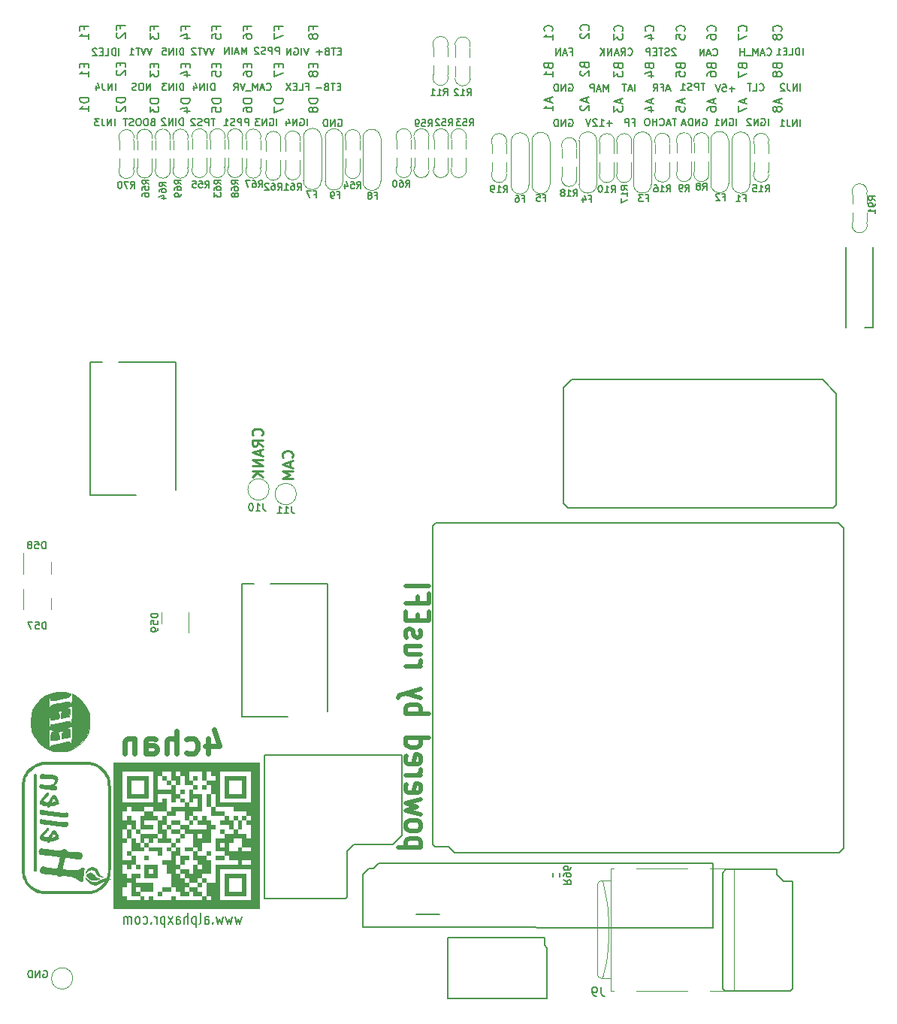
<source format=gbo>
G04 #@! TF.GenerationSoftware,KiCad,Pcbnew,(6.0.9)*
G04 #@! TF.CreationDate,2023-02-02T23:56:35+03:00*
G04 #@! TF.ProjectId,alphax_4ch,616c7068-6178-45f3-9463-682e6b696361,a*
G04 #@! TF.SameCoordinates,PX141f5e0PYa2cace0*
G04 #@! TF.FileFunction,Legend,Bot*
G04 #@! TF.FilePolarity,Positive*
%FSLAX46Y46*%
G04 Gerber Fmt 4.6, Leading zero omitted, Abs format (unit mm)*
G04 Created by KiCad (PCBNEW (6.0.9)) date 2023-02-02 23:56:35*
%MOMM*%
%LPD*%
G01*
G04 APERTURE LIST*
%ADD10C,0.170000*%
%ADD11C,0.250000*%
%ADD12C,0.200000*%
%ADD13C,0.600000*%
%ADD14C,0.500000*%
%ADD15C,0.130000*%
%ADD16C,0.127000*%
%ADD17C,0.150000*%
%ADD18C,0.099060*%
%ADD19C,0.120000*%
%ADD20C,0.002540*%
%ADD21C,0.203200*%
G04 APERTURE END LIST*
D10*
X84310989Y98707877D02*
X84310989Y99507877D01*
X83510989Y99469781D02*
X83587179Y99507877D01*
X83701465Y99507877D01*
X83815750Y99469781D01*
X83891941Y99393591D01*
X83930036Y99317401D01*
X83968131Y99165020D01*
X83968131Y99050734D01*
X83930036Y98898353D01*
X83891941Y98822162D01*
X83815750Y98745972D01*
X83701465Y98707877D01*
X83625274Y98707877D01*
X83510989Y98745972D01*
X83472893Y98784067D01*
X83472893Y99050734D01*
X83625274Y99050734D01*
X83130036Y98707877D02*
X83130036Y99507877D01*
X82672893Y98707877D01*
X82672893Y99507877D01*
X82330036Y99431686D02*
X82291941Y99469781D01*
X82215750Y99507877D01*
X82025274Y99507877D01*
X81949084Y99469781D01*
X81910989Y99431686D01*
X81872893Y99355496D01*
X81872893Y99279305D01*
X81910989Y99165020D01*
X82368131Y98707877D01*
X81872893Y98707877D01*
D11*
X30608571Y61298572D02*
X30665714Y61355715D01*
X30722857Y61527143D01*
X30722857Y61641429D01*
X30665714Y61812858D01*
X30551428Y61927143D01*
X30437142Y61984286D01*
X30208571Y62041429D01*
X30037142Y62041429D01*
X29808571Y61984286D01*
X29694285Y61927143D01*
X29580000Y61812858D01*
X29522857Y61641429D01*
X29522857Y61527143D01*
X29580000Y61355715D01*
X29637142Y61298572D01*
X30380000Y60841429D02*
X30380000Y60270000D01*
X30722857Y60955715D02*
X29522857Y60555715D01*
X30722857Y60155715D01*
X30722857Y59755715D02*
X29522857Y59755715D01*
X30380000Y59355715D01*
X29522857Y58955715D01*
X30722857Y58955715D01*
D10*
X68480494Y106715286D02*
X68518589Y106677191D01*
X68632875Y106639096D01*
X68709066Y106639096D01*
X68823351Y106677191D01*
X68899542Y106753381D01*
X68937637Y106829572D01*
X68975732Y106981953D01*
X68975732Y107096239D01*
X68937637Y107248620D01*
X68899542Y107324810D01*
X68823351Y107401000D01*
X68709066Y107439096D01*
X68632875Y107439096D01*
X68518589Y107401000D01*
X68480494Y107362905D01*
X67680494Y106639096D02*
X67947161Y107020048D01*
X68137637Y106639096D02*
X68137637Y107439096D01*
X67832875Y107439096D01*
X67756685Y107401000D01*
X67718589Y107362905D01*
X67680494Y107286715D01*
X67680494Y107172429D01*
X67718589Y107096239D01*
X67756685Y107058143D01*
X67832875Y107020048D01*
X68137637Y107020048D01*
X67375732Y106867667D02*
X66994780Y106867667D01*
X67451923Y106639096D02*
X67185256Y107439096D01*
X66918589Y106639096D01*
X66651923Y106639096D02*
X66651923Y107439096D01*
X66194780Y106639096D01*
X66194780Y107439096D01*
X65813828Y106639096D02*
X65813828Y107439096D01*
X65356685Y106639096D02*
X65699542Y107096239D01*
X65356685Y107439096D02*
X65813828Y106981953D01*
X25469047Y106738096D02*
X25469047Y107538096D01*
X25202380Y106966667D01*
X24935714Y107538096D01*
X24935714Y106738096D01*
X24592857Y106966667D02*
X24211904Y106966667D01*
X24669047Y106738096D02*
X24402380Y107538096D01*
X24135714Y106738096D01*
X23869047Y106738096D02*
X23869047Y107538096D01*
X23488095Y106738096D02*
X23488095Y107538096D01*
X23030952Y106738096D01*
X23030952Y107538096D01*
X36121428Y107107143D02*
X35854761Y107107143D01*
X35740476Y106688096D02*
X36121428Y106688096D01*
X36121428Y107488096D01*
X35740476Y107488096D01*
X35511904Y107488096D02*
X35054761Y107488096D01*
X35283333Y106688096D02*
X35283333Y107488096D01*
X34521428Y107107143D02*
X34407142Y107069048D01*
X34369047Y107030953D01*
X34330952Y106954762D01*
X34330952Y106840477D01*
X34369047Y106764286D01*
X34407142Y106726191D01*
X34483333Y106688096D01*
X34788095Y106688096D01*
X34788095Y107488096D01*
X34521428Y107488096D01*
X34445238Y107450000D01*
X34407142Y107411905D01*
X34369047Y107335715D01*
X34369047Y107259524D01*
X34407142Y107183334D01*
X34445238Y107145239D01*
X34521428Y107107143D01*
X34788095Y107107143D01*
X33988095Y106992858D02*
X33378571Y106992858D01*
X33683333Y106688096D02*
X33683333Y107297620D01*
X88206227Y106673986D02*
X88206227Y107473986D01*
X87825275Y106673986D02*
X87825275Y107473986D01*
X87634799Y107473986D01*
X87520513Y107435890D01*
X87444322Y107359700D01*
X87406227Y107283510D01*
X87368132Y107131129D01*
X87368132Y107016843D01*
X87406227Y106864462D01*
X87444322Y106788271D01*
X87520513Y106712081D01*
X87634799Y106673986D01*
X87825275Y106673986D01*
X86644322Y106673986D02*
X87025275Y106673986D01*
X87025275Y107473986D01*
X86377656Y107093033D02*
X86110989Y107093033D01*
X85996703Y106673986D02*
X86377656Y106673986D01*
X86377656Y107473986D01*
X85996703Y107473986D01*
X85234799Y106673986D02*
X85691941Y106673986D01*
X85463370Y106673986D02*
X85463370Y107473986D01*
X85539561Y107359700D01*
X85615751Y107283510D01*
X85691941Y107245414D01*
D12*
X24940476Y9557143D02*
X24750000Y8757143D01*
X24559523Y9328572D01*
X24369047Y8757143D01*
X24178571Y9557143D01*
X23892857Y9557143D02*
X23702380Y8757143D01*
X23511904Y9328572D01*
X23321428Y8757143D01*
X23130952Y9557143D01*
X22845238Y9557143D02*
X22654761Y8757143D01*
X22464285Y9328572D01*
X22273809Y8757143D01*
X22083333Y9557143D01*
X21702380Y8871429D02*
X21654761Y8814286D01*
X21702380Y8757143D01*
X21750000Y8814286D01*
X21702380Y8871429D01*
X21702380Y8757143D01*
X20797619Y8757143D02*
X20797619Y9385715D01*
X20845238Y9500000D01*
X20940476Y9557143D01*
X21130952Y9557143D01*
X21226190Y9500000D01*
X20797619Y8814286D02*
X20892857Y8757143D01*
X21130952Y8757143D01*
X21226190Y8814286D01*
X21273809Y8928572D01*
X21273809Y9042858D01*
X21226190Y9157143D01*
X21130952Y9214286D01*
X20892857Y9214286D01*
X20797619Y9271429D01*
X20178571Y8757143D02*
X20273809Y8814286D01*
X20321428Y8928572D01*
X20321428Y9957143D01*
X19797619Y9557143D02*
X19797619Y8357143D01*
X19797619Y9500000D02*
X19702380Y9557143D01*
X19511904Y9557143D01*
X19416666Y9500000D01*
X19369047Y9442858D01*
X19321428Y9328572D01*
X19321428Y8985715D01*
X19369047Y8871429D01*
X19416666Y8814286D01*
X19511904Y8757143D01*
X19702380Y8757143D01*
X19797619Y8814286D01*
X18892857Y8757143D02*
X18892857Y9957143D01*
X18464285Y8757143D02*
X18464285Y9385715D01*
X18511904Y9500000D01*
X18607142Y9557143D01*
X18750000Y9557143D01*
X18845238Y9500000D01*
X18892857Y9442858D01*
X17559523Y8757143D02*
X17559523Y9385715D01*
X17607142Y9500000D01*
X17702380Y9557143D01*
X17892857Y9557143D01*
X17988095Y9500000D01*
X17559523Y8814286D02*
X17654761Y8757143D01*
X17892857Y8757143D01*
X17988095Y8814286D01*
X18035714Y8928572D01*
X18035714Y9042858D01*
X17988095Y9157143D01*
X17892857Y9214286D01*
X17654761Y9214286D01*
X17559523Y9271429D01*
X17178571Y8757143D02*
X16654761Y9557143D01*
X17178571Y9557143D02*
X16654761Y8757143D01*
X16273809Y9557143D02*
X16273809Y8357143D01*
X16273809Y9500000D02*
X16178571Y9557143D01*
X15988095Y9557143D01*
X15892857Y9500000D01*
X15845238Y9442858D01*
X15797619Y9328572D01*
X15797619Y8985715D01*
X15845238Y8871429D01*
X15892857Y8814286D01*
X15988095Y8757143D01*
X16178571Y8757143D01*
X16273809Y8814286D01*
X15369047Y8757143D02*
X15369047Y9557143D01*
X15369047Y9328572D02*
X15321428Y9442858D01*
X15273809Y9500000D01*
X15178571Y9557143D01*
X15083333Y9557143D01*
X14750000Y8871429D02*
X14702380Y8814286D01*
X14750000Y8757143D01*
X14797619Y8814286D01*
X14750000Y8871429D01*
X14750000Y8757143D01*
X13845238Y8814286D02*
X13940476Y8757143D01*
X14130952Y8757143D01*
X14226190Y8814286D01*
X14273809Y8871429D01*
X14321428Y8985715D01*
X14321428Y9328572D01*
X14273809Y9442858D01*
X14226190Y9500000D01*
X14130952Y9557143D01*
X13940476Y9557143D01*
X13845238Y9500000D01*
X13273809Y8757143D02*
X13369047Y8814286D01*
X13416666Y8871429D01*
X13464285Y8985715D01*
X13464285Y9328572D01*
X13416666Y9442858D01*
X13369047Y9500000D01*
X13273809Y9557143D01*
X13130952Y9557143D01*
X13035714Y9500000D01*
X12988095Y9442858D01*
X12940476Y9328572D01*
X12940476Y8985715D01*
X12988095Y8871429D01*
X13035714Y8814286D01*
X13130952Y8757143D01*
X13273809Y8757143D01*
X12511904Y8757143D02*
X12511904Y9557143D01*
X12511904Y9442858D02*
X12464285Y9500000D01*
X12369047Y9557143D01*
X12226190Y9557143D01*
X12130952Y9500000D01*
X12083333Y9385715D01*
X12083333Y8757143D01*
X12083333Y9385715D02*
X12035714Y9500000D01*
X11940476Y9557143D01*
X11797619Y9557143D01*
X11702380Y9500000D01*
X11654761Y9385715D01*
X11654761Y8757143D01*
D10*
X14845238Y107488096D02*
X14578571Y106688096D01*
X14311904Y107488096D01*
X14159523Y107488096D02*
X13892857Y106688096D01*
X13626190Y107488096D01*
X13473809Y107488096D02*
X13016666Y107488096D01*
X13245238Y106688096D02*
X13245238Y107488096D01*
X12330952Y106688096D02*
X12788095Y106688096D01*
X12559523Y106688096D02*
X12559523Y107488096D01*
X12635714Y107373810D01*
X12711904Y107297620D01*
X12788095Y107259524D01*
X18350000Y98738096D02*
X18350000Y99538096D01*
X18159523Y99538096D01*
X18045238Y99500000D01*
X17969047Y99423810D01*
X17930952Y99347620D01*
X17892857Y99195239D01*
X17892857Y99080953D01*
X17930952Y98928572D01*
X17969047Y98852381D01*
X18045238Y98776191D01*
X18159523Y98738096D01*
X18350000Y98738096D01*
X17550000Y98738096D02*
X17550000Y99538096D01*
X17169047Y98738096D02*
X17169047Y99538096D01*
X16711904Y98738096D01*
X16711904Y99538096D01*
X16369047Y99461905D02*
X16330952Y99500000D01*
X16254761Y99538096D01*
X16064285Y99538096D01*
X15988095Y99500000D01*
X15950000Y99461905D01*
X15911904Y99385715D01*
X15911904Y99309524D01*
X15950000Y99195239D01*
X16407142Y98738096D01*
X15911904Y98738096D01*
X11116666Y106638096D02*
X11116666Y107438096D01*
X10735714Y106638096D02*
X10735714Y107438096D01*
X10545238Y107438096D01*
X10430952Y107400000D01*
X10354761Y107323810D01*
X10316666Y107247620D01*
X10278571Y107095239D01*
X10278571Y106980953D01*
X10316666Y106828572D01*
X10354761Y106752381D01*
X10430952Y106676191D01*
X10545238Y106638096D01*
X10735714Y106638096D01*
X9554761Y106638096D02*
X9935714Y106638096D01*
X9935714Y107438096D01*
X9288095Y107057143D02*
X9021428Y107057143D01*
X8907142Y106638096D02*
X9288095Y106638096D01*
X9288095Y107438096D01*
X8907142Y107438096D01*
X8602380Y107361905D02*
X8564285Y107400000D01*
X8488095Y107438096D01*
X8297619Y107438096D01*
X8221428Y107400000D01*
X8183333Y107361905D01*
X8145238Y107285715D01*
X8145238Y107209524D01*
X8183333Y107095239D01*
X8640476Y106638096D01*
X8145238Y106638096D01*
X32476190Y107488096D02*
X32209523Y106688096D01*
X31942857Y107488096D01*
X31676190Y106688096D02*
X31676190Y107488096D01*
X30876190Y107450000D02*
X30952380Y107488096D01*
X31066666Y107488096D01*
X31180952Y107450000D01*
X31257142Y107373810D01*
X31295238Y107297620D01*
X31333333Y107145239D01*
X31333333Y107030953D01*
X31295238Y106878572D01*
X31257142Y106802381D01*
X31180952Y106726191D01*
X31066666Y106688096D01*
X30990476Y106688096D01*
X30876190Y106726191D01*
X30838095Y106764286D01*
X30838095Y107030953D01*
X30990476Y107030953D01*
X30495238Y106688096D02*
X30495238Y107488096D01*
X30038095Y106688096D01*
X30038095Y107488096D01*
X36071428Y103107143D02*
X35804761Y103107143D01*
X35690476Y102688096D02*
X36071428Y102688096D01*
X36071428Y103488096D01*
X35690476Y103488096D01*
X35461904Y103488096D02*
X35004761Y103488096D01*
X35233333Y102688096D02*
X35233333Y103488096D01*
X34471428Y103107143D02*
X34357142Y103069048D01*
X34319047Y103030953D01*
X34280952Y102954762D01*
X34280952Y102840477D01*
X34319047Y102764286D01*
X34357142Y102726191D01*
X34433333Y102688096D01*
X34738095Y102688096D01*
X34738095Y103488096D01*
X34471428Y103488096D01*
X34395238Y103450000D01*
X34357142Y103411905D01*
X34319047Y103335715D01*
X34319047Y103259524D01*
X34357142Y103183334D01*
X34395238Y103145239D01*
X34471428Y103107143D01*
X34738095Y103107143D01*
X33938095Y102992858D02*
X33328571Y102992858D01*
D13*
X21176666Y29657143D02*
X21176666Y27923810D01*
X21795714Y30647620D02*
X22414761Y28790477D01*
X20805238Y28790477D01*
X18700476Y28047620D02*
X18948095Y27923810D01*
X19443333Y27923810D01*
X19690952Y28047620D01*
X19814761Y28171429D01*
X19938571Y28419048D01*
X19938571Y29161905D01*
X19814761Y29409524D01*
X19690952Y29533334D01*
X19443333Y29657143D01*
X18948095Y29657143D01*
X18700476Y29533334D01*
X17586190Y27923810D02*
X17586190Y30523810D01*
X16471904Y27923810D02*
X16471904Y29285715D01*
X16595714Y29533334D01*
X16843333Y29657143D01*
X17214761Y29657143D01*
X17462380Y29533334D01*
X17586190Y29409524D01*
X14119523Y27923810D02*
X14119523Y29285715D01*
X14243333Y29533334D01*
X14490952Y29657143D01*
X14986190Y29657143D01*
X15233809Y29533334D01*
X14119523Y28047620D02*
X14367142Y27923810D01*
X14986190Y27923810D01*
X15233809Y28047620D01*
X15357619Y28295239D01*
X15357619Y28542858D01*
X15233809Y28790477D01*
X14986190Y28914286D01*
X14367142Y28914286D01*
X14119523Y29038096D01*
X12881428Y29657143D02*
X12881428Y27923810D01*
X12881428Y29409524D02*
X12757619Y29533334D01*
X12510000Y29657143D01*
X12138571Y29657143D01*
X11890952Y29533334D01*
X11767142Y29285715D01*
X11767142Y27923810D01*
D10*
X32202380Y103107143D02*
X32469047Y103107143D01*
X32469047Y102688096D02*
X32469047Y103488096D01*
X32088095Y103488096D01*
X31402380Y102688096D02*
X31783333Y102688096D01*
X31783333Y103488096D01*
X31135714Y103107143D02*
X30869047Y103107143D01*
X30754761Y102688096D02*
X31135714Y102688096D01*
X31135714Y103488096D01*
X30754761Y103488096D01*
X30488095Y103488096D02*
X29954761Y102688096D01*
X29954761Y103488096D02*
X30488095Y102688096D01*
X27750000Y102764286D02*
X27788095Y102726191D01*
X27902380Y102688096D01*
X27978571Y102688096D01*
X28092857Y102726191D01*
X28169047Y102802381D01*
X28207142Y102878572D01*
X28245238Y103030953D01*
X28245238Y103145239D01*
X28207142Y103297620D01*
X28169047Y103373810D01*
X28092857Y103450000D01*
X27978571Y103488096D01*
X27902380Y103488096D01*
X27788095Y103450000D01*
X27750000Y103411905D01*
X27445238Y102916667D02*
X27064285Y102916667D01*
X27521428Y102688096D02*
X27254761Y103488096D01*
X26988095Y102688096D01*
X26721428Y102688096D02*
X26721428Y103488096D01*
X26454761Y102916667D01*
X26188095Y103488096D01*
X26188095Y102688096D01*
X25997619Y102611905D02*
X25388095Y102611905D01*
X25311904Y103488096D02*
X25045238Y102688096D01*
X24778571Y103488096D01*
X24054761Y102688096D02*
X24321428Y103069048D01*
X24511904Y102688096D02*
X24511904Y103488096D01*
X24207142Y103488096D01*
X24130952Y103450000D01*
X24092857Y103411905D01*
X24054761Y103335715D01*
X24054761Y103221429D01*
X24092857Y103145239D01*
X24130952Y103107143D01*
X24207142Y103069048D01*
X24511904Y103069048D01*
X14916666Y99107143D02*
X14802380Y99069048D01*
X14764285Y99030953D01*
X14726190Y98954762D01*
X14726190Y98840477D01*
X14764285Y98764286D01*
X14802380Y98726191D01*
X14878571Y98688096D01*
X15183333Y98688096D01*
X15183333Y99488096D01*
X14916666Y99488096D01*
X14840476Y99450000D01*
X14802380Y99411905D01*
X14764285Y99335715D01*
X14764285Y99259524D01*
X14802380Y99183334D01*
X14840476Y99145239D01*
X14916666Y99107143D01*
X15183333Y99107143D01*
X14230952Y99488096D02*
X14078571Y99488096D01*
X14002380Y99450000D01*
X13926190Y99373810D01*
X13888095Y99221429D01*
X13888095Y98954762D01*
X13926190Y98802381D01*
X14002380Y98726191D01*
X14078571Y98688096D01*
X14230952Y98688096D01*
X14307142Y98726191D01*
X14383333Y98802381D01*
X14421428Y98954762D01*
X14421428Y99221429D01*
X14383333Y99373810D01*
X14307142Y99450000D01*
X14230952Y99488096D01*
X13392857Y99488096D02*
X13240476Y99488096D01*
X13164285Y99450000D01*
X13088095Y99373810D01*
X13050000Y99221429D01*
X13050000Y98954762D01*
X13088095Y98802381D01*
X13164285Y98726191D01*
X13240476Y98688096D01*
X13392857Y98688096D01*
X13469047Y98726191D01*
X13545238Y98802381D01*
X13583333Y98954762D01*
X13583333Y99221429D01*
X13545238Y99373810D01*
X13469047Y99450000D01*
X13392857Y99488096D01*
X12745238Y98726191D02*
X12630952Y98688096D01*
X12440476Y98688096D01*
X12364285Y98726191D01*
X12326190Y98764286D01*
X12288095Y98840477D01*
X12288095Y98916667D01*
X12326190Y98992858D01*
X12364285Y99030953D01*
X12440476Y99069048D01*
X12592857Y99107143D01*
X12669047Y99145239D01*
X12707142Y99183334D01*
X12745238Y99259524D01*
X12745238Y99335715D01*
X12707142Y99411905D01*
X12669047Y99450000D01*
X12592857Y99488096D01*
X12402380Y99488096D01*
X12288095Y99450000D01*
X12059523Y99488096D02*
X11602380Y99488096D01*
X11830952Y98688096D02*
X11830952Y99488096D01*
X35809523Y99400000D02*
X35885714Y99438096D01*
X36000000Y99438096D01*
X36114285Y99400000D01*
X36190476Y99323810D01*
X36228571Y99247620D01*
X36266666Y99095239D01*
X36266666Y98980953D01*
X36228571Y98828572D01*
X36190476Y98752381D01*
X36114285Y98676191D01*
X36000000Y98638096D01*
X35923809Y98638096D01*
X35809523Y98676191D01*
X35771428Y98714286D01*
X35771428Y98980953D01*
X35923809Y98980953D01*
X35428571Y98638096D02*
X35428571Y99438096D01*
X34971428Y98638096D01*
X34971428Y99438096D01*
X34590476Y98638096D02*
X34590476Y99438096D01*
X34400000Y99438096D01*
X34285714Y99400000D01*
X34209523Y99323810D01*
X34171428Y99247620D01*
X34133333Y99095239D01*
X34133333Y98980953D01*
X34171428Y98828572D01*
X34209523Y98752381D01*
X34285714Y98676191D01*
X34400000Y98638096D01*
X34590476Y98638096D01*
D14*
X45157142Y17348810D02*
X42557142Y17348810D01*
X45033333Y17348810D02*
X45157142Y17558334D01*
X45157142Y17977381D01*
X45033333Y18186905D01*
X44909523Y18291667D01*
X44661904Y18396429D01*
X43919047Y18396429D01*
X43671428Y18291667D01*
X43547619Y18186905D01*
X43423809Y17977381D01*
X43423809Y17558334D01*
X43547619Y17348810D01*
X43423809Y19653572D02*
X43547619Y19444048D01*
X43671428Y19339286D01*
X43919047Y19234524D01*
X44661904Y19234524D01*
X44909523Y19339286D01*
X45033333Y19444048D01*
X45157142Y19653572D01*
X45157142Y19967858D01*
X45033333Y20177381D01*
X44909523Y20282143D01*
X44661904Y20386905D01*
X43919047Y20386905D01*
X43671428Y20282143D01*
X43547619Y20177381D01*
X43423809Y19967858D01*
X43423809Y19653572D01*
X45157142Y21120239D02*
X43423809Y21539286D01*
X44661904Y21958334D01*
X43423809Y22377381D01*
X45157142Y22796429D01*
X43547619Y24472620D02*
X43423809Y24263096D01*
X43423809Y23844048D01*
X43547619Y23634524D01*
X43795238Y23529762D01*
X44785714Y23529762D01*
X45033333Y23634524D01*
X45157142Y23844048D01*
X45157142Y24263096D01*
X45033333Y24472620D01*
X44785714Y24577381D01*
X44538095Y24577381D01*
X44290476Y23529762D01*
X43423809Y25520239D02*
X45157142Y25520239D01*
X44661904Y25520239D02*
X44909523Y25625000D01*
X45033333Y25729762D01*
X45157142Y25939286D01*
X45157142Y26148810D01*
X43547619Y27720239D02*
X43423809Y27510715D01*
X43423809Y27091667D01*
X43547619Y26882143D01*
X43795238Y26777381D01*
X44785714Y26777381D01*
X45033333Y26882143D01*
X45157142Y27091667D01*
X45157142Y27510715D01*
X45033333Y27720239D01*
X44785714Y27825000D01*
X44538095Y27825000D01*
X44290476Y26777381D01*
X43423809Y29710715D02*
X46023809Y29710715D01*
X43547619Y29710715D02*
X43423809Y29501191D01*
X43423809Y29082143D01*
X43547619Y28872620D01*
X43671428Y28767858D01*
X43919047Y28663096D01*
X44661904Y28663096D01*
X44909523Y28767858D01*
X45033333Y28872620D01*
X45157142Y29082143D01*
X45157142Y29501191D01*
X45033333Y29710715D01*
X43423809Y32434524D02*
X46023809Y32434524D01*
X45033333Y32434524D02*
X45157142Y32644048D01*
X45157142Y33063096D01*
X45033333Y33272620D01*
X44909523Y33377381D01*
X44661904Y33482143D01*
X43919047Y33482143D01*
X43671428Y33377381D01*
X43547619Y33272620D01*
X43423809Y33063096D01*
X43423809Y32644048D01*
X43547619Y32434524D01*
X45157142Y34215477D02*
X43423809Y34739286D01*
X45157142Y35263096D02*
X43423809Y34739286D01*
X42804761Y34529762D01*
X42680952Y34425000D01*
X42557142Y34215477D01*
X43423809Y37777381D02*
X45157142Y37777381D01*
X44661904Y37777381D02*
X44909523Y37882143D01*
X45033333Y37986905D01*
X45157142Y38196429D01*
X45157142Y38405953D01*
X45157142Y40082143D02*
X43423809Y40082143D01*
X45157142Y39139286D02*
X43795238Y39139286D01*
X43547619Y39244048D01*
X43423809Y39453572D01*
X43423809Y39767858D01*
X43547619Y39977381D01*
X43671428Y40082143D01*
X43547619Y41025000D02*
X43423809Y41234524D01*
X43423809Y41653572D01*
X43547619Y41863096D01*
X43795238Y41967858D01*
X43919047Y41967858D01*
X44166666Y41863096D01*
X44290476Y41653572D01*
X44290476Y41339286D01*
X44414285Y41129762D01*
X44661904Y41025000D01*
X44785714Y41025000D01*
X45033333Y41129762D01*
X45157142Y41339286D01*
X45157142Y41653572D01*
X45033333Y41863096D01*
X44785714Y42910715D02*
X44785714Y43644048D01*
X43423809Y43958334D02*
X43423809Y42910715D01*
X46023809Y42910715D01*
X46023809Y43958334D01*
X44785714Y45634524D02*
X44785714Y44901191D01*
X43423809Y44901191D02*
X46023809Y44901191D01*
X46023809Y45948810D01*
X43423809Y46786905D02*
X46023809Y46786905D01*
D10*
X10704761Y102688096D02*
X10704761Y103488096D01*
X10323809Y102688096D02*
X10323809Y103488096D01*
X9866666Y102688096D01*
X9866666Y103488096D01*
X9257142Y103488096D02*
X9257142Y102916667D01*
X9295238Y102802381D01*
X9371428Y102726191D01*
X9485714Y102688096D01*
X9561904Y102688096D01*
X8533333Y103221429D02*
X8533333Y102688096D01*
X8723809Y103526191D02*
X8914285Y102954762D01*
X8419047Y102954762D01*
X77139652Y103488096D02*
X76682509Y103488096D01*
X76911080Y102688096D02*
X76911080Y103488096D01*
X76415842Y102688096D02*
X76415842Y103488096D01*
X76111080Y103488096D01*
X76034890Y103450000D01*
X75996795Y103411905D01*
X75958699Y103335715D01*
X75958699Y103221429D01*
X75996795Y103145239D01*
X76034890Y103107143D01*
X76111080Y103069048D01*
X76415842Y103069048D01*
X75653937Y102726191D02*
X75539652Y102688096D01*
X75349176Y102688096D01*
X75272985Y102726191D01*
X75234890Y102764286D01*
X75196795Y102840477D01*
X75196795Y102916667D01*
X75234890Y102992858D01*
X75272985Y103030953D01*
X75349176Y103069048D01*
X75501556Y103107143D01*
X75577747Y103145239D01*
X75615842Y103183334D01*
X75653937Y103259524D01*
X75653937Y103335715D01*
X75615842Y103411905D01*
X75577747Y103450000D01*
X75501556Y103488096D01*
X75311080Y103488096D01*
X75196795Y103450000D01*
X74434890Y102688096D02*
X74892033Y102688096D01*
X74663461Y102688096D02*
X74663461Y103488096D01*
X74739652Y103373810D01*
X74815842Y103297620D01*
X74892033Y103259524D01*
X87879212Y98638096D02*
X87879212Y99438096D01*
X87498260Y98638096D02*
X87498260Y99438096D01*
X87041117Y98638096D01*
X87041117Y99438096D01*
X86431593Y99438096D02*
X86431593Y98866667D01*
X86469689Y98752381D01*
X86545879Y98676191D01*
X86660165Y98638096D01*
X86736355Y98638096D01*
X85631593Y98638096D02*
X86088736Y98638096D01*
X85860165Y98638096D02*
X85860165Y99438096D01*
X85936355Y99323810D01*
X86012546Y99247620D01*
X86088736Y99209524D01*
X10654761Y98688096D02*
X10654761Y99488096D01*
X10273809Y98688096D02*
X10273809Y99488096D01*
X9816666Y98688096D01*
X9816666Y99488096D01*
X9207142Y99488096D02*
X9207142Y98916667D01*
X9245238Y98802381D01*
X9321428Y98726191D01*
X9435714Y98688096D01*
X9511904Y98688096D01*
X8902380Y99488096D02*
X8407142Y99488096D01*
X8673809Y99183334D01*
X8559523Y99183334D01*
X8483333Y99145239D01*
X8445238Y99107143D01*
X8407142Y99030953D01*
X8407142Y98840477D01*
X8445238Y98764286D01*
X8483333Y98726191D01*
X8559523Y98688096D01*
X8788095Y98688096D01*
X8864285Y98726191D01*
X8902380Y98764286D01*
X78077747Y106645506D02*
X78115842Y106607411D01*
X78230128Y106569316D01*
X78306319Y106569316D01*
X78420604Y106607411D01*
X78496795Y106683601D01*
X78534890Y106759792D01*
X78572985Y106912173D01*
X78572985Y107026459D01*
X78534890Y107178840D01*
X78496795Y107255030D01*
X78420604Y107331220D01*
X78306319Y107369316D01*
X78230128Y107369316D01*
X78115842Y107331220D01*
X78077747Y107293125D01*
X77772985Y106797887D02*
X77392033Y106797887D01*
X77849176Y106569316D02*
X77582509Y107369316D01*
X77315842Y106569316D01*
X77049176Y106569316D02*
X77049176Y107369316D01*
X76592033Y106569316D01*
X76592033Y107369316D01*
D11*
X27198571Y63801429D02*
X27255714Y63858572D01*
X27312857Y64030000D01*
X27312857Y64144286D01*
X27255714Y64315715D01*
X27141428Y64430000D01*
X27027142Y64487143D01*
X26798571Y64544286D01*
X26627142Y64544286D01*
X26398571Y64487143D01*
X26284285Y64430000D01*
X26170000Y64315715D01*
X26112857Y64144286D01*
X26112857Y64030000D01*
X26170000Y63858572D01*
X26227142Y63801429D01*
X27312857Y62601429D02*
X26741428Y63001429D01*
X27312857Y63287143D02*
X26112857Y63287143D01*
X26112857Y62830000D01*
X26170000Y62715715D01*
X26227142Y62658572D01*
X26341428Y62601429D01*
X26512857Y62601429D01*
X26627142Y62658572D01*
X26684285Y62715715D01*
X26741428Y62830000D01*
X26741428Y63287143D01*
X26970000Y62144286D02*
X26970000Y61572858D01*
X27312857Y62258572D02*
X26112857Y61858572D01*
X27312857Y61458572D01*
X27312857Y61058572D02*
X26112857Y61058572D01*
X27312857Y60372858D01*
X26112857Y60372858D01*
X27312857Y59801429D02*
X26112857Y59801429D01*
X27312857Y59115715D02*
X26627142Y59630000D01*
X26112857Y59115715D02*
X26798571Y59801429D01*
D10*
X68987088Y99092033D02*
X69253754Y99092033D01*
X69253754Y98672986D02*
X69253754Y99472986D01*
X68872802Y99472986D01*
X68568040Y98672986D02*
X68568040Y99472986D01*
X68263278Y99472986D01*
X68187088Y99434890D01*
X68148993Y99396795D01*
X68110897Y99320605D01*
X68110897Y99206319D01*
X68148993Y99130129D01*
X68187088Y99092033D01*
X68263278Y99053938D01*
X68568040Y99053938D01*
X32350000Y98688096D02*
X32350000Y99488096D01*
X31550000Y99450000D02*
X31626190Y99488096D01*
X31740476Y99488096D01*
X31854761Y99450000D01*
X31930952Y99373810D01*
X31969047Y99297620D01*
X32007142Y99145239D01*
X32007142Y99030953D01*
X31969047Y98878572D01*
X31930952Y98802381D01*
X31854761Y98726191D01*
X31740476Y98688096D01*
X31664285Y98688096D01*
X31550000Y98726191D01*
X31511904Y98764286D01*
X31511904Y99030953D01*
X31664285Y99030953D01*
X31169047Y98688096D02*
X31169047Y99488096D01*
X30711904Y98688096D01*
X30711904Y99488096D01*
X29988095Y99221429D02*
X29988095Y98688096D01*
X30178571Y99526191D02*
X30369047Y98954762D01*
X29873809Y98954762D01*
X80717308Y98707877D02*
X80717308Y99507877D01*
X79917308Y99469781D02*
X79993498Y99507877D01*
X80107784Y99507877D01*
X80222069Y99469781D01*
X80298260Y99393591D01*
X80336355Y99317401D01*
X80374450Y99165020D01*
X80374450Y99050734D01*
X80336355Y98898353D01*
X80298260Y98822162D01*
X80222069Y98745972D01*
X80107784Y98707877D01*
X80031593Y98707877D01*
X79917308Y98745972D01*
X79879212Y98784067D01*
X79879212Y99050734D01*
X80031593Y99050734D01*
X79536355Y98707877D02*
X79536355Y99507877D01*
X79079212Y98707877D01*
X79079212Y99507877D01*
X78279212Y98707877D02*
X78736355Y98707877D01*
X78507784Y98707877D02*
X78507784Y99507877D01*
X78583974Y99393591D01*
X78660165Y99317401D01*
X78736355Y99279305D01*
X83282601Y102702923D02*
X83320696Y102664828D01*
X83434982Y102626733D01*
X83511172Y102626733D01*
X83625458Y102664828D01*
X83701649Y102741018D01*
X83739744Y102817209D01*
X83777839Y102969590D01*
X83777839Y103083876D01*
X83739744Y103236257D01*
X83701649Y103312447D01*
X83625458Y103388637D01*
X83511172Y103426733D01*
X83434982Y103426733D01*
X83320696Y103388637D01*
X83282601Y103350542D01*
X82558791Y102626733D02*
X82939744Y102626733D01*
X82939744Y103426733D01*
X82406410Y103426733D02*
X81949268Y103426733D01*
X82177839Y102626733D02*
X82177839Y103426733D01*
X61809523Y99400000D02*
X61885714Y99438096D01*
X62000000Y99438096D01*
X62114285Y99400000D01*
X62190476Y99323810D01*
X62228571Y99247620D01*
X62266666Y99095239D01*
X62266666Y98980953D01*
X62228571Y98828572D01*
X62190476Y98752381D01*
X62114285Y98676191D01*
X62000000Y98638096D01*
X61923809Y98638096D01*
X61809523Y98676191D01*
X61771428Y98714286D01*
X61771428Y98980953D01*
X61923809Y98980953D01*
X61428571Y98638096D02*
X61428571Y99438096D01*
X60971428Y98638096D01*
X60971428Y99438096D01*
X60590476Y98638096D02*
X60590476Y99438096D01*
X60400000Y99438096D01*
X60285714Y99400000D01*
X60209523Y99323810D01*
X60171428Y99247620D01*
X60133333Y99095239D01*
X60133333Y98980953D01*
X60171428Y98828572D01*
X60209523Y98752381D01*
X60285714Y98676191D01*
X60400000Y98638096D01*
X60590476Y98638096D01*
X21940476Y99488096D02*
X21483333Y99488096D01*
X21711904Y98688096D02*
X21711904Y99488096D01*
X21216666Y98688096D02*
X21216666Y99488096D01*
X20911904Y99488096D01*
X20835714Y99450000D01*
X20797619Y99411905D01*
X20759523Y99335715D01*
X20759523Y99221429D01*
X20797619Y99145239D01*
X20835714Y99107143D01*
X20911904Y99069048D01*
X21216666Y99069048D01*
X20454761Y98726191D02*
X20340476Y98688096D01*
X20150000Y98688096D01*
X20073809Y98726191D01*
X20035714Y98764286D01*
X19997619Y98840477D01*
X19997619Y98916667D01*
X20035714Y98992858D01*
X20073809Y99030953D01*
X20150000Y99069048D01*
X20302380Y99107143D01*
X20378571Y99145239D01*
X20416666Y99183334D01*
X20454761Y99259524D01*
X20454761Y99335715D01*
X20416666Y99411905D01*
X20378571Y99450000D01*
X20302380Y99488096D01*
X20111904Y99488096D01*
X19997619Y99450000D01*
X19692857Y99411905D02*
X19654761Y99450000D01*
X19578571Y99488096D01*
X19388095Y99488096D01*
X19311904Y99450000D01*
X19273809Y99411905D01*
X19235714Y99335715D01*
X19235714Y99259524D01*
X19273809Y99145239D01*
X19730952Y98688096D01*
X19235714Y98688096D01*
X61809523Y103377473D02*
X61885714Y103415569D01*
X62000000Y103415569D01*
X62114285Y103377473D01*
X62190476Y103301283D01*
X62228571Y103225093D01*
X62266666Y103072712D01*
X62266666Y102958426D01*
X62228571Y102806045D01*
X62190476Y102729854D01*
X62114285Y102653664D01*
X62000000Y102615569D01*
X61923809Y102615569D01*
X61809523Y102653664D01*
X61771428Y102691759D01*
X61771428Y102958426D01*
X61923809Y102958426D01*
X61428571Y102615569D02*
X61428571Y103415569D01*
X60971428Y102615569D01*
X60971428Y103415569D01*
X60590476Y102615569D02*
X60590476Y103415569D01*
X60400000Y103415569D01*
X60285714Y103377473D01*
X60209523Y103301283D01*
X60171428Y103225093D01*
X60133333Y103072712D01*
X60133333Y102958426D01*
X60171428Y102806045D01*
X60209523Y102729854D01*
X60285714Y102653664D01*
X60400000Y102615569D01*
X60590476Y102615569D01*
X25721428Y98688096D02*
X25721428Y99488096D01*
X25416666Y99488096D01*
X25340476Y99450000D01*
X25302380Y99411905D01*
X25264285Y99335715D01*
X25264285Y99221429D01*
X25302380Y99145239D01*
X25340476Y99107143D01*
X25416666Y99069048D01*
X25721428Y99069048D01*
X24921428Y98688096D02*
X24921428Y99488096D01*
X24616666Y99488096D01*
X24540476Y99450000D01*
X24502380Y99411905D01*
X24464285Y99335715D01*
X24464285Y99221429D01*
X24502380Y99145239D01*
X24540476Y99107143D01*
X24616666Y99069048D01*
X24921428Y99069048D01*
X24159523Y98726191D02*
X24045238Y98688096D01*
X23854761Y98688096D01*
X23778571Y98726191D01*
X23740476Y98764286D01*
X23702380Y98840477D01*
X23702380Y98916667D01*
X23740476Y98992858D01*
X23778571Y99030953D01*
X23854761Y99069048D01*
X24007142Y99107143D01*
X24083333Y99145239D01*
X24121428Y99183334D01*
X24159523Y99259524D01*
X24159523Y99335715D01*
X24121428Y99411905D01*
X24083333Y99450000D01*
X24007142Y99488096D01*
X23816666Y99488096D01*
X23702380Y99450000D01*
X22940476Y98688096D02*
X23397619Y98688096D01*
X23169047Y98688096D02*
X23169047Y99488096D01*
X23245238Y99373810D01*
X23321428Y99297620D01*
X23397619Y99259524D01*
X87914102Y102626733D02*
X87914102Y103426733D01*
X87533150Y102626733D02*
X87533150Y103426733D01*
X87076007Y102626733D01*
X87076007Y103426733D01*
X86466483Y103426733D02*
X86466483Y102855304D01*
X86504579Y102741018D01*
X86580769Y102664828D01*
X86695055Y102626733D01*
X86771245Y102626733D01*
X86123626Y103350542D02*
X86085531Y103388637D01*
X86009341Y103426733D01*
X85818864Y103426733D01*
X85742674Y103388637D01*
X85704579Y103350542D01*
X85666483Y103274352D01*
X85666483Y103198161D01*
X85704579Y103083876D01*
X86161721Y102626733D01*
X85666483Y102626733D01*
X21900000Y102688096D02*
X21900000Y103488096D01*
X21709523Y103488096D01*
X21595238Y103450000D01*
X21519047Y103373810D01*
X21480952Y103297620D01*
X21442857Y103145239D01*
X21442857Y103030953D01*
X21480952Y102878572D01*
X21519047Y102802381D01*
X21595238Y102726191D01*
X21709523Y102688096D01*
X21900000Y102688096D01*
X21100000Y102688096D02*
X21100000Y103488096D01*
X20719047Y102688096D02*
X20719047Y103488096D01*
X20261904Y102688096D01*
X20261904Y103488096D01*
X19538095Y103221429D02*
X19538095Y102688096D01*
X19728571Y103526191D02*
X19919047Y102954762D01*
X19423809Y102954762D01*
X73193498Y102820414D02*
X72812545Y102820414D01*
X73269688Y102591843D02*
X73003022Y103391843D01*
X72736355Y102591843D01*
X72203022Y103010890D02*
X72469688Y103010890D01*
X72469688Y102591843D02*
X72469688Y103391843D01*
X72088736Y103391843D01*
X71326831Y102591843D02*
X71593498Y102972795D01*
X71783974Y102591843D02*
X71783974Y103391843D01*
X71479212Y103391843D01*
X71403022Y103353747D01*
X71364926Y103315652D01*
X71326831Y103239462D01*
X71326831Y103125176D01*
X71364926Y103048986D01*
X71403022Y103010890D01*
X71479212Y102972795D01*
X71783974Y102972795D01*
X73866575Y107362905D02*
X73828480Y107401000D01*
X73752289Y107439096D01*
X73561813Y107439096D01*
X73485623Y107401000D01*
X73447527Y107362905D01*
X73409432Y107286715D01*
X73409432Y107210524D01*
X73447527Y107096239D01*
X73904670Y106639096D01*
X73409432Y106639096D01*
X73104670Y106677191D02*
X72990385Y106639096D01*
X72799908Y106639096D01*
X72723718Y106677191D01*
X72685623Y106715286D01*
X72647527Y106791477D01*
X72647527Y106867667D01*
X72685623Y106943858D01*
X72723718Y106981953D01*
X72799908Y107020048D01*
X72952289Y107058143D01*
X73028480Y107096239D01*
X73066575Y107134334D01*
X73104670Y107210524D01*
X73104670Y107286715D01*
X73066575Y107362905D01*
X73028480Y107401000D01*
X72952289Y107439096D01*
X72761813Y107439096D01*
X72647527Y107401000D01*
X72418956Y107439096D02*
X71961813Y107439096D01*
X72190385Y106639096D02*
X72190385Y107439096D01*
X71695146Y107058143D02*
X71428480Y107058143D01*
X71314194Y106639096D02*
X71695146Y106639096D01*
X71695146Y107439096D01*
X71314194Y107439096D01*
X70971337Y106639096D02*
X70971337Y107439096D01*
X70666575Y107439096D01*
X70590385Y107401000D01*
X70552289Y107362905D01*
X70514194Y107286715D01*
X70514194Y107172429D01*
X70552289Y107096239D01*
X70590385Y107058143D01*
X70666575Y107020048D01*
X70971337Y107020048D01*
X84142948Y106715286D02*
X84181043Y106677191D01*
X84295329Y106639096D01*
X84371519Y106639096D01*
X84485805Y106677191D01*
X84561996Y106753381D01*
X84600091Y106829572D01*
X84638186Y106981953D01*
X84638186Y107096239D01*
X84600091Y107248620D01*
X84561996Y107324810D01*
X84485805Y107401000D01*
X84371519Y107439096D01*
X84295329Y107439096D01*
X84181043Y107401000D01*
X84142948Y107362905D01*
X83838186Y106867667D02*
X83457234Y106867667D01*
X83914377Y106639096D02*
X83647710Y107439096D01*
X83381043Y106639096D01*
X83114377Y106639096D02*
X83114377Y107439096D01*
X82847710Y106867667D01*
X82581043Y107439096D01*
X82581043Y106639096D01*
X82390567Y106562905D02*
X81781043Y106562905D01*
X81590567Y106639096D02*
X81590567Y107439096D01*
X81590567Y107058143D02*
X81133424Y107058143D01*
X81133424Y106639096D02*
X81133424Y107439096D01*
X61952290Y107058143D02*
X62218956Y107058143D01*
X62218956Y106639096D02*
X62218956Y107439096D01*
X61838004Y107439096D01*
X61571337Y106867667D02*
X61190385Y106867667D01*
X61647528Y106639096D02*
X61380861Y107439096D01*
X61114194Y106639096D01*
X60847528Y106639096D02*
X60847528Y107439096D01*
X60390385Y106639096D01*
X60390385Y107439096D01*
X28900000Y98688096D02*
X28900000Y99488096D01*
X28100000Y99450000D02*
X28176190Y99488096D01*
X28290476Y99488096D01*
X28404761Y99450000D01*
X28480952Y99373810D01*
X28519047Y99297620D01*
X28557142Y99145239D01*
X28557142Y99030953D01*
X28519047Y98878572D01*
X28480952Y98802381D01*
X28404761Y98726191D01*
X28290476Y98688096D01*
X28214285Y98688096D01*
X28100000Y98726191D01*
X28061904Y98764286D01*
X28061904Y99030953D01*
X28214285Y99030953D01*
X27719047Y98688096D02*
X27719047Y99488096D01*
X27261904Y98688096D01*
X27261904Y99488096D01*
X26957142Y99488096D02*
X26461904Y99488096D01*
X26728571Y99183334D01*
X26614285Y99183334D01*
X26538095Y99145239D01*
X26500000Y99107143D01*
X26461904Y99030953D01*
X26461904Y98840477D01*
X26500000Y98764286D01*
X26538095Y98726191D01*
X26614285Y98688096D01*
X26842857Y98688096D01*
X26919047Y98726191D01*
X26957142Y98764286D01*
X29171428Y106738096D02*
X29171428Y107538096D01*
X28866666Y107538096D01*
X28790476Y107500000D01*
X28752380Y107461905D01*
X28714285Y107385715D01*
X28714285Y107271429D01*
X28752380Y107195239D01*
X28790476Y107157143D01*
X28866666Y107119048D01*
X29171428Y107119048D01*
X28371428Y106738096D02*
X28371428Y107538096D01*
X28066666Y107538096D01*
X27990476Y107500000D01*
X27952380Y107461905D01*
X27914285Y107385715D01*
X27914285Y107271429D01*
X27952380Y107195239D01*
X27990476Y107157143D01*
X28066666Y107119048D01*
X28371428Y107119048D01*
X27609523Y106776191D02*
X27495238Y106738096D01*
X27304761Y106738096D01*
X27228571Y106776191D01*
X27190476Y106814286D01*
X27152380Y106890477D01*
X27152380Y106966667D01*
X27190476Y107042858D01*
X27228571Y107080953D01*
X27304761Y107119048D01*
X27457142Y107157143D01*
X27533333Y107195239D01*
X27571428Y107233334D01*
X27609523Y107309524D01*
X27609523Y107385715D01*
X27571428Y107461905D01*
X27533333Y107500000D01*
X27457142Y107538096D01*
X27266666Y107538096D01*
X27152380Y107500000D01*
X26847619Y107461905D02*
X26809523Y107500000D01*
X26733333Y107538096D01*
X26542857Y107538096D01*
X26466666Y107500000D01*
X26428571Y107461905D01*
X26390476Y107385715D01*
X26390476Y107309524D01*
X26428571Y107195239D01*
X26885714Y106738096D01*
X26390476Y106738096D01*
X2574761Y3460000D02*
X2652857Y3499048D01*
X2770000Y3499048D01*
X2887142Y3460000D01*
X2965238Y3381905D01*
X3004285Y3303810D01*
X3043333Y3147620D01*
X3043333Y3030477D01*
X3004285Y2874286D01*
X2965238Y2796191D01*
X2887142Y2718096D01*
X2770000Y2679048D01*
X2691904Y2679048D01*
X2574761Y2718096D01*
X2535714Y2757143D01*
X2535714Y3030477D01*
X2691904Y3030477D01*
X2184285Y2679048D02*
X2184285Y3499048D01*
X1715714Y2679048D01*
X1715714Y3499048D01*
X1325238Y2679048D02*
X1325238Y3499048D01*
X1130000Y3499048D01*
X1012857Y3460000D01*
X934761Y3381905D01*
X895714Y3303810D01*
X856666Y3147620D01*
X856666Y3030477D01*
X895714Y2874286D01*
X934761Y2796191D01*
X1012857Y2718096D01*
X1130000Y2679048D01*
X1325238Y2679048D01*
X18400000Y102688096D02*
X18400000Y103488096D01*
X18209523Y103488096D01*
X18095238Y103450000D01*
X18019047Y103373810D01*
X17980952Y103297620D01*
X17942857Y103145239D01*
X17942857Y103030953D01*
X17980952Y102878572D01*
X18019047Y102802381D01*
X18095238Y102726191D01*
X18209523Y102688096D01*
X18400000Y102688096D01*
X17600000Y102688096D02*
X17600000Y103488096D01*
X17219047Y102688096D02*
X17219047Y103488096D01*
X16761904Y102688096D01*
X16761904Y103488096D01*
X16457142Y103488096D02*
X15961904Y103488096D01*
X16228571Y103183334D01*
X16114285Y103183334D01*
X16038095Y103145239D01*
X16000000Y103107143D01*
X15961904Y103030953D01*
X15961904Y102840477D01*
X16000000Y102764286D01*
X16038095Y102726191D01*
X16114285Y102688096D01*
X16342857Y102688096D01*
X16419047Y102726191D01*
X16457142Y102764286D01*
X76945787Y99469781D02*
X77021978Y99507877D01*
X77136264Y99507877D01*
X77250549Y99469781D01*
X77326740Y99393591D01*
X77364835Y99317401D01*
X77402930Y99165020D01*
X77402930Y99050734D01*
X77364835Y98898353D01*
X77326740Y98822162D01*
X77250549Y98745972D01*
X77136264Y98707877D01*
X77060073Y98707877D01*
X76945787Y98745972D01*
X76907692Y98784067D01*
X76907692Y99050734D01*
X77060073Y99050734D01*
X76564835Y98707877D02*
X76564835Y99507877D01*
X76107692Y98707877D01*
X76107692Y99507877D01*
X75726740Y98707877D02*
X75726740Y99507877D01*
X75536264Y99507877D01*
X75421978Y99469781D01*
X75345787Y99393591D01*
X75307692Y99317401D01*
X75269597Y99165020D01*
X75269597Y99050734D01*
X75307692Y98898353D01*
X75345787Y98822162D01*
X75421978Y98745972D01*
X75536264Y98707877D01*
X75726740Y98707877D01*
X74964835Y98936448D02*
X74583883Y98936448D01*
X75041026Y98707877D02*
X74774359Y99507877D01*
X74507692Y98707877D01*
X80510989Y102861715D02*
X79901465Y102861715D01*
X80206227Y102556953D02*
X80206227Y103166477D01*
X79139560Y103356953D02*
X79520513Y103356953D01*
X79558608Y102976000D01*
X79520513Y103014096D01*
X79444322Y103052191D01*
X79253846Y103052191D01*
X79177656Y103014096D01*
X79139560Y102976000D01*
X79101465Y102899810D01*
X79101465Y102709334D01*
X79139560Y102633143D01*
X79177656Y102595048D01*
X79253846Y102556953D01*
X79444322Y102556953D01*
X79520513Y102595048D01*
X79558608Y102633143D01*
X78872894Y103356953D02*
X78606227Y102556953D01*
X78339560Y103356953D01*
X14678571Y102688096D02*
X14678571Y103488096D01*
X14221428Y102688096D01*
X14221428Y103488096D01*
X13688095Y103488096D02*
X13535714Y103488096D01*
X13459523Y103450000D01*
X13383333Y103373810D01*
X13345238Y103221429D01*
X13345238Y102954762D01*
X13383333Y102802381D01*
X13459523Y102726191D01*
X13535714Y102688096D01*
X13688095Y102688096D01*
X13764285Y102726191D01*
X13840476Y102802381D01*
X13878571Y102954762D01*
X13878571Y103221429D01*
X13840476Y103373810D01*
X13764285Y103450000D01*
X13688095Y103488096D01*
X13040476Y102726191D02*
X12926190Y102688096D01*
X12735714Y102688096D01*
X12659523Y102726191D01*
X12621428Y102764286D01*
X12583333Y102840477D01*
X12583333Y102916667D01*
X12621428Y102992858D01*
X12659523Y103030953D01*
X12735714Y103069048D01*
X12888095Y103107143D01*
X12964285Y103145239D01*
X13002380Y103183334D01*
X13040476Y103259524D01*
X13040476Y103335715D01*
X13002380Y103411905D01*
X12964285Y103450000D01*
X12888095Y103488096D01*
X12697619Y103488096D01*
X12583333Y103450000D01*
X66256776Y102556953D02*
X66256776Y103356953D01*
X65990110Y102785524D01*
X65723443Y103356953D01*
X65723443Y102556953D01*
X65380586Y102785524D02*
X64999633Y102785524D01*
X65456776Y102556953D02*
X65190110Y103356953D01*
X64923443Y102556953D01*
X64656776Y102556953D02*
X64656776Y103356953D01*
X64352014Y103356953D01*
X64275824Y103318857D01*
X64237729Y103280762D01*
X64199633Y103204572D01*
X64199633Y103090286D01*
X64237729Y103014096D01*
X64275824Y102976000D01*
X64352014Y102937905D01*
X64656776Y102937905D01*
X21845238Y107488096D02*
X21578571Y106688096D01*
X21311904Y107488096D01*
X21159523Y107488096D02*
X20892857Y106688096D01*
X20626190Y107488096D01*
X20473809Y107488096D02*
X20016666Y107488096D01*
X20245238Y106688096D02*
X20245238Y107488096D01*
X19788095Y107411905D02*
X19750000Y107450000D01*
X19673809Y107488096D01*
X19483333Y107488096D01*
X19407142Y107450000D01*
X19369047Y107411905D01*
X19330952Y107335715D01*
X19330952Y107259524D01*
X19369047Y107145239D01*
X19826190Y106688096D01*
X19330952Y106688096D01*
X69244323Y102591843D02*
X69244323Y103391843D01*
X68901465Y102820414D02*
X68520513Y102820414D01*
X68977656Y102591843D02*
X68710989Y103391843D01*
X68444323Y102591843D01*
X68291942Y103391843D02*
X67834799Y103391843D01*
X68063370Y102591843D02*
X68063370Y103391843D01*
X18400000Y106688096D02*
X18400000Y107488096D01*
X18209523Y107488096D01*
X18095238Y107450000D01*
X18019047Y107373810D01*
X17980952Y107297620D01*
X17942857Y107145239D01*
X17942857Y107030953D01*
X17980952Y106878572D01*
X18019047Y106802381D01*
X18095238Y106726191D01*
X18209523Y106688096D01*
X18400000Y106688096D01*
X17600000Y106688096D02*
X17600000Y107488096D01*
X17219047Y106688096D02*
X17219047Y107488096D01*
X16761904Y106688096D01*
X16761904Y107488096D01*
X16000000Y107488096D02*
X16380952Y107488096D01*
X16419047Y107107143D01*
X16380952Y107145239D01*
X16304761Y107183334D01*
X16114285Y107183334D01*
X16038095Y107145239D01*
X16000000Y107107143D01*
X15961904Y107030953D01*
X15961904Y106840477D01*
X16000000Y106764286D01*
X16038095Y106726191D01*
X16114285Y106688096D01*
X16304761Y106688096D01*
X16380952Y106726191D01*
X16419047Y106764286D01*
X66691666Y98977748D02*
X66082143Y98977748D01*
X66386904Y98672986D02*
X66386904Y99282510D01*
X65282143Y98672986D02*
X65739285Y98672986D01*
X65510714Y98672986D02*
X65510714Y99472986D01*
X65586904Y99358700D01*
X65663095Y99282510D01*
X65739285Y99244414D01*
X64977381Y99396795D02*
X64939285Y99434890D01*
X64863095Y99472986D01*
X64672619Y99472986D01*
X64596428Y99434890D01*
X64558333Y99396795D01*
X64520238Y99320605D01*
X64520238Y99244414D01*
X64558333Y99130129D01*
X65015476Y98672986D01*
X64520238Y98672986D01*
X64291666Y99472986D02*
X64025000Y98672986D01*
X63758333Y99472986D01*
X73930128Y99507877D02*
X73472985Y99507877D01*
X73701557Y98707877D02*
X73701557Y99507877D01*
X73244414Y98936448D02*
X72863462Y98936448D01*
X73320605Y98707877D02*
X73053938Y99507877D01*
X72787271Y98707877D01*
X72063462Y98784067D02*
X72101557Y98745972D01*
X72215843Y98707877D01*
X72292033Y98707877D01*
X72406319Y98745972D01*
X72482509Y98822162D01*
X72520605Y98898353D01*
X72558700Y99050734D01*
X72558700Y99165020D01*
X72520605Y99317401D01*
X72482509Y99393591D01*
X72406319Y99469781D01*
X72292033Y99507877D01*
X72215843Y99507877D01*
X72101557Y99469781D01*
X72063462Y99431686D01*
X71720605Y98707877D02*
X71720605Y99507877D01*
X71720605Y99126924D02*
X71263462Y99126924D01*
X71263462Y98707877D02*
X71263462Y99507877D01*
X70730128Y99507877D02*
X70577747Y99507877D01*
X70501557Y99469781D01*
X70425366Y99393591D01*
X70387271Y99241210D01*
X70387271Y98974543D01*
X70425366Y98822162D01*
X70501557Y98745972D01*
X70577747Y98707877D01*
X70730128Y98707877D01*
X70806319Y98745972D01*
X70882509Y98822162D01*
X70920605Y98974543D01*
X70920605Y99241210D01*
X70882509Y99393591D01*
X70806319Y99469781D01*
X70730128Y99507877D01*
D15*
G04 #@! TO.C,R8*
X76906050Y91483428D02*
X77156050Y91840571D01*
X77334621Y91483428D02*
X77334621Y92233428D01*
X77048907Y92233428D01*
X76977478Y92197713D01*
X76941764Y92161999D01*
X76906050Y92090571D01*
X76906050Y91983428D01*
X76941764Y91911999D01*
X76977478Y91876285D01*
X77048907Y91840571D01*
X77334621Y91840571D01*
X76477478Y91911999D02*
X76548907Y91947713D01*
X76584621Y91983428D01*
X76620335Y92054856D01*
X76620335Y92090571D01*
X76584621Y92161999D01*
X76548907Y92197713D01*
X76477478Y92233428D01*
X76334621Y92233428D01*
X76263192Y92197713D01*
X76227478Y92161999D01*
X76191764Y92090571D01*
X76191764Y92054856D01*
X76227478Y91983428D01*
X76263192Y91947713D01*
X76334621Y91911999D01*
X76477478Y91911999D01*
X76548907Y91876285D01*
X76584621Y91840571D01*
X76620335Y91769142D01*
X76620335Y91626285D01*
X76584621Y91554856D01*
X76548907Y91519142D01*
X76477478Y91483428D01*
X76334621Y91483428D01*
X76263192Y91519142D01*
X76227478Y91554856D01*
X76191764Y91626285D01*
X76191764Y91769142D01*
X76227478Y91840571D01*
X76263192Y91876285D01*
X76334621Y91911999D01*
D16*
G04 #@! TO.C,R59*
X45939857Y98605286D02*
X46193857Y98968143D01*
X46375285Y98605286D02*
X46375285Y99367286D01*
X46085000Y99367286D01*
X46012428Y99331000D01*
X45976142Y99294715D01*
X45939857Y99222143D01*
X45939857Y99113286D01*
X45976142Y99040715D01*
X46012428Y99004429D01*
X46085000Y98968143D01*
X46375285Y98968143D01*
X45250428Y99367286D02*
X45613285Y99367286D01*
X45649571Y99004429D01*
X45613285Y99040715D01*
X45540714Y99077000D01*
X45359285Y99077000D01*
X45286714Y99040715D01*
X45250428Y99004429D01*
X45214142Y98931858D01*
X45214142Y98750429D01*
X45250428Y98677858D01*
X45286714Y98641572D01*
X45359285Y98605286D01*
X45540714Y98605286D01*
X45613285Y98641572D01*
X45649571Y98677858D01*
X44851285Y98605286D02*
X44706142Y98605286D01*
X44633571Y98641572D01*
X44597285Y98677858D01*
X44524714Y98786715D01*
X44488428Y98931858D01*
X44488428Y99222143D01*
X44524714Y99294715D01*
X44561000Y99331000D01*
X44633571Y99367286D01*
X44778714Y99367286D01*
X44851285Y99331000D01*
X44887571Y99294715D01*
X44923857Y99222143D01*
X44923857Y99040715D01*
X44887571Y98968143D01*
X44851285Y98931858D01*
X44778714Y98895572D01*
X44633571Y98895572D01*
X44561000Y98931858D01*
X44524714Y98968143D01*
X44488428Y99040715D01*
G04 #@! TO.C,R9*
X74927000Y91305286D02*
X75181000Y91668143D01*
X75362428Y91305286D02*
X75362428Y92067286D01*
X75072142Y92067286D01*
X74999571Y92031000D01*
X74963285Y91994715D01*
X74927000Y91922143D01*
X74927000Y91813286D01*
X74963285Y91740715D01*
X74999571Y91704429D01*
X75072142Y91668143D01*
X75362428Y91668143D01*
X74564142Y91305286D02*
X74419000Y91305286D01*
X74346428Y91341572D01*
X74310142Y91377858D01*
X74237571Y91486715D01*
X74201285Y91631858D01*
X74201285Y91922143D01*
X74237571Y91994715D01*
X74273857Y92031000D01*
X74346428Y92067286D01*
X74491571Y92067286D01*
X74564142Y92031000D01*
X74600428Y91994715D01*
X74636714Y91922143D01*
X74636714Y91740715D01*
X74600428Y91668143D01*
X74564142Y91631858D01*
X74491571Y91595572D01*
X74346428Y91595572D01*
X74273857Y91631858D01*
X74237571Y91668143D01*
X74201285Y91740715D01*
G04 #@! TO.C,R68*
X24564714Y92119858D02*
X24201857Y92373858D01*
X24564714Y92555286D02*
X23802714Y92555286D01*
X23802714Y92265000D01*
X23839000Y92192429D01*
X23875285Y92156143D01*
X23947857Y92119858D01*
X24056714Y92119858D01*
X24129285Y92156143D01*
X24165571Y92192429D01*
X24201857Y92265000D01*
X24201857Y92555286D01*
X23802714Y91466715D02*
X23802714Y91611858D01*
X23839000Y91684429D01*
X23875285Y91720715D01*
X23984142Y91793286D01*
X24129285Y91829572D01*
X24419571Y91829572D01*
X24492142Y91793286D01*
X24528428Y91757000D01*
X24564714Y91684429D01*
X24564714Y91539286D01*
X24528428Y91466715D01*
X24492142Y91430429D01*
X24419571Y91394143D01*
X24238142Y91394143D01*
X24165571Y91430429D01*
X24129285Y91466715D01*
X24093000Y91539286D01*
X24093000Y91684429D01*
X24129285Y91757000D01*
X24165571Y91793286D01*
X24238142Y91829572D01*
X24129285Y90958715D02*
X24093000Y91031286D01*
X24056714Y91067572D01*
X23984142Y91103858D01*
X23947857Y91103858D01*
X23875285Y91067572D01*
X23839000Y91031286D01*
X23802714Y90958715D01*
X23802714Y90813572D01*
X23839000Y90741000D01*
X23875285Y90704715D01*
X23947857Y90668429D01*
X23984142Y90668429D01*
X24056714Y90704715D01*
X24093000Y90741000D01*
X24129285Y90813572D01*
X24129285Y90958715D01*
X24165571Y91031286D01*
X24201857Y91067572D01*
X24274428Y91103858D01*
X24419571Y91103858D01*
X24492142Y91067572D01*
X24528428Y91031286D01*
X24564714Y90958715D01*
X24564714Y90813572D01*
X24528428Y90741000D01*
X24492142Y90704715D01*
X24419571Y90668429D01*
X24274428Y90668429D01*
X24201857Y90704715D01*
X24165571Y90741000D01*
X24129285Y90813572D01*
G04 #@! TO.C,F4*
X64104000Y90454429D02*
X64358000Y90454429D01*
X64358000Y90055286D02*
X64358000Y90817286D01*
X63995142Y90817286D01*
X63378285Y90563286D02*
X63378285Y90055286D01*
X63559714Y90853572D02*
X63741142Y90309286D01*
X63269428Y90309286D01*
G04 #@! TO.C,R91*
X96344714Y90289858D02*
X95981857Y90543858D01*
X96344714Y90725286D02*
X95582714Y90725286D01*
X95582714Y90435000D01*
X95619000Y90362429D01*
X95655285Y90326143D01*
X95727857Y90289858D01*
X95836714Y90289858D01*
X95909285Y90326143D01*
X95945571Y90362429D01*
X95981857Y90435000D01*
X95981857Y90725286D01*
X96344714Y89927000D02*
X96344714Y89781858D01*
X96308428Y89709286D01*
X96272142Y89673000D01*
X96163285Y89600429D01*
X96018142Y89564143D01*
X95727857Y89564143D01*
X95655285Y89600429D01*
X95619000Y89636715D01*
X95582714Y89709286D01*
X95582714Y89854429D01*
X95619000Y89927000D01*
X95655285Y89963286D01*
X95727857Y89999572D01*
X95909285Y89999572D01*
X95981857Y89963286D01*
X96018142Y89927000D01*
X96054428Y89854429D01*
X96054428Y89709286D01*
X96018142Y89636715D01*
X95981857Y89600429D01*
X95909285Y89564143D01*
X96344714Y88838429D02*
X96344714Y89273858D01*
X96344714Y89056143D02*
X95582714Y89056143D01*
X95691571Y89128715D01*
X95764142Y89201286D01*
X95800428Y89273858D01*
D17*
G04 #@! TO.C,P2*
X32978571Y109533334D02*
X32978571Y109866667D01*
X33502380Y109866667D02*
X32502380Y109866667D01*
X32502380Y109390477D01*
X32930952Y108866667D02*
X32883333Y108961905D01*
X32835714Y109009524D01*
X32740476Y109057143D01*
X32692857Y109057143D01*
X32597619Y109009524D01*
X32550000Y108961905D01*
X32502380Y108866667D01*
X32502380Y108676191D01*
X32550000Y108580953D01*
X32597619Y108533334D01*
X32692857Y108485715D01*
X32740476Y108485715D01*
X32835714Y108533334D01*
X32883333Y108580953D01*
X32930952Y108676191D01*
X32930952Y108866667D01*
X32978571Y108961905D01*
X33026190Y109009524D01*
X33121428Y109057143D01*
X33311904Y109057143D01*
X33407142Y109009524D01*
X33454761Y108961905D01*
X33502380Y108866667D01*
X33502380Y108676191D01*
X33454761Y108580953D01*
X33407142Y108533334D01*
X33311904Y108485715D01*
X33121428Y108485715D01*
X33026190Y108533334D01*
X32978571Y108580953D01*
X32930952Y108676191D01*
X29602380Y101738096D02*
X28602380Y101738096D01*
X28602380Y101500000D01*
X28650000Y101357143D01*
X28745238Y101261905D01*
X28840476Y101214286D01*
X29030952Y101166667D01*
X29173809Y101166667D01*
X29364285Y101214286D01*
X29459523Y101261905D01*
X29554761Y101357143D01*
X29602380Y101500000D01*
X29602380Y101738096D01*
X28602380Y100833334D02*
X28602380Y100166667D01*
X29602380Y100595239D01*
X7178571Y109533334D02*
X7178571Y109866667D01*
X7702380Y109866667D02*
X6702380Y109866667D01*
X6702380Y109390477D01*
X7702380Y108485715D02*
X7702380Y109057143D01*
X7702380Y108771429D02*
X6702380Y108771429D01*
X6845238Y108866667D01*
X6940476Y108961905D01*
X6988095Y109057143D01*
X22078571Y105690477D02*
X22078571Y105357143D01*
X22602380Y105214286D02*
X22602380Y105690477D01*
X21602380Y105690477D01*
X21602380Y105214286D01*
X21602380Y104309524D02*
X21602380Y104785715D01*
X22078571Y104833334D01*
X22030952Y104785715D01*
X21983333Y104690477D01*
X21983333Y104452381D01*
X22030952Y104357143D01*
X22078571Y104309524D01*
X22173809Y104261905D01*
X22411904Y104261905D01*
X22507142Y104309524D01*
X22554761Y104357143D01*
X22602380Y104452381D01*
X22602380Y104690477D01*
X22554761Y104785715D01*
X22507142Y104833334D01*
X15078571Y105690477D02*
X15078571Y105357143D01*
X15602380Y105214286D02*
X15602380Y105690477D01*
X14602380Y105690477D01*
X14602380Y105214286D01*
X14602380Y104880953D02*
X14602380Y104261905D01*
X14983333Y104595239D01*
X14983333Y104452381D01*
X15030952Y104357143D01*
X15078571Y104309524D01*
X15173809Y104261905D01*
X15411904Y104261905D01*
X15507142Y104309524D01*
X15554761Y104357143D01*
X15602380Y104452381D01*
X15602380Y104738096D01*
X15554761Y104833334D01*
X15507142Y104880953D01*
X18578571Y109533334D02*
X18578571Y109866667D01*
X19102380Y109866667D02*
X18102380Y109866667D01*
X18102380Y109390477D01*
X18435714Y108580953D02*
X19102380Y108580953D01*
X18054761Y108819048D02*
X18769047Y109057143D01*
X18769047Y108438096D01*
X11278571Y105790477D02*
X11278571Y105457143D01*
X11802380Y105314286D02*
X11802380Y105790477D01*
X10802380Y105790477D01*
X10802380Y105314286D01*
X10897619Y104933334D02*
X10850000Y104885715D01*
X10802380Y104790477D01*
X10802380Y104552381D01*
X10850000Y104457143D01*
X10897619Y104409524D01*
X10992857Y104361905D01*
X11088095Y104361905D01*
X11230952Y104409524D01*
X11802380Y104980953D01*
X11802380Y104361905D01*
X29078571Y109533334D02*
X29078571Y109866667D01*
X29602380Y109866667D02*
X28602380Y109866667D01*
X28602380Y109390477D01*
X28602380Y109104762D02*
X28602380Y108438096D01*
X29602380Y108866667D01*
X7702380Y101838096D02*
X6702380Y101838096D01*
X6702380Y101600000D01*
X6750000Y101457143D01*
X6845238Y101361905D01*
X6940476Y101314286D01*
X7130952Y101266667D01*
X7273809Y101266667D01*
X7464285Y101314286D01*
X7559523Y101361905D01*
X7654761Y101457143D01*
X7702380Y101600000D01*
X7702380Y101838096D01*
X7702380Y100314286D02*
X7702380Y100885715D01*
X7702380Y100600000D02*
X6702380Y100600000D01*
X6845238Y100695239D01*
X6940476Y100790477D01*
X6988095Y100885715D01*
X22602380Y101738096D02*
X21602380Y101738096D01*
X21602380Y101500000D01*
X21650000Y101357143D01*
X21745238Y101261905D01*
X21840476Y101214286D01*
X22030952Y101166667D01*
X22173809Y101166667D01*
X22364285Y101214286D01*
X22459523Y101261905D01*
X22554761Y101357143D01*
X22602380Y101500000D01*
X22602380Y101738096D01*
X21602380Y100261905D02*
X21602380Y100738096D01*
X22078571Y100785715D01*
X22030952Y100738096D01*
X21983333Y100642858D01*
X21983333Y100404762D01*
X22030952Y100309524D01*
X22078571Y100261905D01*
X22173809Y100214286D01*
X22411904Y100214286D01*
X22507142Y100261905D01*
X22554761Y100309524D01*
X22602380Y100404762D01*
X22602380Y100642858D01*
X22554761Y100738096D01*
X22507142Y100785715D01*
X18578571Y105690477D02*
X18578571Y105357143D01*
X19102380Y105214286D02*
X19102380Y105690477D01*
X18102380Y105690477D01*
X18102380Y105214286D01*
X18435714Y104357143D02*
X19102380Y104357143D01*
X18054761Y104595239D02*
X18769047Y104833334D01*
X18769047Y104214286D01*
X19102380Y101738096D02*
X18102380Y101738096D01*
X18102380Y101500000D01*
X18150000Y101357143D01*
X18245238Y101261905D01*
X18340476Y101214286D01*
X18530952Y101166667D01*
X18673809Y101166667D01*
X18864285Y101214286D01*
X18959523Y101261905D01*
X19054761Y101357143D01*
X19102380Y101500000D01*
X19102380Y101738096D01*
X18435714Y100309524D02*
X19102380Y100309524D01*
X18054761Y100547620D02*
X18769047Y100785715D01*
X18769047Y100166667D01*
X15602380Y101738096D02*
X14602380Y101738096D01*
X14602380Y101500000D01*
X14650000Y101357143D01*
X14745238Y101261905D01*
X14840476Y101214286D01*
X15030952Y101166667D01*
X15173809Y101166667D01*
X15364285Y101214286D01*
X15459523Y101261905D01*
X15554761Y101357143D01*
X15602380Y101500000D01*
X15602380Y101738096D01*
X14602380Y100833334D02*
X14602380Y100214286D01*
X14983333Y100547620D01*
X14983333Y100404762D01*
X15030952Y100309524D01*
X15078571Y100261905D01*
X15173809Y100214286D01*
X15411904Y100214286D01*
X15507142Y100261905D01*
X15554761Y100309524D01*
X15602380Y100404762D01*
X15602380Y100690477D01*
X15554761Y100785715D01*
X15507142Y100833334D01*
X26102380Y101738096D02*
X25102380Y101738096D01*
X25102380Y101500000D01*
X25150000Y101357143D01*
X25245238Y101261905D01*
X25340476Y101214286D01*
X25530952Y101166667D01*
X25673809Y101166667D01*
X25864285Y101214286D01*
X25959523Y101261905D01*
X26054761Y101357143D01*
X26102380Y101500000D01*
X26102380Y101738096D01*
X25102380Y100309524D02*
X25102380Y100500000D01*
X25150000Y100595239D01*
X25197619Y100642858D01*
X25340476Y100738096D01*
X25530952Y100785715D01*
X25911904Y100785715D01*
X26007142Y100738096D01*
X26054761Y100690477D01*
X26102380Y100595239D01*
X26102380Y100404762D01*
X26054761Y100309524D01*
X26007142Y100261905D01*
X25911904Y100214286D01*
X25673809Y100214286D01*
X25578571Y100261905D01*
X25530952Y100309524D01*
X25483333Y100404762D01*
X25483333Y100595239D01*
X25530952Y100690477D01*
X25578571Y100738096D01*
X25673809Y100785715D01*
X22078571Y109533334D02*
X22078571Y109866667D01*
X22602380Y109866667D02*
X21602380Y109866667D01*
X21602380Y109390477D01*
X21602380Y108533334D02*
X21602380Y109009524D01*
X22078571Y109057143D01*
X22030952Y109009524D01*
X21983333Y108914286D01*
X21983333Y108676191D01*
X22030952Y108580953D01*
X22078571Y108533334D01*
X22173809Y108485715D01*
X22411904Y108485715D01*
X22507142Y108533334D01*
X22554761Y108580953D01*
X22602380Y108676191D01*
X22602380Y108914286D01*
X22554761Y109009524D01*
X22507142Y109057143D01*
X11278571Y109633334D02*
X11278571Y109966667D01*
X11802380Y109966667D02*
X10802380Y109966667D01*
X10802380Y109490477D01*
X10897619Y109157143D02*
X10850000Y109109524D01*
X10802380Y109014286D01*
X10802380Y108776191D01*
X10850000Y108680953D01*
X10897619Y108633334D01*
X10992857Y108585715D01*
X11088095Y108585715D01*
X11230952Y108633334D01*
X11802380Y109204762D01*
X11802380Y108585715D01*
X25578571Y109533334D02*
X25578571Y109866667D01*
X26102380Y109866667D02*
X25102380Y109866667D01*
X25102380Y109390477D01*
X25102380Y108580953D02*
X25102380Y108771429D01*
X25150000Y108866667D01*
X25197619Y108914286D01*
X25340476Y109009524D01*
X25530952Y109057143D01*
X25911904Y109057143D01*
X26007142Y109009524D01*
X26054761Y108961905D01*
X26102380Y108866667D01*
X26102380Y108676191D01*
X26054761Y108580953D01*
X26007142Y108533334D01*
X25911904Y108485715D01*
X25673809Y108485715D01*
X25578571Y108533334D01*
X25530952Y108580953D01*
X25483333Y108676191D01*
X25483333Y108866667D01*
X25530952Y108961905D01*
X25578571Y109009524D01*
X25673809Y109057143D01*
X15078571Y109533334D02*
X15078571Y109866667D01*
X15602380Y109866667D02*
X14602380Y109866667D01*
X14602380Y109390477D01*
X14602380Y109104762D02*
X14602380Y108485715D01*
X14983333Y108819048D01*
X14983333Y108676191D01*
X15030952Y108580953D01*
X15078571Y108533334D01*
X15173809Y108485715D01*
X15411904Y108485715D01*
X15507142Y108533334D01*
X15554761Y108580953D01*
X15602380Y108676191D01*
X15602380Y108961905D01*
X15554761Y109057143D01*
X15507142Y109104762D01*
X7178571Y105690477D02*
X7178571Y105357143D01*
X7702380Y105214286D02*
X7702380Y105690477D01*
X6702380Y105690477D01*
X6702380Y105214286D01*
X7702380Y104261905D02*
X7702380Y104833334D01*
X7702380Y104547620D02*
X6702380Y104547620D01*
X6845238Y104642858D01*
X6940476Y104738096D01*
X6988095Y104833334D01*
X33502380Y101738096D02*
X32502380Y101738096D01*
X32502380Y101500000D01*
X32550000Y101357143D01*
X32645238Y101261905D01*
X32740476Y101214286D01*
X32930952Y101166667D01*
X33073809Y101166667D01*
X33264285Y101214286D01*
X33359523Y101261905D01*
X33454761Y101357143D01*
X33502380Y101500000D01*
X33502380Y101738096D01*
X32930952Y100595239D02*
X32883333Y100690477D01*
X32835714Y100738096D01*
X32740476Y100785715D01*
X32692857Y100785715D01*
X32597619Y100738096D01*
X32550000Y100690477D01*
X32502380Y100595239D01*
X32502380Y100404762D01*
X32550000Y100309524D01*
X32597619Y100261905D01*
X32692857Y100214286D01*
X32740476Y100214286D01*
X32835714Y100261905D01*
X32883333Y100309524D01*
X32930952Y100404762D01*
X32930952Y100595239D01*
X32978571Y100690477D01*
X33026190Y100738096D01*
X33121428Y100785715D01*
X33311904Y100785715D01*
X33407142Y100738096D01*
X33454761Y100690477D01*
X33502380Y100595239D01*
X33502380Y100404762D01*
X33454761Y100309524D01*
X33407142Y100261905D01*
X33311904Y100214286D01*
X33121428Y100214286D01*
X33026190Y100261905D01*
X32978571Y100309524D01*
X32930952Y100404762D01*
X29078571Y105690477D02*
X29078571Y105357143D01*
X29602380Y105214286D02*
X29602380Y105690477D01*
X28602380Y105690477D01*
X28602380Y105214286D01*
X28602380Y104880953D02*
X28602380Y104214286D01*
X29602380Y104642858D01*
X25578571Y105690477D02*
X25578571Y105357143D01*
X26102380Y105214286D02*
X26102380Y105690477D01*
X25102380Y105690477D01*
X25102380Y105214286D01*
X25102380Y104357143D02*
X25102380Y104547620D01*
X25150000Y104642858D01*
X25197619Y104690477D01*
X25340476Y104785715D01*
X25530952Y104833334D01*
X25911904Y104833334D01*
X26007142Y104785715D01*
X26054761Y104738096D01*
X26102380Y104642858D01*
X26102380Y104452381D01*
X26054761Y104357143D01*
X26007142Y104309524D01*
X25911904Y104261905D01*
X25673809Y104261905D01*
X25578571Y104309524D01*
X25530952Y104357143D01*
X25483333Y104452381D01*
X25483333Y104642858D01*
X25530952Y104738096D01*
X25578571Y104785715D01*
X25673809Y104833334D01*
X32978571Y105690477D02*
X32978571Y105357143D01*
X33502380Y105214286D02*
X33502380Y105690477D01*
X32502380Y105690477D01*
X32502380Y105214286D01*
X32930952Y104642858D02*
X32883333Y104738096D01*
X32835714Y104785715D01*
X32740476Y104833334D01*
X32692857Y104833334D01*
X32597619Y104785715D01*
X32550000Y104738096D01*
X32502380Y104642858D01*
X32502380Y104452381D01*
X32550000Y104357143D01*
X32597619Y104309524D01*
X32692857Y104261905D01*
X32740476Y104261905D01*
X32835714Y104309524D01*
X32883333Y104357143D01*
X32930952Y104452381D01*
X32930952Y104642858D01*
X32978571Y104738096D01*
X33026190Y104785715D01*
X33121428Y104833334D01*
X33311904Y104833334D01*
X33407142Y104785715D01*
X33454761Y104738096D01*
X33502380Y104642858D01*
X33502380Y104452381D01*
X33454761Y104357143D01*
X33407142Y104309524D01*
X33311904Y104261905D01*
X33121428Y104261905D01*
X33026190Y104309524D01*
X32978571Y104357143D01*
X32930952Y104452381D01*
X11802380Y101838096D02*
X10802380Y101838096D01*
X10802380Y101600000D01*
X10850000Y101457143D01*
X10945238Y101361905D01*
X11040476Y101314286D01*
X11230952Y101266667D01*
X11373809Y101266667D01*
X11564285Y101314286D01*
X11659523Y101361905D01*
X11754761Y101457143D01*
X11802380Y101600000D01*
X11802380Y101838096D01*
X10897619Y100885715D02*
X10850000Y100838096D01*
X10802380Y100742858D01*
X10802380Y100504762D01*
X10850000Y100409524D01*
X10897619Y100361905D01*
X10992857Y100314286D01*
X11088095Y100314286D01*
X11230952Y100361905D01*
X11802380Y100933334D01*
X11802380Y100314286D01*
D15*
G04 #@! TO.C,R11*
X47698142Y102152715D02*
X47948142Y102509858D01*
X48126714Y102152715D02*
X48126714Y102902715D01*
X47841000Y102902715D01*
X47769571Y102867000D01*
X47733857Y102831286D01*
X47698142Y102759858D01*
X47698142Y102652715D01*
X47733857Y102581286D01*
X47769571Y102545572D01*
X47841000Y102509858D01*
X48126714Y102509858D01*
X46983857Y102152715D02*
X47412428Y102152715D01*
X47198142Y102152715D02*
X47198142Y102902715D01*
X47269571Y102795572D01*
X47341000Y102724143D01*
X47412428Y102688429D01*
X46269571Y102152715D02*
X46698142Y102152715D01*
X46483857Y102152715D02*
X46483857Y102902715D01*
X46555285Y102795572D01*
X46626714Y102724143D01*
X46698142Y102688429D01*
D16*
G04 #@! TO.C,R60*
X43439857Y91805286D02*
X43693857Y92168143D01*
X43875285Y91805286D02*
X43875285Y92567286D01*
X43585000Y92567286D01*
X43512428Y92531000D01*
X43476142Y92494715D01*
X43439857Y92422143D01*
X43439857Y92313286D01*
X43476142Y92240715D01*
X43512428Y92204429D01*
X43585000Y92168143D01*
X43875285Y92168143D01*
X42786714Y92567286D02*
X42931857Y92567286D01*
X43004428Y92531000D01*
X43040714Y92494715D01*
X43113285Y92385858D01*
X43149571Y92240715D01*
X43149571Y91950429D01*
X43113285Y91877858D01*
X43077000Y91841572D01*
X43004428Y91805286D01*
X42859285Y91805286D01*
X42786714Y91841572D01*
X42750428Y91877858D01*
X42714142Y91950429D01*
X42714142Y92131858D01*
X42750428Y92204429D01*
X42786714Y92240715D01*
X42859285Y92277000D01*
X43004428Y92277000D01*
X43077000Y92240715D01*
X43113285Y92204429D01*
X43149571Y92131858D01*
X42242428Y92567286D02*
X42169857Y92567286D01*
X42097285Y92531000D01*
X42061000Y92494715D01*
X42024714Y92422143D01*
X41988428Y92277000D01*
X41988428Y92095572D01*
X42024714Y91950429D01*
X42061000Y91877858D01*
X42097285Y91841572D01*
X42169857Y91805286D01*
X42242428Y91805286D01*
X42315000Y91841572D01*
X42351285Y91877858D01*
X42387571Y91950429D01*
X42423857Y92095572D01*
X42423857Y92277000D01*
X42387571Y92422143D01*
X42351285Y92494715D01*
X42315000Y92531000D01*
X42242428Y92567286D01*
D15*
G04 #@! TO.C,R17*
X68439285Y91482143D02*
X68082142Y91732143D01*
X68439285Y91910715D02*
X67689285Y91910715D01*
X67689285Y91625000D01*
X67725000Y91553572D01*
X67760714Y91517858D01*
X67832142Y91482143D01*
X67939285Y91482143D01*
X68010714Y91517858D01*
X68046428Y91553572D01*
X68082142Y91625000D01*
X68082142Y91910715D01*
X68439285Y90767858D02*
X68439285Y91196429D01*
X68439285Y90982143D02*
X67689285Y90982143D01*
X67796428Y91053572D01*
X67867857Y91125000D01*
X67903571Y91196429D01*
X67689285Y90517858D02*
X67689285Y90017858D01*
X68439285Y90339286D01*
D16*
G04 #@! TO.C,R63*
X22594714Y92129858D02*
X22231857Y92383858D01*
X22594714Y92565286D02*
X21832714Y92565286D01*
X21832714Y92275000D01*
X21869000Y92202429D01*
X21905285Y92166143D01*
X21977857Y92129858D01*
X22086714Y92129858D01*
X22159285Y92166143D01*
X22195571Y92202429D01*
X22231857Y92275000D01*
X22231857Y92565286D01*
X21832714Y91476715D02*
X21832714Y91621858D01*
X21869000Y91694429D01*
X21905285Y91730715D01*
X22014142Y91803286D01*
X22159285Y91839572D01*
X22449571Y91839572D01*
X22522142Y91803286D01*
X22558428Y91767000D01*
X22594714Y91694429D01*
X22594714Y91549286D01*
X22558428Y91476715D01*
X22522142Y91440429D01*
X22449571Y91404143D01*
X22268142Y91404143D01*
X22195571Y91440429D01*
X22159285Y91476715D01*
X22123000Y91549286D01*
X22123000Y91694429D01*
X22159285Y91767000D01*
X22195571Y91803286D01*
X22268142Y91839572D01*
X21832714Y91150143D02*
X21832714Y90678429D01*
X22123000Y90932429D01*
X22123000Y90823572D01*
X22159285Y90751000D01*
X22195571Y90714715D01*
X22268142Y90678429D01*
X22449571Y90678429D01*
X22522142Y90714715D01*
X22558428Y90751000D01*
X22594714Y90823572D01*
X22594714Y91041286D01*
X22558428Y91113858D01*
X22522142Y91150143D01*
D15*
G04 #@! TO.C,R16*
X72832142Y91252715D02*
X73082142Y91609858D01*
X73260714Y91252715D02*
X73260714Y92002715D01*
X72975000Y92002715D01*
X72903571Y91967000D01*
X72867857Y91931286D01*
X72832142Y91859858D01*
X72832142Y91752715D01*
X72867857Y91681286D01*
X72903571Y91645572D01*
X72975000Y91609858D01*
X73260714Y91609858D01*
X72117857Y91252715D02*
X72546428Y91252715D01*
X72332142Y91252715D02*
X72332142Y92002715D01*
X72403571Y91895572D01*
X72475000Y91824143D01*
X72546428Y91788429D01*
X71475000Y92002715D02*
X71617857Y92002715D01*
X71689285Y91967000D01*
X71725000Y91931286D01*
X71796428Y91824143D01*
X71832142Y91681286D01*
X71832142Y91395572D01*
X71796428Y91324143D01*
X71760714Y91288429D01*
X71689285Y91252715D01*
X71546428Y91252715D01*
X71475000Y91288429D01*
X71439285Y91324143D01*
X71403571Y91395572D01*
X71403571Y91574143D01*
X71439285Y91645572D01*
X71475000Y91681286D01*
X71546428Y91717000D01*
X71689285Y91717000D01*
X71760714Y91681286D01*
X71796428Y91645572D01*
X71832142Y91574143D01*
D16*
G04 #@! TO.C,R70*
X12439857Y91655286D02*
X12693857Y92018143D01*
X12875285Y91655286D02*
X12875285Y92417286D01*
X12585000Y92417286D01*
X12512428Y92381000D01*
X12476142Y92344715D01*
X12439857Y92272143D01*
X12439857Y92163286D01*
X12476142Y92090715D01*
X12512428Y92054429D01*
X12585000Y92018143D01*
X12875285Y92018143D01*
X12185857Y92417286D02*
X11677857Y92417286D01*
X12004428Y91655286D01*
X11242428Y92417286D02*
X11169857Y92417286D01*
X11097285Y92381000D01*
X11061000Y92344715D01*
X11024714Y92272143D01*
X10988428Y92127000D01*
X10988428Y91945572D01*
X11024714Y91800429D01*
X11061000Y91727858D01*
X11097285Y91691572D01*
X11169857Y91655286D01*
X11242428Y91655286D01*
X11315000Y91691572D01*
X11351285Y91727858D01*
X11387571Y91800429D01*
X11423857Y91945572D01*
X11423857Y92127000D01*
X11387571Y92272143D01*
X11351285Y92344715D01*
X11315000Y92381000D01*
X11242428Y92417286D01*
G04 #@! TO.C,R10*
X66589857Y91205286D02*
X66843857Y91568143D01*
X67025285Y91205286D02*
X67025285Y91967286D01*
X66735000Y91967286D01*
X66662428Y91931000D01*
X66626142Y91894715D01*
X66589857Y91822143D01*
X66589857Y91713286D01*
X66626142Y91640715D01*
X66662428Y91604429D01*
X66735000Y91568143D01*
X67025285Y91568143D01*
X65864142Y91205286D02*
X66299571Y91205286D01*
X66081857Y91205286D02*
X66081857Y91967286D01*
X66154428Y91858429D01*
X66227000Y91785858D01*
X66299571Y91749572D01*
X65392428Y91967286D02*
X65319857Y91967286D01*
X65247285Y91931000D01*
X65211000Y91894715D01*
X65174714Y91822143D01*
X65138428Y91677000D01*
X65138428Y91495572D01*
X65174714Y91350429D01*
X65211000Y91277858D01*
X65247285Y91241572D01*
X65319857Y91205286D01*
X65392428Y91205286D01*
X65465000Y91241572D01*
X65501285Y91277858D01*
X65537571Y91350429D01*
X65573857Y91495572D01*
X65573857Y91677000D01*
X65537571Y91822143D01*
X65501285Y91894715D01*
X65465000Y91931000D01*
X65392428Y91967286D01*
G04 #@! TO.C,R62*
X28989857Y91455286D02*
X29243857Y91818143D01*
X29425285Y91455286D02*
X29425285Y92217286D01*
X29135000Y92217286D01*
X29062428Y92181000D01*
X29026142Y92144715D01*
X28989857Y92072143D01*
X28989857Y91963286D01*
X29026142Y91890715D01*
X29062428Y91854429D01*
X29135000Y91818143D01*
X29425285Y91818143D01*
X28336714Y92217286D02*
X28481857Y92217286D01*
X28554428Y92181000D01*
X28590714Y92144715D01*
X28663285Y92035858D01*
X28699571Y91890715D01*
X28699571Y91600429D01*
X28663285Y91527858D01*
X28627000Y91491572D01*
X28554428Y91455286D01*
X28409285Y91455286D01*
X28336714Y91491572D01*
X28300428Y91527858D01*
X28264142Y91600429D01*
X28264142Y91781858D01*
X28300428Y91854429D01*
X28336714Y91890715D01*
X28409285Y91927000D01*
X28554428Y91927000D01*
X28627000Y91890715D01*
X28663285Y91854429D01*
X28699571Y91781858D01*
X27973857Y92144715D02*
X27937571Y92181000D01*
X27865000Y92217286D01*
X27683571Y92217286D01*
X27611000Y92181000D01*
X27574714Y92144715D01*
X27538428Y92072143D01*
X27538428Y91999572D01*
X27574714Y91890715D01*
X28010142Y91455286D01*
X27538428Y91455286D01*
G04 #@! TO.C,F7*
X33104000Y90954429D02*
X33358000Y90954429D01*
X33358000Y90555286D02*
X33358000Y91317286D01*
X32995142Y91317286D01*
X32777428Y91317286D02*
X32269428Y91317286D01*
X32596000Y90555286D01*
G04 #@! TO.C,R56*
X14494714Y92139858D02*
X14131857Y92393858D01*
X14494714Y92575286D02*
X13732714Y92575286D01*
X13732714Y92285000D01*
X13769000Y92212429D01*
X13805285Y92176143D01*
X13877857Y92139858D01*
X13986714Y92139858D01*
X14059285Y92176143D01*
X14095571Y92212429D01*
X14131857Y92285000D01*
X14131857Y92575286D01*
X13732714Y91450429D02*
X13732714Y91813286D01*
X14095571Y91849572D01*
X14059285Y91813286D01*
X14023000Y91740715D01*
X14023000Y91559286D01*
X14059285Y91486715D01*
X14095571Y91450429D01*
X14168142Y91414143D01*
X14349571Y91414143D01*
X14422142Y91450429D01*
X14458428Y91486715D01*
X14494714Y91559286D01*
X14494714Y91740715D01*
X14458428Y91813286D01*
X14422142Y91849572D01*
X13732714Y90761000D02*
X13732714Y90906143D01*
X13769000Y90978715D01*
X13805285Y91015000D01*
X13914142Y91087572D01*
X14059285Y91123858D01*
X14349571Y91123858D01*
X14422142Y91087572D01*
X14458428Y91051286D01*
X14494714Y90978715D01*
X14494714Y90833572D01*
X14458428Y90761000D01*
X14422142Y90724715D01*
X14349571Y90688429D01*
X14168142Y90688429D01*
X14095571Y90724715D01*
X14059285Y90761000D01*
X14023000Y90833572D01*
X14023000Y90978715D01*
X14059285Y91051286D01*
X14095571Y91087572D01*
X14168142Y91123858D01*
G04 #@! TO.C,R19*
X54439857Y91205286D02*
X54693857Y91568143D01*
X54875285Y91205286D02*
X54875285Y91967286D01*
X54585000Y91967286D01*
X54512428Y91931000D01*
X54476142Y91894715D01*
X54439857Y91822143D01*
X54439857Y91713286D01*
X54476142Y91640715D01*
X54512428Y91604429D01*
X54585000Y91568143D01*
X54875285Y91568143D01*
X53714142Y91205286D02*
X54149571Y91205286D01*
X53931857Y91205286D02*
X53931857Y91967286D01*
X54004428Y91858429D01*
X54077000Y91785858D01*
X54149571Y91749572D01*
X53351285Y91205286D02*
X53206142Y91205286D01*
X53133571Y91241572D01*
X53097285Y91277858D01*
X53024714Y91386715D01*
X52988428Y91531858D01*
X52988428Y91822143D01*
X53024714Y91894715D01*
X53061000Y91931000D01*
X53133571Y91967286D01*
X53278714Y91967286D01*
X53351285Y91931000D01*
X53387571Y91894715D01*
X53423857Y91822143D01*
X53423857Y91640715D01*
X53387571Y91568143D01*
X53351285Y91531858D01*
X53278714Y91495572D01*
X53133571Y91495572D01*
X53061000Y91531858D01*
X53024714Y91568143D01*
X52988428Y91640715D01*
G04 #@! TO.C,R67*
X26839857Y91755286D02*
X27093857Y92118143D01*
X27275285Y91755286D02*
X27275285Y92517286D01*
X26985000Y92517286D01*
X26912428Y92481000D01*
X26876142Y92444715D01*
X26839857Y92372143D01*
X26839857Y92263286D01*
X26876142Y92190715D01*
X26912428Y92154429D01*
X26985000Y92118143D01*
X27275285Y92118143D01*
X26186714Y92517286D02*
X26331857Y92517286D01*
X26404428Y92481000D01*
X26440714Y92444715D01*
X26513285Y92335858D01*
X26549571Y92190715D01*
X26549571Y91900429D01*
X26513285Y91827858D01*
X26477000Y91791572D01*
X26404428Y91755286D01*
X26259285Y91755286D01*
X26186714Y91791572D01*
X26150428Y91827858D01*
X26114142Y91900429D01*
X26114142Y92081858D01*
X26150428Y92154429D01*
X26186714Y92190715D01*
X26259285Y92227000D01*
X26404428Y92227000D01*
X26477000Y92190715D01*
X26513285Y92154429D01*
X26549571Y92081858D01*
X25860142Y92517286D02*
X25352142Y92517286D01*
X25678714Y91755286D01*
G04 #@! TO.C,F1*
X81500000Y90549429D02*
X81754000Y90549429D01*
X81754000Y90150286D02*
X81754000Y90912286D01*
X81391142Y90912286D01*
X80701714Y90150286D02*
X81137142Y90150286D01*
X80919428Y90150286D02*
X80919428Y90912286D01*
X80992000Y90803429D01*
X81064571Y90730858D01*
X81137142Y90694572D01*
G04 #@! TO.C,R64*
X16394714Y91889858D02*
X16031857Y92143858D01*
X16394714Y92325286D02*
X15632714Y92325286D01*
X15632714Y92035000D01*
X15669000Y91962429D01*
X15705285Y91926143D01*
X15777857Y91889858D01*
X15886714Y91889858D01*
X15959285Y91926143D01*
X15995571Y91962429D01*
X16031857Y92035000D01*
X16031857Y92325286D01*
X15632714Y91236715D02*
X15632714Y91381858D01*
X15669000Y91454429D01*
X15705285Y91490715D01*
X15814142Y91563286D01*
X15959285Y91599572D01*
X16249571Y91599572D01*
X16322142Y91563286D01*
X16358428Y91527000D01*
X16394714Y91454429D01*
X16394714Y91309286D01*
X16358428Y91236715D01*
X16322142Y91200429D01*
X16249571Y91164143D01*
X16068142Y91164143D01*
X15995571Y91200429D01*
X15959285Y91236715D01*
X15923000Y91309286D01*
X15923000Y91454429D01*
X15959285Y91527000D01*
X15995571Y91563286D01*
X16068142Y91599572D01*
X15886714Y90511000D02*
X16394714Y90511000D01*
X15596428Y90692429D02*
X16140714Y90873858D01*
X16140714Y90402143D01*
G04 #@! TO.C,F3*
X70504000Y90554429D02*
X70758000Y90554429D01*
X70758000Y90155286D02*
X70758000Y90917286D01*
X70395142Y90917286D01*
X70177428Y90917286D02*
X69705714Y90917286D01*
X69959714Y90627000D01*
X69850857Y90627000D01*
X69778285Y90590715D01*
X69742000Y90554429D01*
X69705714Y90481858D01*
X69705714Y90300429D01*
X69742000Y90227858D01*
X69778285Y90191572D01*
X69850857Y90155286D01*
X70068571Y90155286D01*
X70141142Y90191572D01*
X70177428Y90227858D01*
G04 #@! TO.C,R61*
X31189857Y91455286D02*
X31443857Y91818143D01*
X31625285Y91455286D02*
X31625285Y92217286D01*
X31335000Y92217286D01*
X31262428Y92181000D01*
X31226142Y92144715D01*
X31189857Y92072143D01*
X31189857Y91963286D01*
X31226142Y91890715D01*
X31262428Y91854429D01*
X31335000Y91818143D01*
X31625285Y91818143D01*
X30536714Y92217286D02*
X30681857Y92217286D01*
X30754428Y92181000D01*
X30790714Y92144715D01*
X30863285Y92035858D01*
X30899571Y91890715D01*
X30899571Y91600429D01*
X30863285Y91527858D01*
X30827000Y91491572D01*
X30754428Y91455286D01*
X30609285Y91455286D01*
X30536714Y91491572D01*
X30500428Y91527858D01*
X30464142Y91600429D01*
X30464142Y91781858D01*
X30500428Y91854429D01*
X30536714Y91890715D01*
X30609285Y91927000D01*
X30754428Y91927000D01*
X30827000Y91890715D01*
X30863285Y91854429D01*
X30899571Y91781858D01*
X29738428Y91455286D02*
X30173857Y91455286D01*
X29956142Y91455286D02*
X29956142Y92217286D01*
X30028714Y92108429D01*
X30101285Y92035858D01*
X30173857Y91999572D01*
G04 #@! TO.C,R69*
X18134714Y92129858D02*
X17771857Y92383858D01*
X18134714Y92565286D02*
X17372714Y92565286D01*
X17372714Y92275000D01*
X17409000Y92202429D01*
X17445285Y92166143D01*
X17517857Y92129858D01*
X17626714Y92129858D01*
X17699285Y92166143D01*
X17735571Y92202429D01*
X17771857Y92275000D01*
X17771857Y92565286D01*
X17372714Y91476715D02*
X17372714Y91621858D01*
X17409000Y91694429D01*
X17445285Y91730715D01*
X17554142Y91803286D01*
X17699285Y91839572D01*
X17989571Y91839572D01*
X18062142Y91803286D01*
X18098428Y91767000D01*
X18134714Y91694429D01*
X18134714Y91549286D01*
X18098428Y91476715D01*
X18062142Y91440429D01*
X17989571Y91404143D01*
X17808142Y91404143D01*
X17735571Y91440429D01*
X17699285Y91476715D01*
X17663000Y91549286D01*
X17663000Y91694429D01*
X17699285Y91767000D01*
X17735571Y91803286D01*
X17808142Y91839572D01*
X18134714Y91041286D02*
X18134714Y90896143D01*
X18098428Y90823572D01*
X18062142Y90787286D01*
X17953285Y90714715D01*
X17808142Y90678429D01*
X17517857Y90678429D01*
X17445285Y90714715D01*
X17409000Y90751000D01*
X17372714Y90823572D01*
X17372714Y90968715D01*
X17409000Y91041286D01*
X17445285Y91077572D01*
X17517857Y91113858D01*
X17699285Y91113858D01*
X17771857Y91077572D01*
X17808142Y91041286D01*
X17844428Y90968715D01*
X17844428Y90823572D01*
X17808142Y90751000D01*
X17771857Y90714715D01*
X17699285Y90678429D01*
G04 #@! TO.C,R55*
X20819857Y91715286D02*
X21073857Y92078143D01*
X21255285Y91715286D02*
X21255285Y92477286D01*
X20965000Y92477286D01*
X20892428Y92441000D01*
X20856142Y92404715D01*
X20819857Y92332143D01*
X20819857Y92223286D01*
X20856142Y92150715D01*
X20892428Y92114429D01*
X20965000Y92078143D01*
X21255285Y92078143D01*
X20130428Y92477286D02*
X20493285Y92477286D01*
X20529571Y92114429D01*
X20493285Y92150715D01*
X20420714Y92187000D01*
X20239285Y92187000D01*
X20166714Y92150715D01*
X20130428Y92114429D01*
X20094142Y92041858D01*
X20094142Y91860429D01*
X20130428Y91787858D01*
X20166714Y91751572D01*
X20239285Y91715286D01*
X20420714Y91715286D01*
X20493285Y91751572D01*
X20529571Y91787858D01*
X19404714Y92477286D02*
X19767571Y92477286D01*
X19803857Y92114429D01*
X19767571Y92150715D01*
X19695000Y92187000D01*
X19513571Y92187000D01*
X19441000Y92150715D01*
X19404714Y92114429D01*
X19368428Y92041858D01*
X19368428Y91860429D01*
X19404714Y91787858D01*
X19441000Y91751572D01*
X19513571Y91715286D01*
X19695000Y91715286D01*
X19767571Y91751572D01*
X19803857Y91787858D01*
G04 #@! TO.C,F8*
X39954000Y90854408D02*
X40208000Y90854408D01*
X40208000Y90455265D02*
X40208000Y91217265D01*
X39845142Y91217265D01*
X39446000Y90890694D02*
X39518571Y90926979D01*
X39554857Y90963265D01*
X39591142Y91035837D01*
X39591142Y91072122D01*
X39554857Y91144694D01*
X39518571Y91180979D01*
X39446000Y91217265D01*
X39300857Y91217265D01*
X39228285Y91180979D01*
X39192000Y91144694D01*
X39155714Y91072122D01*
X39155714Y91035837D01*
X39192000Y90963265D01*
X39228285Y90926979D01*
X39300857Y90890694D01*
X39446000Y90890694D01*
X39518571Y90854408D01*
X39554857Y90818122D01*
X39591142Y90745551D01*
X39591142Y90600408D01*
X39554857Y90527837D01*
X39518571Y90491551D01*
X39446000Y90455265D01*
X39300857Y90455265D01*
X39228285Y90491551D01*
X39192000Y90527837D01*
X39155714Y90600408D01*
X39155714Y90745551D01*
X39192000Y90818122D01*
X39228285Y90854408D01*
X39300857Y90890694D01*
G04 #@! TO.C,R54*
X37939857Y91655286D02*
X38193857Y92018143D01*
X38375285Y91655286D02*
X38375285Y92417286D01*
X38085000Y92417286D01*
X38012428Y92381000D01*
X37976142Y92344715D01*
X37939857Y92272143D01*
X37939857Y92163286D01*
X37976142Y92090715D01*
X38012428Y92054429D01*
X38085000Y92018143D01*
X38375285Y92018143D01*
X37250428Y92417286D02*
X37613285Y92417286D01*
X37649571Y92054429D01*
X37613285Y92090715D01*
X37540714Y92127000D01*
X37359285Y92127000D01*
X37286714Y92090715D01*
X37250428Y92054429D01*
X37214142Y91981858D01*
X37214142Y91800429D01*
X37250428Y91727858D01*
X37286714Y91691572D01*
X37359285Y91655286D01*
X37540714Y91655286D01*
X37613285Y91691572D01*
X37649571Y91727858D01*
X36561000Y92163286D02*
X36561000Y91655286D01*
X36742428Y92453572D02*
X36923857Y91909286D01*
X36452142Y91909286D01*
G04 #@! TO.C,R52*
X48239857Y98705286D02*
X48493857Y99068143D01*
X48675285Y98705286D02*
X48675285Y99467286D01*
X48385000Y99467286D01*
X48312428Y99431000D01*
X48276142Y99394715D01*
X48239857Y99322143D01*
X48239857Y99213286D01*
X48276142Y99140715D01*
X48312428Y99104429D01*
X48385000Y99068143D01*
X48675285Y99068143D01*
X47550428Y99467286D02*
X47913285Y99467286D01*
X47949571Y99104429D01*
X47913285Y99140715D01*
X47840714Y99177000D01*
X47659285Y99177000D01*
X47586714Y99140715D01*
X47550428Y99104429D01*
X47514142Y99031858D01*
X47514142Y98850429D01*
X47550428Y98777858D01*
X47586714Y98741572D01*
X47659285Y98705286D01*
X47840714Y98705286D01*
X47913285Y98741572D01*
X47949571Y98777858D01*
X47223857Y99394715D02*
X47187571Y99431000D01*
X47115000Y99467286D01*
X46933571Y99467286D01*
X46861000Y99431000D01*
X46824714Y99394715D01*
X46788428Y99322143D01*
X46788428Y99249572D01*
X46824714Y99140715D01*
X47260142Y98705286D01*
X46788428Y98705286D01*
D15*
G04 #@! TO.C,R15*
X83964142Y91247715D02*
X84214142Y91604858D01*
X84392714Y91247715D02*
X84392714Y91997715D01*
X84107000Y91997715D01*
X84035571Y91962000D01*
X83999857Y91926286D01*
X83964142Y91854858D01*
X83964142Y91747715D01*
X83999857Y91676286D01*
X84035571Y91640572D01*
X84107000Y91604858D01*
X84392714Y91604858D01*
X83249857Y91247715D02*
X83678428Y91247715D01*
X83464142Y91247715D02*
X83464142Y91997715D01*
X83535571Y91890572D01*
X83607000Y91819143D01*
X83678428Y91783429D01*
X82571285Y91997715D02*
X82928428Y91997715D01*
X82964142Y91640572D01*
X82928428Y91676286D01*
X82857000Y91712000D01*
X82678428Y91712000D01*
X82607000Y91676286D01*
X82571285Y91640572D01*
X82535571Y91569143D01*
X82535571Y91390572D01*
X82571285Y91319143D01*
X82607000Y91283429D01*
X82678428Y91247715D01*
X82857000Y91247715D01*
X82928428Y91283429D01*
X82964142Y91319143D01*
D16*
G04 #@! TO.C,R53*
X50589857Y98705286D02*
X50843857Y99068143D01*
X51025285Y98705286D02*
X51025285Y99467286D01*
X50735000Y99467286D01*
X50662428Y99431000D01*
X50626142Y99394715D01*
X50589857Y99322143D01*
X50589857Y99213286D01*
X50626142Y99140715D01*
X50662428Y99104429D01*
X50735000Y99068143D01*
X51025285Y99068143D01*
X49900428Y99467286D02*
X50263285Y99467286D01*
X50299571Y99104429D01*
X50263285Y99140715D01*
X50190714Y99177000D01*
X50009285Y99177000D01*
X49936714Y99140715D01*
X49900428Y99104429D01*
X49864142Y99031858D01*
X49864142Y98850429D01*
X49900428Y98777858D01*
X49936714Y98741572D01*
X50009285Y98705286D01*
X50190714Y98705286D01*
X50263285Y98741572D01*
X50299571Y98777858D01*
X49610142Y99467286D02*
X49138428Y99467286D01*
X49392428Y99177000D01*
X49283571Y99177000D01*
X49211000Y99140715D01*
X49174714Y99104429D01*
X49138428Y99031858D01*
X49138428Y98850429D01*
X49174714Y98777858D01*
X49211000Y98741572D01*
X49283571Y98705286D01*
X49501285Y98705286D01*
X49573857Y98741572D01*
X49610142Y98777858D01*
G04 #@! TO.C,F9*
X35754000Y90904408D02*
X36008000Y90904408D01*
X36008000Y90505265D02*
X36008000Y91267265D01*
X35645142Y91267265D01*
X35318571Y90505265D02*
X35173428Y90505265D01*
X35100857Y90541551D01*
X35064571Y90577837D01*
X34992000Y90686694D01*
X34955714Y90831837D01*
X34955714Y91122122D01*
X34992000Y91194694D01*
X35028285Y91230979D01*
X35100857Y91267265D01*
X35246000Y91267265D01*
X35318571Y91230979D01*
X35354857Y91194694D01*
X35391142Y91122122D01*
X35391142Y90940694D01*
X35354857Y90868122D01*
X35318571Y90831837D01*
X35246000Y90795551D01*
X35100857Y90795551D01*
X35028285Y90831837D01*
X34992000Y90868122D01*
X34955714Y90940694D01*
D17*
G04 #@! TO.C,P1*
X71307142Y109366667D02*
X71354761Y109414286D01*
X71402380Y109557143D01*
X71402380Y109652381D01*
X71354761Y109795239D01*
X71259523Y109890477D01*
X71164285Y109938096D01*
X70973809Y109985715D01*
X70830952Y109985715D01*
X70640476Y109938096D01*
X70545238Y109890477D01*
X70450000Y109795239D01*
X70402380Y109652381D01*
X70402380Y109557143D01*
X70450000Y109414286D01*
X70497619Y109366667D01*
X70735714Y108509524D02*
X71402380Y108509524D01*
X70354761Y108747620D02*
X71069047Y108985715D01*
X71069047Y108366667D01*
X77878571Y105404762D02*
X77926190Y105261905D01*
X77973809Y105214286D01*
X78069047Y105166667D01*
X78211904Y105166667D01*
X78307142Y105214286D01*
X78354761Y105261905D01*
X78402380Y105357143D01*
X78402380Y105738096D01*
X77402380Y105738096D01*
X77402380Y105404762D01*
X77450000Y105309524D01*
X77497619Y105261905D01*
X77592857Y105214286D01*
X77688095Y105214286D01*
X77783333Y105261905D01*
X77830952Y105309524D01*
X77878571Y105404762D01*
X77878571Y105738096D01*
X77402380Y104309524D02*
X77402380Y104500000D01*
X77450000Y104595239D01*
X77497619Y104642858D01*
X77640476Y104738096D01*
X77830952Y104785715D01*
X78211904Y104785715D01*
X78307142Y104738096D01*
X78354761Y104690477D01*
X78402380Y104595239D01*
X78402380Y104404762D01*
X78354761Y104309524D01*
X78307142Y104261905D01*
X78211904Y104214286D01*
X77973809Y104214286D01*
X77878571Y104261905D01*
X77830952Y104309524D01*
X77783333Y104404762D01*
X77783333Y104595239D01*
X77830952Y104690477D01*
X77878571Y104738096D01*
X77973809Y104785715D01*
X63816666Y101814286D02*
X63816666Y101338096D01*
X64102380Y101909524D02*
X63102380Y101576191D01*
X64102380Y101242858D01*
X63197619Y100957143D02*
X63150000Y100909524D01*
X63102380Y100814286D01*
X63102380Y100576191D01*
X63150000Y100480953D01*
X63197619Y100433334D01*
X63292857Y100385715D01*
X63388095Y100385715D01*
X63530952Y100433334D01*
X64102380Y101004762D01*
X64102380Y100385715D01*
X81616666Y101714286D02*
X81616666Y101238096D01*
X81902380Y101809524D02*
X80902380Y101476191D01*
X81902380Y101142858D01*
X80902380Y100904762D02*
X80902380Y100238096D01*
X81902380Y100666667D01*
X64007142Y109466667D02*
X64054761Y109514286D01*
X64102380Y109657143D01*
X64102380Y109752381D01*
X64054761Y109895239D01*
X63959523Y109990477D01*
X63864285Y110038096D01*
X63673809Y110085715D01*
X63530952Y110085715D01*
X63340476Y110038096D01*
X63245238Y109990477D01*
X63150000Y109895239D01*
X63102380Y109752381D01*
X63102380Y109657143D01*
X63150000Y109514286D01*
X63197619Y109466667D01*
X63197619Y109085715D02*
X63150000Y109038096D01*
X63102380Y108942858D01*
X63102380Y108704762D01*
X63150000Y108609524D01*
X63197619Y108561905D01*
X63292857Y108514286D01*
X63388095Y108514286D01*
X63530952Y108561905D01*
X64102380Y109133334D01*
X64102380Y108514286D01*
X74616666Y101714286D02*
X74616666Y101238096D01*
X74902380Y101809524D02*
X73902380Y101476191D01*
X74902380Y101142858D01*
X73902380Y100333334D02*
X73902380Y100809524D01*
X74378571Y100857143D01*
X74330952Y100809524D01*
X74283333Y100714286D01*
X74283333Y100476191D01*
X74330952Y100380953D01*
X74378571Y100333334D01*
X74473809Y100285715D01*
X74711904Y100285715D01*
X74807142Y100333334D01*
X74854761Y100380953D01*
X74902380Y100476191D01*
X74902380Y100714286D01*
X74854761Y100809524D01*
X74807142Y100857143D01*
X74378571Y105404762D02*
X74426190Y105261905D01*
X74473809Y105214286D01*
X74569047Y105166667D01*
X74711904Y105166667D01*
X74807142Y105214286D01*
X74854761Y105261905D01*
X74902380Y105357143D01*
X74902380Y105738096D01*
X73902380Y105738096D01*
X73902380Y105404762D01*
X73950000Y105309524D01*
X73997619Y105261905D01*
X74092857Y105214286D01*
X74188095Y105214286D01*
X74283333Y105261905D01*
X74330952Y105309524D01*
X74378571Y105404762D01*
X74378571Y105738096D01*
X73902380Y104261905D02*
X73902380Y104738096D01*
X74378571Y104785715D01*
X74330952Y104738096D01*
X74283333Y104642858D01*
X74283333Y104404762D01*
X74330952Y104309524D01*
X74378571Y104261905D01*
X74473809Y104214286D01*
X74711904Y104214286D01*
X74807142Y104261905D01*
X74854761Y104309524D01*
X74902380Y104404762D01*
X74902380Y104642858D01*
X74854761Y104738096D01*
X74807142Y104785715D01*
X70878571Y105404762D02*
X70926190Y105261905D01*
X70973809Y105214286D01*
X71069047Y105166667D01*
X71211904Y105166667D01*
X71307142Y105214286D01*
X71354761Y105261905D01*
X71402380Y105357143D01*
X71402380Y105738096D01*
X70402380Y105738096D01*
X70402380Y105404762D01*
X70450000Y105309524D01*
X70497619Y105261905D01*
X70592857Y105214286D01*
X70688095Y105214286D01*
X70783333Y105261905D01*
X70830952Y105309524D01*
X70878571Y105404762D01*
X70878571Y105738096D01*
X70735714Y104309524D02*
X71402380Y104309524D01*
X70354761Y104547620D02*
X71069047Y104785715D01*
X71069047Y104166667D01*
X74807142Y109366667D02*
X74854761Y109414286D01*
X74902380Y109557143D01*
X74902380Y109652381D01*
X74854761Y109795239D01*
X74759523Y109890477D01*
X74664285Y109938096D01*
X74473809Y109985715D01*
X74330952Y109985715D01*
X74140476Y109938096D01*
X74045238Y109890477D01*
X73950000Y109795239D01*
X73902380Y109652381D01*
X73902380Y109557143D01*
X73950000Y109414286D01*
X73997619Y109366667D01*
X73902380Y108461905D02*
X73902380Y108938096D01*
X74378571Y108985715D01*
X74330952Y108938096D01*
X74283333Y108842858D01*
X74283333Y108604762D01*
X74330952Y108509524D01*
X74378571Y108461905D01*
X74473809Y108414286D01*
X74711904Y108414286D01*
X74807142Y108461905D01*
X74854761Y108509524D01*
X74902380Y108604762D01*
X74902380Y108842858D01*
X74854761Y108938096D01*
X74807142Y108985715D01*
X78116666Y101714286D02*
X78116666Y101238096D01*
X78402380Y101809524D02*
X77402380Y101476191D01*
X78402380Y101142858D01*
X77402380Y100380953D02*
X77402380Y100571429D01*
X77450000Y100666667D01*
X77497619Y100714286D01*
X77640476Y100809524D01*
X77830952Y100857143D01*
X78211904Y100857143D01*
X78307142Y100809524D01*
X78354761Y100761905D01*
X78402380Y100666667D01*
X78402380Y100476191D01*
X78354761Y100380953D01*
X78307142Y100333334D01*
X78211904Y100285715D01*
X77973809Y100285715D01*
X77878571Y100333334D01*
X77830952Y100380953D01*
X77783333Y100476191D01*
X77783333Y100666667D01*
X77830952Y100761905D01*
X77878571Y100809524D01*
X77973809Y100857143D01*
X85278571Y105404762D02*
X85326190Y105261905D01*
X85373809Y105214286D01*
X85469047Y105166667D01*
X85611904Y105166667D01*
X85707142Y105214286D01*
X85754761Y105261905D01*
X85802380Y105357143D01*
X85802380Y105738096D01*
X84802380Y105738096D01*
X84802380Y105404762D01*
X84850000Y105309524D01*
X84897619Y105261905D01*
X84992857Y105214286D01*
X85088095Y105214286D01*
X85183333Y105261905D01*
X85230952Y105309524D01*
X85278571Y105404762D01*
X85278571Y105738096D01*
X85230952Y104595239D02*
X85183333Y104690477D01*
X85135714Y104738096D01*
X85040476Y104785715D01*
X84992857Y104785715D01*
X84897619Y104738096D01*
X84850000Y104690477D01*
X84802380Y104595239D01*
X84802380Y104404762D01*
X84850000Y104309524D01*
X84897619Y104261905D01*
X84992857Y104214286D01*
X85040476Y104214286D01*
X85135714Y104261905D01*
X85183333Y104309524D01*
X85230952Y104404762D01*
X85230952Y104595239D01*
X85278571Y104690477D01*
X85326190Y104738096D01*
X85421428Y104785715D01*
X85611904Y104785715D01*
X85707142Y104738096D01*
X85754761Y104690477D01*
X85802380Y104595239D01*
X85802380Y104404762D01*
X85754761Y104309524D01*
X85707142Y104261905D01*
X85611904Y104214286D01*
X85421428Y104214286D01*
X85326190Y104261905D01*
X85278571Y104309524D01*
X85230952Y104404762D01*
X81807142Y109366667D02*
X81854761Y109414286D01*
X81902380Y109557143D01*
X81902380Y109652381D01*
X81854761Y109795239D01*
X81759523Y109890477D01*
X81664285Y109938096D01*
X81473809Y109985715D01*
X81330952Y109985715D01*
X81140476Y109938096D01*
X81045238Y109890477D01*
X80950000Y109795239D01*
X80902380Y109652381D01*
X80902380Y109557143D01*
X80950000Y109414286D01*
X80997619Y109366667D01*
X80902380Y109033334D02*
X80902380Y108366667D01*
X81902380Y108795239D01*
X59907142Y109366667D02*
X59954761Y109414286D01*
X60002380Y109557143D01*
X60002380Y109652381D01*
X59954761Y109795239D01*
X59859523Y109890477D01*
X59764285Y109938096D01*
X59573809Y109985715D01*
X59430952Y109985715D01*
X59240476Y109938096D01*
X59145238Y109890477D01*
X59050000Y109795239D01*
X59002380Y109652381D01*
X59002380Y109557143D01*
X59050000Y109414286D01*
X59097619Y109366667D01*
X60002380Y108414286D02*
X60002380Y108985715D01*
X60002380Y108700000D02*
X59002380Y108700000D01*
X59145238Y108795239D01*
X59240476Y108890477D01*
X59288095Y108985715D01*
X81378571Y105404762D02*
X81426190Y105261905D01*
X81473809Y105214286D01*
X81569047Y105166667D01*
X81711904Y105166667D01*
X81807142Y105214286D01*
X81854761Y105261905D01*
X81902380Y105357143D01*
X81902380Y105738096D01*
X80902380Y105738096D01*
X80902380Y105404762D01*
X80950000Y105309524D01*
X80997619Y105261905D01*
X81092857Y105214286D01*
X81188095Y105214286D01*
X81283333Y105261905D01*
X81330952Y105309524D01*
X81378571Y105404762D01*
X81378571Y105738096D01*
X80902380Y104833334D02*
X80902380Y104166667D01*
X81902380Y104595239D01*
X85707142Y109366667D02*
X85754761Y109414286D01*
X85802380Y109557143D01*
X85802380Y109652381D01*
X85754761Y109795239D01*
X85659523Y109890477D01*
X85564285Y109938096D01*
X85373809Y109985715D01*
X85230952Y109985715D01*
X85040476Y109938096D01*
X84945238Y109890477D01*
X84850000Y109795239D01*
X84802380Y109652381D01*
X84802380Y109557143D01*
X84850000Y109414286D01*
X84897619Y109366667D01*
X85230952Y108795239D02*
X85183333Y108890477D01*
X85135714Y108938096D01*
X85040476Y108985715D01*
X84992857Y108985715D01*
X84897619Y108938096D01*
X84850000Y108890477D01*
X84802380Y108795239D01*
X84802380Y108604762D01*
X84850000Y108509524D01*
X84897619Y108461905D01*
X84992857Y108414286D01*
X85040476Y108414286D01*
X85135714Y108461905D01*
X85183333Y108509524D01*
X85230952Y108604762D01*
X85230952Y108795239D01*
X85278571Y108890477D01*
X85326190Y108938096D01*
X85421428Y108985715D01*
X85611904Y108985715D01*
X85707142Y108938096D01*
X85754761Y108890477D01*
X85802380Y108795239D01*
X85802380Y108604762D01*
X85754761Y108509524D01*
X85707142Y108461905D01*
X85611904Y108414286D01*
X85421428Y108414286D01*
X85326190Y108461905D01*
X85278571Y108509524D01*
X85230952Y108604762D01*
X59716666Y101814286D02*
X59716666Y101338096D01*
X60002380Y101909524D02*
X59002380Y101576191D01*
X60002380Y101242858D01*
X60002380Y100385715D02*
X60002380Y100957143D01*
X60002380Y100671429D02*
X59002380Y100671429D01*
X59145238Y100766667D01*
X59240476Y100861905D01*
X59288095Y100957143D01*
X67378571Y105404762D02*
X67426190Y105261905D01*
X67473809Y105214286D01*
X67569047Y105166667D01*
X67711904Y105166667D01*
X67807142Y105214286D01*
X67854761Y105261905D01*
X67902380Y105357143D01*
X67902380Y105738096D01*
X66902380Y105738096D01*
X66902380Y105404762D01*
X66950000Y105309524D01*
X66997619Y105261905D01*
X67092857Y105214286D01*
X67188095Y105214286D01*
X67283333Y105261905D01*
X67330952Y105309524D01*
X67378571Y105404762D01*
X67378571Y105738096D01*
X66902380Y104833334D02*
X66902380Y104214286D01*
X67283333Y104547620D01*
X67283333Y104404762D01*
X67330952Y104309524D01*
X67378571Y104261905D01*
X67473809Y104214286D01*
X67711904Y104214286D01*
X67807142Y104261905D01*
X67854761Y104309524D01*
X67902380Y104404762D01*
X67902380Y104690477D01*
X67854761Y104785715D01*
X67807142Y104833334D01*
X67616666Y101714286D02*
X67616666Y101238096D01*
X67902380Y101809524D02*
X66902380Y101476191D01*
X67902380Y101142858D01*
X66902380Y100904762D02*
X66902380Y100285715D01*
X67283333Y100619048D01*
X67283333Y100476191D01*
X67330952Y100380953D01*
X67378571Y100333334D01*
X67473809Y100285715D01*
X67711904Y100285715D01*
X67807142Y100333334D01*
X67854761Y100380953D01*
X67902380Y100476191D01*
X67902380Y100761905D01*
X67854761Y100857143D01*
X67807142Y100904762D01*
X67807142Y109366667D02*
X67854761Y109414286D01*
X67902380Y109557143D01*
X67902380Y109652381D01*
X67854761Y109795239D01*
X67759523Y109890477D01*
X67664285Y109938096D01*
X67473809Y109985715D01*
X67330952Y109985715D01*
X67140476Y109938096D01*
X67045238Y109890477D01*
X66950000Y109795239D01*
X66902380Y109652381D01*
X66902380Y109557143D01*
X66950000Y109414286D01*
X66997619Y109366667D01*
X66902380Y109033334D02*
X66902380Y108414286D01*
X67283333Y108747620D01*
X67283333Y108604762D01*
X67330952Y108509524D01*
X67378571Y108461905D01*
X67473809Y108414286D01*
X67711904Y108414286D01*
X67807142Y108461905D01*
X67854761Y108509524D01*
X67902380Y108604762D01*
X67902380Y108890477D01*
X67854761Y108985715D01*
X67807142Y109033334D01*
X63578571Y105504762D02*
X63626190Y105361905D01*
X63673809Y105314286D01*
X63769047Y105266667D01*
X63911904Y105266667D01*
X64007142Y105314286D01*
X64054761Y105361905D01*
X64102380Y105457143D01*
X64102380Y105838096D01*
X63102380Y105838096D01*
X63102380Y105504762D01*
X63150000Y105409524D01*
X63197619Y105361905D01*
X63292857Y105314286D01*
X63388095Y105314286D01*
X63483333Y105361905D01*
X63530952Y105409524D01*
X63578571Y105504762D01*
X63578571Y105838096D01*
X63197619Y104885715D02*
X63150000Y104838096D01*
X63102380Y104742858D01*
X63102380Y104504762D01*
X63150000Y104409524D01*
X63197619Y104361905D01*
X63292857Y104314286D01*
X63388095Y104314286D01*
X63530952Y104361905D01*
X64102380Y104933334D01*
X64102380Y104314286D01*
X85516666Y101714286D02*
X85516666Y101238096D01*
X85802380Y101809524D02*
X84802380Y101476191D01*
X85802380Y101142858D01*
X85230952Y100666667D02*
X85183333Y100761905D01*
X85135714Y100809524D01*
X85040476Y100857143D01*
X84992857Y100857143D01*
X84897619Y100809524D01*
X84850000Y100761905D01*
X84802380Y100666667D01*
X84802380Y100476191D01*
X84850000Y100380953D01*
X84897619Y100333334D01*
X84992857Y100285715D01*
X85040476Y100285715D01*
X85135714Y100333334D01*
X85183333Y100380953D01*
X85230952Y100476191D01*
X85230952Y100666667D01*
X85278571Y100761905D01*
X85326190Y100809524D01*
X85421428Y100857143D01*
X85611904Y100857143D01*
X85707142Y100809524D01*
X85754761Y100761905D01*
X85802380Y100666667D01*
X85802380Y100476191D01*
X85754761Y100380953D01*
X85707142Y100333334D01*
X85611904Y100285715D01*
X85421428Y100285715D01*
X85326190Y100333334D01*
X85278571Y100380953D01*
X85230952Y100476191D01*
X71116666Y101714286D02*
X71116666Y101238096D01*
X71402380Y101809524D02*
X70402380Y101476191D01*
X71402380Y101142858D01*
X70735714Y100380953D02*
X71402380Y100380953D01*
X70354761Y100619048D02*
X71069047Y100857143D01*
X71069047Y100238096D01*
X59478571Y105404762D02*
X59526190Y105261905D01*
X59573809Y105214286D01*
X59669047Y105166667D01*
X59811904Y105166667D01*
X59907142Y105214286D01*
X59954761Y105261905D01*
X60002380Y105357143D01*
X60002380Y105738096D01*
X59002380Y105738096D01*
X59002380Y105404762D01*
X59050000Y105309524D01*
X59097619Y105261905D01*
X59192857Y105214286D01*
X59288095Y105214286D01*
X59383333Y105261905D01*
X59430952Y105309524D01*
X59478571Y105404762D01*
X59478571Y105738096D01*
X60002380Y104214286D02*
X60002380Y104785715D01*
X60002380Y104500000D02*
X59002380Y104500000D01*
X59145238Y104595239D01*
X59240476Y104690477D01*
X59288095Y104785715D01*
X78307142Y109366667D02*
X78354761Y109414286D01*
X78402380Y109557143D01*
X78402380Y109652381D01*
X78354761Y109795239D01*
X78259523Y109890477D01*
X78164285Y109938096D01*
X77973809Y109985715D01*
X77830952Y109985715D01*
X77640476Y109938096D01*
X77545238Y109890477D01*
X77450000Y109795239D01*
X77402380Y109652381D01*
X77402380Y109557143D01*
X77450000Y109414286D01*
X77497619Y109366667D01*
X77402380Y108509524D02*
X77402380Y108700000D01*
X77450000Y108795239D01*
X77497619Y108842858D01*
X77640476Y108938096D01*
X77830952Y108985715D01*
X78211904Y108985715D01*
X78307142Y108938096D01*
X78354761Y108890477D01*
X78402380Y108795239D01*
X78402380Y108604762D01*
X78354761Y108509524D01*
X78307142Y108461905D01*
X78211904Y108414286D01*
X77973809Y108414286D01*
X77878571Y108461905D01*
X77830952Y108509524D01*
X77783333Y108604762D01*
X77783333Y108795239D01*
X77830952Y108890477D01*
X77878571Y108938096D01*
X77973809Y108985715D01*
D16*
G04 #@! TO.C,F6*
X56554000Y90504429D02*
X56808000Y90504429D01*
X56808000Y90105286D02*
X56808000Y90867286D01*
X56445142Y90867286D01*
X55828285Y90867286D02*
X55973428Y90867286D01*
X56046000Y90831000D01*
X56082285Y90794715D01*
X56154857Y90685858D01*
X56191142Y90540715D01*
X56191142Y90250429D01*
X56154857Y90177858D01*
X56118571Y90141572D01*
X56046000Y90105286D01*
X55900857Y90105286D01*
X55828285Y90141572D01*
X55792000Y90177858D01*
X55755714Y90250429D01*
X55755714Y90431858D01*
X55792000Y90504429D01*
X55828285Y90540715D01*
X55900857Y90577000D01*
X56046000Y90577000D01*
X56118571Y90540715D01*
X56154857Y90504429D01*
X56191142Y90431858D01*
D15*
G04 #@! TO.C,R12*
X50332142Y102102715D02*
X50582142Y102459858D01*
X50760714Y102102715D02*
X50760714Y102852715D01*
X50475000Y102852715D01*
X50403571Y102817000D01*
X50367857Y102781286D01*
X50332142Y102709858D01*
X50332142Y102602715D01*
X50367857Y102531286D01*
X50403571Y102495572D01*
X50475000Y102459858D01*
X50760714Y102459858D01*
X49617857Y102102715D02*
X50046428Y102102715D01*
X49832142Y102102715D02*
X49832142Y102852715D01*
X49903571Y102745572D01*
X49975000Y102674143D01*
X50046428Y102638429D01*
X49332142Y102781286D02*
X49296428Y102817000D01*
X49225000Y102852715D01*
X49046428Y102852715D01*
X48975000Y102817000D01*
X48939285Y102781286D01*
X48903571Y102709858D01*
X48903571Y102638429D01*
X48939285Y102531286D01*
X49367857Y102102715D01*
X48903571Y102102715D01*
G04 #@! TO.C,R18*
X62332142Y90752715D02*
X62582142Y91109858D01*
X62760714Y90752715D02*
X62760714Y91502715D01*
X62475000Y91502715D01*
X62403571Y91467000D01*
X62367857Y91431286D01*
X62332142Y91359858D01*
X62332142Y91252715D01*
X62367857Y91181286D01*
X62403571Y91145572D01*
X62475000Y91109858D01*
X62760714Y91109858D01*
X61617857Y90752715D02*
X62046428Y90752715D01*
X61832142Y90752715D02*
X61832142Y91502715D01*
X61903571Y91395572D01*
X61975000Y91324143D01*
X62046428Y91288429D01*
X61189285Y91181286D02*
X61260714Y91217000D01*
X61296428Y91252715D01*
X61332142Y91324143D01*
X61332142Y91359858D01*
X61296428Y91431286D01*
X61260714Y91467000D01*
X61189285Y91502715D01*
X61046428Y91502715D01*
X60975000Y91467000D01*
X60939285Y91431286D01*
X60903571Y91359858D01*
X60903571Y91324143D01*
X60939285Y91252715D01*
X60975000Y91217000D01*
X61046428Y91181286D01*
X61189285Y91181286D01*
X61260714Y91145572D01*
X61296428Y91109858D01*
X61332142Y91038429D01*
X61332142Y90895572D01*
X61296428Y90824143D01*
X61260714Y90788429D01*
X61189285Y90752715D01*
X61046428Y90752715D01*
X60975000Y90788429D01*
X60939285Y90824143D01*
X60903571Y90895572D01*
X60903571Y91038429D01*
X60939285Y91109858D01*
X60975000Y91145572D01*
X61046428Y91181286D01*
D16*
G04 #@! TO.C,F5*
X58954000Y90599429D02*
X59208000Y90599429D01*
X59208000Y90200286D02*
X59208000Y90962286D01*
X58845142Y90962286D01*
X58192000Y90962286D02*
X58554857Y90962286D01*
X58591142Y90599429D01*
X58554857Y90635715D01*
X58482285Y90672000D01*
X58300857Y90672000D01*
X58228285Y90635715D01*
X58192000Y90599429D01*
X58155714Y90526858D01*
X58155714Y90345429D01*
X58192000Y90272858D01*
X58228285Y90236572D01*
X58300857Y90200286D01*
X58482285Y90200286D01*
X58554857Y90236572D01*
X58591142Y90272858D01*
G04 #@! TO.C,F2*
X79154000Y90699429D02*
X79408000Y90699429D01*
X79408000Y90300286D02*
X79408000Y91062286D01*
X79045142Y91062286D01*
X78791142Y90989715D02*
X78754857Y91026000D01*
X78682285Y91062286D01*
X78500857Y91062286D01*
X78428285Y91026000D01*
X78392000Y90989715D01*
X78355714Y90917143D01*
X78355714Y90844572D01*
X78392000Y90735715D01*
X78827428Y90300286D01*
X78355714Y90300286D01*
D10*
G04 #@! TO.C,J10*
X27353809Y56149048D02*
X27353809Y55563334D01*
X27392857Y55446191D01*
X27470952Y55368096D01*
X27588095Y55329048D01*
X27666190Y55329048D01*
X26533809Y55329048D02*
X27002380Y55329048D01*
X26768095Y55329048D02*
X26768095Y56149048D01*
X26846190Y56031905D01*
X26924285Y55953810D01*
X27002380Y55914762D01*
X26026190Y56149048D02*
X25948095Y56149048D01*
X25870000Y56110000D01*
X25830952Y56070953D01*
X25791904Y55992858D01*
X25752857Y55836667D01*
X25752857Y55641429D01*
X25791904Y55485239D01*
X25830952Y55407143D01*
X25870000Y55368096D01*
X25948095Y55329048D01*
X26026190Y55329048D01*
X26104285Y55368096D01*
X26143333Y55407143D01*
X26182380Y55485239D01*
X26221428Y55641429D01*
X26221428Y55836667D01*
X26182380Y55992858D01*
X26143333Y56070953D01*
X26104285Y56110000D01*
X26026190Y56149048D01*
G04 #@! TO.C,R96*
X61219047Y13714310D02*
X61609523Y13440977D01*
X61219047Y13245739D02*
X62039047Y13245739D01*
X62039047Y13558120D01*
X62000000Y13636215D01*
X61960952Y13675262D01*
X61882857Y13714310D01*
X61765714Y13714310D01*
X61687619Y13675262D01*
X61648571Y13636215D01*
X61609523Y13558120D01*
X61609523Y13245739D01*
X61219047Y14104786D02*
X61219047Y14260977D01*
X61258095Y14339072D01*
X61297142Y14378120D01*
X61414285Y14456215D01*
X61570476Y14495262D01*
X61882857Y14495262D01*
X61960952Y14456215D01*
X62000000Y14417167D01*
X62039047Y14339072D01*
X62039047Y14182881D01*
X62000000Y14104786D01*
X61960952Y14065739D01*
X61882857Y14026691D01*
X61687619Y14026691D01*
X61609523Y14065739D01*
X61570476Y14104786D01*
X61531428Y14182881D01*
X61531428Y14339072D01*
X61570476Y14417167D01*
X61609523Y14456215D01*
X61687619Y14495262D01*
X62039047Y15198120D02*
X62039047Y15041929D01*
X62000000Y14963834D01*
X61960952Y14924786D01*
X61843809Y14846691D01*
X61687619Y14807643D01*
X61375238Y14807643D01*
X61297142Y14846691D01*
X61258095Y14885739D01*
X61219047Y14963834D01*
X61219047Y15120024D01*
X61258095Y15198120D01*
X61297142Y15237167D01*
X61375238Y15276215D01*
X61570476Y15276215D01*
X61648571Y15237167D01*
X61687619Y15198120D01*
X61726666Y15120024D01*
X61726666Y14963834D01*
X61687619Y14885739D01*
X61648571Y14846691D01*
X61570476Y14807643D01*
G04 #@! TO.C,J11*
X30563809Y55829048D02*
X30563809Y55243334D01*
X30602857Y55126191D01*
X30680952Y55048096D01*
X30798095Y55009048D01*
X30876190Y55009048D01*
X29743809Y55009048D02*
X30212380Y55009048D01*
X29978095Y55009048D02*
X29978095Y55829048D01*
X30056190Y55711905D01*
X30134285Y55633810D01*
X30212380Y55594762D01*
X28962857Y55009048D02*
X29431428Y55009048D01*
X29197142Y55009048D02*
X29197142Y55829048D01*
X29275238Y55711905D01*
X29353333Y55633810D01*
X29431428Y55594762D01*
G04 #@! TO.C,D58*
X2845714Y51029048D02*
X2845714Y51849048D01*
X2650476Y51849048D01*
X2533333Y51810000D01*
X2455238Y51731905D01*
X2416190Y51653810D01*
X2377142Y51497620D01*
X2377142Y51380477D01*
X2416190Y51224286D01*
X2455238Y51146191D01*
X2533333Y51068096D01*
X2650476Y51029048D01*
X2845714Y51029048D01*
X1635238Y51849048D02*
X2025714Y51849048D01*
X2064761Y51458572D01*
X2025714Y51497620D01*
X1947619Y51536667D01*
X1752380Y51536667D01*
X1674285Y51497620D01*
X1635238Y51458572D01*
X1596190Y51380477D01*
X1596190Y51185239D01*
X1635238Y51107143D01*
X1674285Y51068096D01*
X1752380Y51029048D01*
X1947619Y51029048D01*
X2025714Y51068096D01*
X2064761Y51107143D01*
X1127619Y51497620D02*
X1205714Y51536667D01*
X1244761Y51575715D01*
X1283809Y51653810D01*
X1283809Y51692858D01*
X1244761Y51770953D01*
X1205714Y51810000D01*
X1127619Y51849048D01*
X971428Y51849048D01*
X893333Y51810000D01*
X854285Y51770953D01*
X815238Y51692858D01*
X815238Y51653810D01*
X854285Y51575715D01*
X893333Y51536667D01*
X971428Y51497620D01*
X1127619Y51497620D01*
X1205714Y51458572D01*
X1244761Y51419524D01*
X1283809Y51341429D01*
X1283809Y51185239D01*
X1244761Y51107143D01*
X1205714Y51068096D01*
X1127619Y51029048D01*
X971428Y51029048D01*
X893333Y51068096D01*
X854285Y51107143D01*
X815238Y51185239D01*
X815238Y51341429D01*
X854285Y51419524D01*
X893333Y51458572D01*
X971428Y51497620D01*
D17*
G04 #@! TO.C,J9*
X65443333Y1627620D02*
X65443333Y913334D01*
X65490952Y770477D01*
X65586190Y675239D01*
X65729047Y627620D01*
X65824285Y627620D01*
X64919523Y627620D02*
X64729047Y627620D01*
X64633809Y675239D01*
X64586190Y722858D01*
X64490952Y865715D01*
X64443333Y1056191D01*
X64443333Y1437143D01*
X64490952Y1532381D01*
X64538571Y1580000D01*
X64633809Y1627620D01*
X64824285Y1627620D01*
X64919523Y1580000D01*
X64967142Y1532381D01*
X65014761Y1437143D01*
X65014761Y1199048D01*
X64967142Y1103810D01*
X64919523Y1056191D01*
X64824285Y1008572D01*
X64633809Y1008572D01*
X64538571Y1056191D01*
X64490952Y1103810D01*
X64443333Y1199048D01*
D10*
G04 #@! TO.C,D57*
X2905714Y41969048D02*
X2905714Y42789048D01*
X2710476Y42789048D01*
X2593333Y42750000D01*
X2515238Y42671905D01*
X2476190Y42593810D01*
X2437142Y42437620D01*
X2437142Y42320477D01*
X2476190Y42164286D01*
X2515238Y42086191D01*
X2593333Y42008096D01*
X2710476Y41969048D01*
X2905714Y41969048D01*
X1695238Y42789048D02*
X2085714Y42789048D01*
X2124761Y42398572D01*
X2085714Y42437620D01*
X2007619Y42476667D01*
X1812380Y42476667D01*
X1734285Y42437620D01*
X1695238Y42398572D01*
X1656190Y42320477D01*
X1656190Y42125239D01*
X1695238Y42047143D01*
X1734285Y42008096D01*
X1812380Y41969048D01*
X2007619Y41969048D01*
X2085714Y42008096D01*
X2124761Y42047143D01*
X1382857Y42789048D02*
X836190Y42789048D01*
X1187619Y41969048D01*
G04 #@! TO.C,D59*
X15520952Y43725715D02*
X14700952Y43725715D01*
X14700952Y43530477D01*
X14740000Y43413334D01*
X14818095Y43335239D01*
X14896190Y43296191D01*
X15052380Y43257143D01*
X15169523Y43257143D01*
X15325714Y43296191D01*
X15403809Y43335239D01*
X15481904Y43413334D01*
X15520952Y43530477D01*
X15520952Y43725715D01*
X14700952Y42515239D02*
X14700952Y42905715D01*
X15091428Y42944762D01*
X15052380Y42905715D01*
X15013333Y42827620D01*
X15013333Y42632381D01*
X15052380Y42554286D01*
X15091428Y42515239D01*
X15169523Y42476191D01*
X15364761Y42476191D01*
X15442857Y42515239D01*
X15481904Y42554286D01*
X15520952Y42632381D01*
X15520952Y42827620D01*
X15481904Y42905715D01*
X15442857Y42944762D01*
X15520952Y42085715D02*
X15520952Y41929524D01*
X15481904Y41851429D01*
X15442857Y41812381D01*
X15325714Y41734286D01*
X15169523Y41695239D01*
X14857142Y41695239D01*
X14779047Y41734286D01*
X14740000Y41773334D01*
X14700952Y41851429D01*
X14700952Y42007620D01*
X14740000Y42085715D01*
X14779047Y42124762D01*
X14857142Y42163810D01*
X15052380Y42163810D01*
X15130476Y42124762D01*
X15169523Y42085715D01*
X15208571Y42007620D01*
X15208571Y41851429D01*
X15169523Y41773334D01*
X15130476Y41734286D01*
X15052380Y41695239D01*
D12*
G04 #@! TO.C,M4*
X79154890Y14512061D02*
X79516538Y14873709D01*
X79154890Y1450380D02*
X79404890Y1200381D01*
X86004889Y13524999D02*
X87004890Y13524999D01*
X79516538Y14873709D02*
X85254888Y14873709D01*
X79154890Y1450380D02*
X79154890Y14512061D01*
X86755271Y1200381D02*
X87004890Y1449999D01*
X87004890Y1449999D02*
X87004890Y13524999D01*
X79404890Y1200381D02*
X86755271Y1200381D01*
X85254888Y14275000D02*
X86004889Y13524999D01*
X85254888Y14275000D02*
X85254888Y14873709D01*
D18*
G04 #@! TO.C,R8*
X75950000Y96674000D02*
X75950000Y95658000D01*
X75950000Y94642000D02*
X75950000Y93626000D01*
X77550000Y93626000D02*
X77550000Y94642000D01*
X77550000Y95658000D02*
X77550000Y96674000D01*
D19*
X77553494Y96733602D02*
G75*
G03*
X75950000Y96725000I-803494J321398D01*
G01*
X75950000Y93575000D02*
G75*
G03*
X77551638Y93571000I800000J-330000D01*
G01*
D18*
G04 #@! TO.C,R59*
X44400000Y97124000D02*
X44400000Y96108000D01*
X46000000Y94076000D02*
X46000000Y95092000D01*
X46000000Y96108000D02*
X46000000Y97124000D01*
X44400000Y95092000D02*
X44400000Y94076000D01*
D19*
X44396506Y94016398D02*
G75*
G03*
X46000000Y94025000I803494J-321398D01*
G01*
X46000000Y97175000D02*
G75*
G03*
X44398362Y97179000I-800000J330000D01*
G01*
D18*
G04 #@! TO.C,R9*
X74000000Y94642000D02*
X74000000Y93626000D01*
X74000000Y96674000D02*
X74000000Y95658000D01*
X75600000Y93626000D02*
X75600000Y94642000D01*
X75600000Y95658000D02*
X75600000Y96674000D01*
D19*
X74000000Y93575000D02*
G75*
G03*
X75601638Y93571000I800000J-330000D01*
G01*
X75603494Y96733602D02*
G75*
G03*
X74000000Y96725000I-803494J321398D01*
G01*
D18*
G04 #@! TO.C,R68*
X23400000Y97124000D02*
X23400000Y96108000D01*
X25000000Y96108000D02*
X25000000Y97124000D01*
X23400000Y95092000D02*
X23400000Y94076000D01*
X25000000Y94076000D02*
X25000000Y95092000D01*
D19*
X25003494Y97183602D02*
G75*
G03*
X23400000Y97175000I-803494J321398D01*
G01*
X23400000Y94025000D02*
G75*
G03*
X25001638Y94021000I800000J-330000D01*
G01*
G04 #@! TO.C,F4*
X64950000Y92150000D02*
X64950000Y97000000D01*
X62950000Y92150000D02*
X62950000Y97000000D01*
X62950000Y92100000D02*
G75*
G03*
X64950000Y92100000I1000000J0D01*
G01*
X64950000Y97000000D02*
G75*
G03*
X62950000Y97000000I-1000000J0D01*
G01*
D18*
G04 #@! TO.C,R91*
X93780000Y88882000D02*
X93780000Y87866000D01*
X95380000Y87866000D02*
X95380000Y88882000D01*
X93780000Y90914000D02*
X93780000Y89898000D01*
X95380000Y89898000D02*
X95380000Y90914000D01*
D19*
X95383494Y90973602D02*
G75*
G03*
X93780000Y90965000I-803494J321398D01*
G01*
X93780000Y87815000D02*
G75*
G03*
X95381638Y87811000I800000J-330000D01*
G01*
D12*
G04 #@! TO.C,M5*
X90424998Y70079684D02*
X62095000Y70079684D01*
X61675000Y55604681D02*
X61175000Y56104681D01*
X91974998Y68529684D02*
X91974998Y56004683D01*
X91574993Y55604678D02*
X61675000Y55604681D01*
X91974998Y68529684D02*
X90424998Y70079684D01*
X91974998Y56004683D02*
X91574993Y55604678D01*
X61175000Y69154687D02*
X61175000Y56104681D01*
X62099998Y70079684D02*
X61175000Y69154687D01*
D18*
G04 #@! TO.C,R11*
X46550000Y105492000D02*
X46550000Y104476000D01*
X48150000Y106508000D02*
X48150000Y107524000D01*
X46550000Y107524000D02*
X46550000Y106508000D01*
X48150000Y104476000D02*
X48150000Y105492000D01*
D19*
X48153494Y107583602D02*
G75*
G03*
X46550000Y107575000I-803494J321398D01*
G01*
X46550000Y104425000D02*
G75*
G03*
X48151638Y104421000I800000J-330000D01*
G01*
D18*
G04 #@! TO.C,R60*
X42400000Y95092000D02*
X42400000Y94076000D01*
X44000000Y94076000D02*
X44000000Y95092000D01*
X42400000Y97124000D02*
X42400000Y96108000D01*
X44000000Y96108000D02*
X44000000Y97124000D01*
D19*
X42400000Y94025000D02*
G75*
G03*
X44001638Y94021000I800000J-330000D01*
G01*
X44003494Y97183602D02*
G75*
G03*
X42400000Y97175000I-803494J321398D01*
G01*
D18*
G04 #@! TO.C,R17*
X68850000Y93526000D02*
X68850000Y94542000D01*
X68850000Y95558000D02*
X68850000Y96574000D01*
X67250000Y96574000D02*
X67250000Y95558000D01*
X67250000Y94542000D02*
X67250000Y93526000D01*
D19*
X67250000Y93475000D02*
G75*
G03*
X68851638Y93471000I800000J-330000D01*
G01*
X68853494Y96633602D02*
G75*
G03*
X67250000Y96625000I-803494J321398D01*
G01*
D18*
G04 #@! TO.C,R63*
X23000000Y96108000D02*
X23000000Y97124000D01*
X23000000Y94076000D02*
X23000000Y95092000D01*
X21400000Y95092000D02*
X21400000Y94076000D01*
X21400000Y97124000D02*
X21400000Y96108000D01*
D19*
X23003494Y97183602D02*
G75*
G03*
X21400000Y97175000I-803494J321398D01*
G01*
X21400000Y94025000D02*
G75*
G03*
X23001638Y94021000I800000J-330000D01*
G01*
D18*
G04 #@! TO.C,R16*
X73150000Y93576000D02*
X73150000Y94592000D01*
X71550000Y94592000D02*
X71550000Y93576000D01*
X71550000Y96624000D02*
X71550000Y95608000D01*
X73150000Y95608000D02*
X73150000Y96624000D01*
D19*
X73153494Y96683602D02*
G75*
G03*
X71550000Y96675000I-803494J321398D01*
G01*
X71550000Y93525000D02*
G75*
G03*
X73151638Y93521000I800000J-330000D01*
G01*
D18*
G04 #@! TO.C,R70*
X11150000Y97024000D02*
X11150000Y96008000D01*
X12750000Y96008000D02*
X12750000Y97024000D01*
X11150000Y94992000D02*
X11150000Y93976000D01*
X12750000Y93976000D02*
X12750000Y94992000D01*
D19*
X12753494Y97083602D02*
G75*
G03*
X11150000Y97075000I-803494J321398D01*
G01*
X11150000Y93925000D02*
G75*
G03*
X12751638Y93921000I800000J-330000D01*
G01*
D12*
G04 #@! TO.C,M7*
X48175003Y7206203D02*
X48175003Y313326D01*
X59350003Y352173D02*
X48175003Y313326D01*
X59074999Y7150000D02*
X59074999Y6325001D01*
X59350003Y6049995D02*
X59074999Y6325001D01*
X59350003Y6049995D02*
X59350003Y352173D01*
X59074999Y7150000D02*
X59018797Y7200000D01*
X59018797Y7200000D02*
X48175003Y7200000D01*
G04 #@! TO.C,M1*
X43037889Y18733983D02*
X43037889Y27808984D01*
X36812925Y16909021D02*
X37562888Y17658984D01*
X41962890Y17658984D02*
X43037889Y18733983D01*
X36687891Y11633985D02*
X36812925Y11759019D01*
X36812925Y11759019D02*
X36812925Y16909021D01*
X27512888Y11633985D02*
X27512888Y27808984D01*
X36687891Y11633985D02*
X27512888Y11633985D01*
X43037889Y27808984D02*
X27512888Y27808984D01*
X41962890Y17658984D02*
X37562888Y17658984D01*
G04 #@! TO.C,M3*
X25000000Y47100000D02*
X25000000Y32100000D01*
X25000000Y47100000D02*
X26300000Y47100000D01*
X25000000Y32100000D02*
X30100000Y32100000D01*
X34600000Y32700000D02*
X34600000Y47100000D01*
X34600000Y47100000D02*
X28200000Y47100000D01*
D18*
G04 #@! TO.C,R10*
X66900000Y93526000D02*
X66900000Y94542000D01*
X65300000Y96574000D02*
X65300000Y95558000D01*
X66900000Y95558000D02*
X66900000Y96574000D01*
X65300000Y94542000D02*
X65300000Y93526000D01*
D19*
X66903494Y96633602D02*
G75*
G03*
X65300000Y96625000I-803494J321398D01*
G01*
X65300000Y93475000D02*
G75*
G03*
X66901638Y93471000I800000J-330000D01*
G01*
D18*
G04 #@! TO.C,R62*
X27700000Y96824000D02*
X27700000Y95808000D01*
X29300000Y93776000D02*
X29300000Y94792000D01*
X27700000Y94792000D02*
X27700000Y93776000D01*
X29300000Y95808000D02*
X29300000Y96824000D01*
D19*
X29303494Y96883602D02*
G75*
G03*
X27700000Y96875000I-803494J321398D01*
G01*
X27700000Y93725000D02*
G75*
G03*
X29301638Y93721000I800000J-330000D01*
G01*
G04 #@! TO.C,F7*
X31900000Y92549979D02*
X31900000Y97399979D01*
X33900000Y92549979D02*
X33900000Y97399979D01*
X31900000Y92499979D02*
G75*
G03*
X33900000Y92499979I1000000J0D01*
G01*
X33900000Y97399979D02*
G75*
G03*
X31900000Y97399979I-1000000J0D01*
G01*
D18*
G04 #@! TO.C,R56*
X13200000Y97074000D02*
X13200000Y96058000D01*
X14800000Y96058000D02*
X14800000Y97074000D01*
X14800000Y94026000D02*
X14800000Y95042000D01*
X13200000Y95042000D02*
X13200000Y94026000D01*
D19*
X13200000Y93975000D02*
G75*
G03*
X14801638Y93971000I800000J-330000D01*
G01*
X14803494Y97133602D02*
G75*
G03*
X13200000Y97125000I-803494J321398D01*
G01*
D18*
G04 #@! TO.C,R19*
X54750000Y95558000D02*
X54750000Y96574000D01*
X54750000Y93526000D02*
X54750000Y94542000D01*
X53150000Y94542000D02*
X53150000Y93526000D01*
X53150000Y96574000D02*
X53150000Y95558000D01*
D19*
X54753494Y96633602D02*
G75*
G03*
X53150000Y96625000I-803494J321398D01*
G01*
X53150000Y93475000D02*
G75*
G03*
X54751638Y93471000I800000J-330000D01*
G01*
G04 #@! TO.C,R67*
X25450000Y93975000D02*
G75*
G03*
X27051638Y93971000I800000J-330000D01*
G01*
X27053494Y97133602D02*
G75*
G03*
X25450000Y97125000I-803494J321398D01*
G01*
D18*
X27050000Y94026000D02*
X27050000Y95042000D01*
X25450000Y97074000D02*
X25450000Y96058000D01*
X27050000Y96058000D02*
X27050000Y97074000D01*
X25450000Y95042000D02*
X25450000Y94026000D01*
D19*
G04 #@! TO.C,F1*
X80196000Y92145000D02*
X80196000Y96995000D01*
X82196000Y92145000D02*
X82196000Y96995000D01*
X82196000Y96995000D02*
G75*
G03*
X80196000Y96995000I-1000000J0D01*
G01*
X80196000Y92095000D02*
G75*
G03*
X82196000Y92095000I1000000J0D01*
G01*
D18*
G04 #@! TO.C,R64*
X16850000Y94026000D02*
X16850000Y95042000D01*
X15250000Y97074000D02*
X15250000Y96058000D01*
X16850000Y96058000D02*
X16850000Y97074000D01*
X15250000Y95042000D02*
X15250000Y94026000D01*
D19*
X15250000Y93975000D02*
G75*
G03*
X16851638Y93971000I800000J-330000D01*
G01*
X16853494Y97133602D02*
G75*
G03*
X15250000Y97125000I-803494J321398D01*
G01*
G04 #@! TO.C,F3*
X69100000Y92150000D02*
X69100000Y97000000D01*
X71100000Y92150000D02*
X71100000Y97000000D01*
X71100000Y97000000D02*
G75*
G03*
X69100000Y97000000I-1000000J0D01*
G01*
X69100000Y92100000D02*
G75*
G03*
X71100000Y92100000I1000000J0D01*
G01*
D18*
G04 #@! TO.C,R61*
X31500000Y93826000D02*
X31500000Y94842000D01*
X29900000Y94842000D02*
X29900000Y93826000D01*
X31500000Y95858000D02*
X31500000Y96874000D01*
X29900000Y96874000D02*
X29900000Y95858000D01*
D19*
X29900000Y93775000D02*
G75*
G03*
X31501638Y93771000I800000J-330000D01*
G01*
X31503494Y96933602D02*
G75*
G03*
X29900000Y96925000I-803494J321398D01*
G01*
D18*
G04 #@! TO.C,R69*
X17250000Y95042000D02*
X17250000Y94026000D01*
X18850000Y94026000D02*
X18850000Y95042000D01*
X18850000Y96058000D02*
X18850000Y97074000D01*
X17250000Y97074000D02*
X17250000Y96058000D01*
D19*
X17250000Y93975000D02*
G75*
G03*
X18851638Y93971000I800000J-330000D01*
G01*
X18853494Y97133602D02*
G75*
G03*
X17250000Y97125000I-803494J321398D01*
G01*
D18*
G04 #@! TO.C,R55*
X21000000Y94076000D02*
X21000000Y95092000D01*
X19400000Y97124000D02*
X19400000Y96108000D01*
X19400000Y95092000D02*
X19400000Y94076000D01*
X21000000Y96108000D02*
X21000000Y97124000D01*
D19*
X19400000Y94025000D02*
G75*
G03*
X21001638Y94021000I800000J-330000D01*
G01*
X21003494Y97183602D02*
G75*
G03*
X19400000Y97175000I-803494J321398D01*
G01*
G04 #@! TO.C,F8*
X38600000Y92449979D02*
X38600000Y97299979D01*
X40600000Y92449979D02*
X40600000Y97299979D01*
X40600000Y97299979D02*
G75*
G03*
X38600000Y97299979I-1000000J0D01*
G01*
X38600000Y92399979D02*
G75*
G03*
X40600000Y92399979I1000000J0D01*
G01*
D18*
G04 #@! TO.C,R54*
X36650000Y97024000D02*
X36650000Y96008000D01*
X38250000Y93976000D02*
X38250000Y94992000D01*
X38250000Y96008000D02*
X38250000Y97024000D01*
X36650000Y94992000D02*
X36650000Y93976000D01*
D19*
X38253494Y97083602D02*
G75*
G03*
X36650000Y97075000I-803494J321398D01*
G01*
X36650000Y93925000D02*
G75*
G03*
X38251638Y93921000I800000J-330000D01*
G01*
D18*
G04 #@! TO.C,R52*
X46600000Y97124000D02*
X46600000Y96108000D01*
X46600000Y95092000D02*
X46600000Y94076000D01*
X48200000Y96108000D02*
X48200000Y97124000D01*
X48200000Y94076000D02*
X48200000Y95092000D01*
D19*
X46600000Y94025000D02*
G75*
G03*
X48201638Y94021000I800000J-330000D01*
G01*
X48203494Y97183602D02*
G75*
G03*
X46600000Y97175000I-803494J321398D01*
G01*
D12*
G04 #@! TO.C,M9*
X93019997Y75950000D02*
X93019997Y85050000D01*
X96120000Y75950000D02*
X95119998Y75950000D01*
X96120000Y75950000D02*
X96120000Y85050000D01*
G04 #@! TO.C,M6*
X92218412Y53902635D02*
X46805726Y53902630D01*
X92299867Y16753623D02*
X48912499Y16753623D01*
X46463299Y17677823D02*
X46463291Y53560195D01*
X46687499Y17453623D02*
X46463299Y17677823D01*
X48912499Y16753623D02*
X48212501Y17453623D01*
X48212501Y17453623D02*
X46687499Y17453623D01*
X46805726Y53902630D02*
X46463291Y53560195D01*
X92787504Y17241261D02*
X92299867Y16753623D01*
X92787504Y17241261D02*
X92787501Y53333546D01*
X92787501Y53333546D02*
X92218412Y53902635D01*
D18*
G04 #@! TO.C,R15*
X84282000Y95603000D02*
X84282000Y96619000D01*
X82682000Y94587000D02*
X82682000Y93571000D01*
X84282000Y93571000D02*
X84282000Y94587000D01*
X82682000Y96619000D02*
X82682000Y95603000D01*
D19*
X82682000Y93520000D02*
G75*
G03*
X84283638Y93516000I800000J-330000D01*
G01*
X84285494Y96678602D02*
G75*
G03*
X82682000Y96670000I-803494J321398D01*
G01*
D18*
G04 #@! TO.C,R53*
X50200000Y94076000D02*
X50200000Y95092000D01*
X48600000Y97124000D02*
X48600000Y96108000D01*
X48600000Y95092000D02*
X48600000Y94076000D01*
X50200000Y96108000D02*
X50200000Y97124000D01*
D19*
X50203494Y97183602D02*
G75*
G03*
X48600000Y97175000I-803494J321398D01*
G01*
X48600000Y94025000D02*
G75*
G03*
X50201638Y94021000I800000J-330000D01*
G01*
D12*
G04 #@! TO.C,M8*
X7900000Y72050000D02*
X7900000Y57050000D01*
X7900000Y72050000D02*
X9200000Y72050000D01*
X7900000Y57050000D02*
X13000000Y57050000D01*
X17500000Y72050000D02*
X11100000Y72050000D01*
X17500000Y57650000D02*
X17500000Y72050000D01*
D19*
G04 #@! TO.C,F9*
X36350000Y92499979D02*
X36350000Y97349979D01*
X34350000Y92499979D02*
X34350000Y97349979D01*
X36350000Y97349979D02*
G75*
G03*
X34350000Y97349979I-1000000J0D01*
G01*
X34350000Y92449979D02*
G75*
G03*
X36350000Y92449979I1000000J0D01*
G01*
G04 #@! TO.C,F6*
X55300000Y92050000D02*
X55300000Y96900000D01*
X57300000Y92050000D02*
X57300000Y96900000D01*
X57300000Y96900000D02*
G75*
G03*
X55300000Y96900000I-1000000J0D01*
G01*
X55300000Y92000000D02*
G75*
G03*
X57300000Y92000000I1000000J0D01*
G01*
D12*
G04 #@! TO.C,M2*
X40400002Y15550000D02*
X39800000Y14949999D01*
X39275008Y14949999D02*
X38625002Y14299993D01*
X78050000Y15550000D02*
X78050000Y8300180D01*
X39800000Y14949999D02*
X39275008Y14949999D01*
X78050000Y8300180D02*
X38625002Y8374658D01*
X78050000Y15550000D02*
X40400002Y15550000D01*
X38625002Y14299993D02*
X38625002Y8374658D01*
X47274997Y9824995D02*
X44649996Y9824995D01*
D18*
G04 #@! TO.C,R12*
X49050000Y107474000D02*
X49050000Y106458000D01*
X49050000Y105442000D02*
X49050000Y104426000D01*
X50650000Y104426000D02*
X50650000Y105442000D01*
X50650000Y106458000D02*
X50650000Y107474000D01*
D19*
X50653494Y107533602D02*
G75*
G03*
X49050000Y107525000I-803494J321398D01*
G01*
X49050000Y104375000D02*
G75*
G03*
X50651638Y104371000I800000J-330000D01*
G01*
D18*
G04 #@! TO.C,R18*
X62650000Y95108000D02*
X62650000Y96124000D01*
X62650000Y93076000D02*
X62650000Y94092000D01*
X61050000Y96124000D02*
X61050000Y95108000D01*
X61050000Y94092000D02*
X61050000Y93076000D01*
D19*
X62653494Y96183602D02*
G75*
G03*
X61050000Y96175000I-803494J321398D01*
G01*
X61050000Y93025000D02*
G75*
G03*
X62651638Y93021000I800000J-330000D01*
G01*
G04 #@! TO.C,F5*
X59650000Y92095000D02*
X59650000Y96945000D01*
X57650000Y92095000D02*
X57650000Y96945000D01*
X59650000Y96945000D02*
G75*
G03*
X57650000Y96945000I-1000000J0D01*
G01*
X57650000Y92045000D02*
G75*
G03*
X59650000Y92045000I1000000J0D01*
G01*
G04 #@! TO.C,F2*
X77800000Y92195000D02*
X77800000Y97045000D01*
X79800000Y92195000D02*
X79800000Y97045000D01*
X79800000Y97045000D02*
G75*
G03*
X77800000Y97045000I-1000000J0D01*
G01*
X77800000Y92145000D02*
G75*
G03*
X79800000Y92145000I1000000J0D01*
G01*
G04 #@! TO.C,G2*
G36*
X4983400Y34885020D02*
G01*
X5300900Y34824060D01*
X5542200Y34750400D01*
X5674280Y34676740D01*
X5666660Y34613240D01*
X5631100Y34582760D01*
X5537120Y34435440D01*
X5514260Y34404960D01*
X5344080Y34323680D01*
X5013880Y34227160D01*
X4531280Y34123020D01*
X4277280Y34072220D01*
X3888660Y33996020D01*
X3627040Y33952840D01*
X3467020Y33937600D01*
X3385740Y33947760D01*
X3355260Y33985860D01*
X3350180Y34046820D01*
X3340020Y34105240D01*
X3263820Y34173820D01*
X3225720Y34120480D01*
X3192700Y33937600D01*
X3180000Y33665820D01*
X3182540Y33569300D01*
X3205400Y33312760D01*
X3251120Y33173060D01*
X3309540Y33165440D01*
X3365420Y33297520D01*
X3370500Y33310220D01*
X3373040Y33320380D01*
X3434000Y33396580D01*
X3583860Y33465160D01*
X3845480Y33533740D01*
X4246800Y33612480D01*
X4467780Y33650580D01*
X4836080Y33719160D01*
X5135800Y33772500D01*
X5318680Y33808060D01*
X5356780Y33815680D01*
X5509180Y33813140D01*
X5552360Y33721700D01*
X5570140Y33650580D01*
X5679360Y33635340D01*
X5745400Y33698840D01*
X5791120Y33876640D01*
X5803820Y34189060D01*
X5803820Y34697060D01*
X6121320Y34506560D01*
X6233080Y34437980D01*
X6738540Y34029040D01*
X7185580Y33526120D01*
X7523400Y32990180D01*
X7566580Y32903820D01*
X7673260Y32667600D01*
X7739300Y32459320D01*
X7774860Y32230720D01*
X7790100Y31928460D01*
X7792640Y31509360D01*
X7792640Y31440780D01*
X7787560Y31034380D01*
X7767240Y30744820D01*
X7726600Y30518760D01*
X7652940Y30313020D01*
X7543720Y30074260D01*
X7355760Y29751680D01*
X6944280Y29233520D01*
X6446440Y28781400D01*
X5918120Y28448660D01*
X5892720Y28433420D01*
X5661580Y28329280D01*
X5453300Y28263240D01*
X5222160Y28225140D01*
X4917360Y28209900D01*
X4493180Y28204820D01*
X4439840Y28204820D01*
X4030900Y28209900D01*
X3741340Y28227680D01*
X3520360Y28265780D01*
X3322240Y28334360D01*
X3103800Y28441040D01*
X2618660Y28730600D01*
X2031920Y29228440D01*
X1752905Y29596740D01*
X3180000Y29596740D01*
X3182540Y29271620D01*
X3197780Y28900780D01*
X3225720Y28684880D01*
X3263820Y28629000D01*
X3291760Y28651860D01*
X3350180Y28791560D01*
X3362880Y28816960D01*
X3510200Y28893160D01*
X3825160Y28984600D01*
X4302680Y29086200D01*
X4645580Y29154780D01*
X4996100Y29225900D01*
X5262800Y29284320D01*
X5402500Y29317340D01*
X5493940Y29322420D01*
X5549820Y29225900D01*
X5567600Y29162400D01*
X5676820Y29093820D01*
X5722540Y29109060D01*
X5763180Y29182720D01*
X5788580Y29347820D01*
X5801280Y29629760D01*
X5803820Y30053940D01*
X5803820Y31011520D01*
X5549820Y30975960D01*
X5547280Y30973420D01*
X5372020Y30915000D01*
X5295820Y30823560D01*
X5313600Y30767680D01*
X5422820Y30757520D01*
X5458380Y30765140D01*
X5516800Y30729580D01*
X5544740Y30584800D01*
X5549820Y30302860D01*
X5552360Y29799940D01*
X5085000Y29716120D01*
X4620180Y29632300D01*
X4620180Y30018380D01*
X4650660Y30203800D01*
X4704000Y30280000D01*
X4739560Y30290160D01*
X4787820Y30396840D01*
X4787820Y30419700D01*
X4714160Y30475580D01*
X4521120Y30457800D01*
X4518580Y30457800D01*
X4345860Y30394300D01*
X4226480Y30305400D01*
X4190920Y30229200D01*
X4274740Y30196180D01*
X4292520Y30188560D01*
X4345860Y30071720D01*
X4366180Y29863440D01*
X4366180Y29530700D01*
X3896280Y29472280D01*
X3700700Y29451960D01*
X3482260Y29444340D01*
X3380660Y29459580D01*
X3362880Y29487520D01*
X3350180Y29645000D01*
X3378120Y29871060D01*
X3431460Y30104740D01*
X3500040Y30290160D01*
X3568620Y30363820D01*
X3624500Y30379060D01*
X3688000Y30490820D01*
X3637200Y30579720D01*
X3434000Y30617820D01*
X3180000Y30617820D01*
X3180000Y29596740D01*
X1752905Y29596740D01*
X1587420Y29815180D01*
X1285160Y30493360D01*
X1249600Y30622900D01*
X1181020Y31082640D01*
X1177742Y31466180D01*
X3180000Y31466180D01*
X3190160Y31235040D01*
X3220640Y31034380D01*
X3263820Y30958180D01*
X3304460Y30970880D01*
X3322240Y31011520D01*
X3350180Y31085180D01*
X3352720Y31141060D01*
X3380660Y31212180D01*
X3383200Y31212180D01*
X3487340Y31229960D01*
X3721020Y31275680D01*
X4053760Y31341720D01*
X4450000Y31423000D01*
X4897040Y31514440D01*
X5204380Y31575400D01*
X5399960Y31610960D01*
X5504100Y31618580D01*
X5547280Y31603340D01*
X5554900Y31565240D01*
X5549820Y31506820D01*
X5565060Y31448400D01*
X5676820Y31379820D01*
X5722540Y31395060D01*
X5763180Y31468720D01*
X5788580Y31633820D01*
X5801280Y31915760D01*
X5803820Y32339940D01*
X5803820Y33297520D01*
X5549820Y33261960D01*
X5547280Y33259420D01*
X5372020Y33201000D01*
X5295820Y33109560D01*
X5313600Y33053680D01*
X5425360Y33043520D01*
X5450760Y33051140D01*
X5511720Y33023200D01*
X5542200Y32891120D01*
X5549820Y32621880D01*
X5544740Y32428840D01*
X5519340Y32210400D01*
X5483780Y32108800D01*
X5427900Y32091020D01*
X5237400Y32050380D01*
X4975780Y32009740D01*
X4533820Y31951320D01*
X4533820Y32240880D01*
X4536360Y32258660D01*
X4566840Y32482180D01*
X4635420Y32632040D01*
X4704000Y32728560D01*
X4643040Y32779360D01*
X4429680Y32759040D01*
X4312840Y32715860D01*
X4208700Y32616800D01*
X4190920Y32522820D01*
X4279820Y32482180D01*
X4323000Y32456780D01*
X4361100Y32324700D01*
X4361100Y32134200D01*
X4320460Y31958940D01*
X4249340Y31862420D01*
X4201080Y31847180D01*
X4002960Y31804000D01*
X3741340Y31758280D01*
X3708320Y31753200D01*
X3482260Y31730340D01*
X3375580Y31755740D01*
X3350180Y31837020D01*
X3337480Y31903060D01*
X3263820Y31974180D01*
X3225720Y31918300D01*
X3192700Y31735420D01*
X3180000Y31466180D01*
X1177742Y31466180D01*
X1175940Y31677000D01*
X1224200Y32238340D01*
X1379140Y32825080D01*
X1656000Y33350860D01*
X2072560Y33863940D01*
X2230040Y34016340D01*
X2806620Y34445600D01*
X3459400Y34745320D01*
X4150280Y34900260D01*
X4846240Y34902800D01*
X4983400Y34885020D01*
G37*
D20*
X4983400Y34885020D02*
X5300900Y34824060D01*
X5542200Y34750400D01*
X5674280Y34676740D01*
X5666660Y34613240D01*
X5631100Y34582760D01*
X5537120Y34435440D01*
X5514260Y34404960D01*
X5344080Y34323680D01*
X5013880Y34227160D01*
X4531280Y34123020D01*
X4277280Y34072220D01*
X3888660Y33996020D01*
X3627040Y33952840D01*
X3467020Y33937600D01*
X3385740Y33947760D01*
X3355260Y33985860D01*
X3350180Y34046820D01*
X3340020Y34105240D01*
X3263820Y34173820D01*
X3225720Y34120480D01*
X3192700Y33937600D01*
X3180000Y33665820D01*
X3182540Y33569300D01*
X3205400Y33312760D01*
X3251120Y33173060D01*
X3309540Y33165440D01*
X3365420Y33297520D01*
X3370500Y33310220D01*
X3373040Y33320380D01*
X3434000Y33396580D01*
X3583860Y33465160D01*
X3845480Y33533740D01*
X4246800Y33612480D01*
X4467780Y33650580D01*
X4836080Y33719160D01*
X5135800Y33772500D01*
X5318680Y33808060D01*
X5356780Y33815680D01*
X5509180Y33813140D01*
X5552360Y33721700D01*
X5570140Y33650580D01*
X5679360Y33635340D01*
X5745400Y33698840D01*
X5791120Y33876640D01*
X5803820Y34189060D01*
X5803820Y34697060D01*
X6121320Y34506560D01*
X6233080Y34437980D01*
X6738540Y34029040D01*
X7185580Y33526120D01*
X7523400Y32990180D01*
X7566580Y32903820D01*
X7673260Y32667600D01*
X7739300Y32459320D01*
X7774860Y32230720D01*
X7790100Y31928460D01*
X7792640Y31509360D01*
X7792640Y31440780D01*
X7787560Y31034380D01*
X7767240Y30744820D01*
X7726600Y30518760D01*
X7652940Y30313020D01*
X7543720Y30074260D01*
X7355760Y29751680D01*
X6944280Y29233520D01*
X6446440Y28781400D01*
X5918120Y28448660D01*
X5892720Y28433420D01*
X5661580Y28329280D01*
X5453300Y28263240D01*
X5222160Y28225140D01*
X4917360Y28209900D01*
X4493180Y28204820D01*
X4439840Y28204820D01*
X4030900Y28209900D01*
X3741340Y28227680D01*
X3520360Y28265780D01*
X3322240Y28334360D01*
X3103800Y28441040D01*
X2618660Y28730600D01*
X2031920Y29228440D01*
X1752905Y29596740D01*
X3180000Y29596740D01*
X3182540Y29271620D01*
X3197780Y28900780D01*
X3225720Y28684880D01*
X3263820Y28629000D01*
X3291760Y28651860D01*
X3350180Y28791560D01*
X3362880Y28816960D01*
X3510200Y28893160D01*
X3825160Y28984600D01*
X4302680Y29086200D01*
X4645580Y29154780D01*
X4996100Y29225900D01*
X5262800Y29284320D01*
X5402500Y29317340D01*
X5493940Y29322420D01*
X5549820Y29225900D01*
X5567600Y29162400D01*
X5676820Y29093820D01*
X5722540Y29109060D01*
X5763180Y29182720D01*
X5788580Y29347820D01*
X5801280Y29629760D01*
X5803820Y30053940D01*
X5803820Y31011520D01*
X5549820Y30975960D01*
X5547280Y30973420D01*
X5372020Y30915000D01*
X5295820Y30823560D01*
X5313600Y30767680D01*
X5422820Y30757520D01*
X5458380Y30765140D01*
X5516800Y30729580D01*
X5544740Y30584800D01*
X5549820Y30302860D01*
X5552360Y29799940D01*
X5085000Y29716120D01*
X4620180Y29632300D01*
X4620180Y30018380D01*
X4650660Y30203800D01*
X4704000Y30280000D01*
X4739560Y30290160D01*
X4787820Y30396840D01*
X4787820Y30419700D01*
X4714160Y30475580D01*
X4521120Y30457800D01*
X4518580Y30457800D01*
X4345860Y30394300D01*
X4226480Y30305400D01*
X4190920Y30229200D01*
X4274740Y30196180D01*
X4292520Y30188560D01*
X4345860Y30071720D01*
X4366180Y29863440D01*
X4366180Y29530700D01*
X3896280Y29472280D01*
X3700700Y29451960D01*
X3482260Y29444340D01*
X3380660Y29459580D01*
X3362880Y29487520D01*
X3350180Y29645000D01*
X3378120Y29871060D01*
X3431460Y30104740D01*
X3500040Y30290160D01*
X3568620Y30363820D01*
X3624500Y30379060D01*
X3688000Y30490820D01*
X3637200Y30579720D01*
X3434000Y30617820D01*
X3180000Y30617820D01*
X3180000Y29596740D01*
X1752905Y29596740D01*
X1587420Y29815180D01*
X1285160Y30493360D01*
X1249600Y30622900D01*
X1181020Y31082640D01*
X1177742Y31466180D01*
X3180000Y31466180D01*
X3190160Y31235040D01*
X3220640Y31034380D01*
X3263820Y30958180D01*
X3304460Y30970880D01*
X3322240Y31011520D01*
X3350180Y31085180D01*
X3352720Y31141060D01*
X3380660Y31212180D01*
X3383200Y31212180D01*
X3487340Y31229960D01*
X3721020Y31275680D01*
X4053760Y31341720D01*
X4450000Y31423000D01*
X4897040Y31514440D01*
X5204380Y31575400D01*
X5399960Y31610960D01*
X5504100Y31618580D01*
X5547280Y31603340D01*
X5554900Y31565240D01*
X5549820Y31506820D01*
X5565060Y31448400D01*
X5676820Y31379820D01*
X5722540Y31395060D01*
X5763180Y31468720D01*
X5788580Y31633820D01*
X5801280Y31915760D01*
X5803820Y32339940D01*
X5803820Y33297520D01*
X5549820Y33261960D01*
X5547280Y33259420D01*
X5372020Y33201000D01*
X5295820Y33109560D01*
X5313600Y33053680D01*
X5425360Y33043520D01*
X5450760Y33051140D01*
X5511720Y33023200D01*
X5542200Y32891120D01*
X5549820Y32621880D01*
X5544740Y32428840D01*
X5519340Y32210400D01*
X5483780Y32108800D01*
X5427900Y32091020D01*
X5237400Y32050380D01*
X4975780Y32009740D01*
X4533820Y31951320D01*
X4533820Y32240880D01*
X4536360Y32258660D01*
X4566840Y32482180D01*
X4635420Y32632040D01*
X4704000Y32728560D01*
X4643040Y32779360D01*
X4429680Y32759040D01*
X4312840Y32715860D01*
X4208700Y32616800D01*
X4190920Y32522820D01*
X4279820Y32482180D01*
X4323000Y32456780D01*
X4361100Y32324700D01*
X4361100Y32134200D01*
X4320460Y31958940D01*
X4249340Y31862420D01*
X4201080Y31847180D01*
X4002960Y31804000D01*
X3741340Y31758280D01*
X3708320Y31753200D01*
X3482260Y31730340D01*
X3375580Y31755740D01*
X3350180Y31837020D01*
X3337480Y31903060D01*
X3263820Y31974180D01*
X3225720Y31918300D01*
X3192700Y31735420D01*
X3180000Y31466180D01*
X1177742Y31466180D01*
X1175940Y31677000D01*
X1224200Y32238340D01*
X1379140Y32825080D01*
X1656000Y33350860D01*
X2072560Y33863940D01*
X2230040Y34016340D01*
X2806620Y34445600D01*
X3459400Y34745320D01*
X4150280Y34900260D01*
X4846240Y34902800D01*
X4983400Y34885020D01*
D19*
G04 #@! TO.C,J10*
X28030000Y57710000D02*
G75*
G03*
X28030000Y57710000I-1200000J0D01*
G01*
D21*
G04 #@! TO.C,R96*
X60019160Y14098944D02*
X60019149Y14498943D01*
X60764995Y14100000D02*
X60764985Y14500000D01*
D19*
G04 #@! TO.C,J11*
X31100000Y57190000D02*
G75*
G03*
X31100000Y57190000I-1200000J0D01*
G01*
G04 #@! TO.C,G\u002A\u002A\u002A*
G36*
X23002790Y18900164D02*
G01*
X22502462Y18900164D01*
X22502462Y19400492D01*
X23002790Y19400492D01*
X23002790Y18900164D01*
G37*
G36*
X10494583Y10394583D02*
G01*
X10494583Y11895568D01*
X11495239Y11895568D01*
X11995568Y11895568D01*
X11995568Y11395239D01*
X13496552Y11395239D01*
X13496552Y11895568D01*
X12495896Y11895568D01*
X12495896Y13396552D01*
X11995568Y13396552D01*
X11995568Y12896224D01*
X11495239Y12896224D01*
X11495239Y11895568D01*
X10494583Y11895568D01*
X10494583Y14397209D01*
X11495239Y14397209D01*
X11995568Y14397209D01*
X11995568Y13896881D01*
X12495896Y13896881D01*
X12495896Y14397209D01*
X13496552Y14397209D01*
X13496552Y13896881D01*
X12996224Y13896881D01*
X12996224Y13396552D01*
X14997537Y13396552D01*
X14997537Y12395896D01*
X13496552Y12395896D01*
X13496552Y12896224D01*
X12996224Y12896224D01*
X12996224Y12395896D01*
X13496552Y12395896D01*
X13496552Y11895568D01*
X13996881Y11895568D01*
X13996881Y11395239D01*
X14497209Y11395239D01*
X14497209Y11895568D01*
X14997537Y11895568D01*
X14997537Y11395239D01*
X16998851Y11395239D01*
X16998851Y11895568D01*
X17499179Y11895568D01*
X17499179Y11395239D01*
X20501149Y11395239D01*
X21001477Y11395239D01*
X26004760Y11395239D01*
X26004760Y14897537D01*
X22502462Y14897537D01*
X22502462Y11395239D01*
X21501805Y11395239D01*
X21501805Y11895568D01*
X21001477Y11895568D01*
X21001477Y11395239D01*
X20501149Y11395239D01*
X20501149Y11895568D01*
X21001477Y11895568D01*
X21001477Y13396552D01*
X22002134Y13396552D01*
X22002134Y15397866D01*
X24503775Y15397866D01*
X25004103Y15397866D01*
X26004760Y15397866D01*
X26004760Y15898194D01*
X25004103Y15898194D01*
X25004103Y15397866D01*
X24503775Y15397866D01*
X24503775Y15898194D01*
X23503118Y15898194D01*
X23503118Y16398522D01*
X23002790Y16398522D01*
X23002790Y16898851D01*
X23503118Y16898851D01*
X24503775Y16898851D01*
X25004103Y16898851D01*
X26004760Y16898851D01*
X26004760Y17399179D01*
X25004103Y17399179D01*
X25004103Y16898851D01*
X24503775Y16898851D01*
X24503775Y17399179D01*
X25004103Y17399179D01*
X25004103Y18399835D01*
X24003447Y18399835D01*
X24003447Y17899507D01*
X23503118Y17899507D01*
X23503118Y16898851D01*
X23002790Y16898851D01*
X22002134Y16898851D01*
X22002134Y17399179D01*
X22502462Y17399179D01*
X23002790Y17399179D01*
X23002790Y17899507D01*
X22502462Y17899507D01*
X22502462Y17399179D01*
X22002134Y17399179D01*
X22002134Y18399835D01*
X23002790Y18399835D01*
X23002790Y18900164D01*
X24003447Y18900164D01*
X24003447Y19400492D01*
X24503775Y19400492D01*
X24503775Y18900164D01*
X25504432Y18900164D01*
X25504432Y18399835D01*
X26004760Y18399835D01*
X26004760Y19900820D01*
X25504432Y19900820D01*
X25504432Y20401149D01*
X26004760Y20401149D01*
X26004760Y20901477D01*
X25504432Y20901477D01*
X25504432Y21401805D01*
X24003447Y21401805D01*
X24003447Y21902134D01*
X22002134Y21902134D01*
X22002134Y22402462D01*
X22502462Y22402462D01*
X26004760Y22402462D01*
X26004760Y25904760D01*
X22502462Y25904760D01*
X22502462Y22402462D01*
X22002134Y22402462D01*
X22002134Y23403118D01*
X21501805Y23403118D01*
X21501805Y24403775D01*
X21001477Y24403775D01*
X21001477Y24904103D01*
X22002134Y24904103D01*
X22002134Y25404432D01*
X21501805Y25404432D01*
X21501805Y25904760D01*
X21001477Y25904760D01*
X21001477Y24904103D01*
X20501149Y24904103D01*
X20501149Y25904760D01*
X19000164Y25904760D01*
X19000164Y24904103D01*
X19500492Y24904103D01*
X19500492Y24403775D01*
X18499835Y24403775D01*
X18499835Y25404432D01*
X17999507Y25404432D01*
X17999507Y25904760D01*
X17499179Y25904760D01*
X17499179Y25404432D01*
X17999507Y25404432D01*
X17999507Y24403775D01*
X17499179Y24403775D01*
X17499179Y24904103D01*
X16998851Y24904103D01*
X16998851Y25904760D01*
X15998194Y25904760D01*
X15998194Y25404432D01*
X15497866Y25404432D01*
X15497866Y23903447D01*
X16998851Y23903447D01*
X16998851Y24403775D01*
X17499179Y24403775D01*
X17499179Y23403118D01*
X17999507Y23403118D01*
X17999507Y22902790D01*
X17499179Y22902790D01*
X17499179Y22402462D01*
X16998851Y22402462D01*
X16998851Y23403118D01*
X15497866Y23403118D01*
X15497866Y22402462D01*
X15998194Y22402462D01*
X15998194Y22902790D01*
X16498522Y22902790D01*
X16498522Y21401805D01*
X14997537Y21401805D01*
X14997537Y21902134D01*
X13996881Y21902134D01*
X13996881Y21401805D01*
X12495896Y21401805D01*
X12495896Y21902134D01*
X11995568Y21902134D01*
X11995568Y21401805D01*
X11495239Y21401805D01*
X11495239Y20401149D01*
X11995568Y20401149D01*
X11995568Y20901477D01*
X12495896Y20901477D01*
X12495896Y20401149D01*
X12996224Y20401149D01*
X12996224Y19400492D01*
X12495896Y19400492D01*
X12495896Y19900820D01*
X11995568Y19900820D01*
X11995568Y19400492D01*
X11495239Y19400492D01*
X11495239Y18399835D01*
X11995568Y18399835D01*
X11995568Y17899507D01*
X11495239Y17899507D01*
X11495239Y15898194D01*
X12495896Y15898194D01*
X12495896Y16398522D01*
X12996224Y16398522D01*
X12996224Y15397866D01*
X12495896Y15397866D01*
X12495896Y14897537D01*
X11995568Y14897537D01*
X11995568Y15397866D01*
X11495239Y15397866D01*
X11495239Y14397209D01*
X10494583Y14397209D01*
X10494583Y22402462D01*
X11495239Y22402462D01*
X14997537Y22402462D01*
X14997537Y25904760D01*
X11495239Y25904760D01*
X11495239Y22402462D01*
X10494583Y22402462D01*
X10494583Y26905416D01*
X27005416Y26905416D01*
X27005416Y10394583D01*
X10494583Y10394583D01*
G37*
G36*
X14497209Y15898194D02*
G01*
X13996881Y15898194D01*
X13996881Y16398522D01*
X14497209Y16398522D01*
X14497209Y15898194D01*
G37*
G36*
X18499835Y23403118D02*
G01*
X17999507Y23403118D01*
X17999507Y23903447D01*
X18499835Y23903447D01*
X18499835Y23403118D01*
G37*
G36*
X15998194Y11895568D02*
G01*
X15497866Y11895568D01*
X15497866Y12395896D01*
X15998194Y12395896D01*
X15998194Y11895568D01*
G37*
G36*
X17999507Y18900164D02*
G01*
X16998851Y18900164D01*
X16998851Y19400492D01*
X17999507Y19400492D01*
X17999507Y18900164D01*
G37*
G36*
X16998851Y16898851D02*
G01*
X16498522Y16898851D01*
X16498522Y17399179D01*
X16998851Y17399179D01*
X16998851Y16898851D01*
G37*
G36*
X24503775Y20401149D02*
G01*
X24003447Y20401149D01*
X24003447Y20901477D01*
X24503775Y20901477D01*
X24503775Y20401149D01*
G37*
G36*
X23002790Y15898194D02*
G01*
X22002134Y15898194D01*
X22002134Y16398522D01*
X23002790Y16398522D01*
X23002790Y15898194D01*
G37*
G36*
X23002790Y11895568D02*
G01*
X23002790Y12395896D01*
X23503118Y12395896D01*
X25004103Y12395896D01*
X25004103Y13896881D01*
X23503118Y13896881D01*
X23503118Y12395896D01*
X23002790Y12395896D01*
X23002790Y14397209D01*
X25504432Y14397209D01*
X25504432Y11895568D01*
X23002790Y11895568D01*
G37*
G36*
X12495896Y16398522D02*
G01*
X11995568Y16398522D01*
X11995568Y16898851D01*
X12495896Y16898851D01*
X12495896Y16398522D01*
G37*
G36*
X22002134Y21401805D02*
G01*
X23002790Y21401805D01*
X23002790Y20901477D01*
X21501805Y20901477D01*
X21501805Y21902134D01*
X22002134Y21902134D01*
X22002134Y21401805D01*
G37*
G36*
X20000820Y23903447D02*
G01*
X19500492Y23903447D01*
X19500492Y24403775D01*
X20000820Y24403775D01*
X20000820Y23903447D01*
G37*
G36*
X21501805Y16398522D02*
G01*
X21001477Y16398522D01*
X21001477Y16898851D01*
X21501805Y16898851D01*
X21501805Y16398522D01*
G37*
G36*
X13996881Y13896881D02*
G01*
X13996881Y14397209D01*
X14497209Y14397209D01*
X14997537Y14397209D01*
X14997537Y14897537D01*
X14497209Y14897537D01*
X14497209Y14397209D01*
X13996881Y14397209D01*
X13996881Y15397866D01*
X15497866Y15397866D01*
X15497866Y13896881D01*
X13996881Y13896881D01*
G37*
G36*
X21501805Y21902134D02*
G01*
X21001477Y21902134D01*
X21001477Y23403118D01*
X21501805Y23403118D01*
X21501805Y21902134D01*
G37*
G36*
X18499835Y22402462D02*
G01*
X17999507Y22402462D01*
X17999507Y22902790D01*
X18499835Y22902790D01*
X18499835Y22402462D01*
G37*
G36*
X18499835Y18399835D02*
G01*
X17999507Y18399835D01*
X17999507Y18900164D01*
X18499835Y18900164D01*
X18499835Y18399835D01*
G37*
G36*
X19500492Y16898851D02*
G01*
X18499835Y16898851D01*
X18499835Y17399179D01*
X19500492Y17399179D01*
X19500492Y16898851D01*
G37*
G36*
X20000820Y12896224D02*
G01*
X20000820Y12395896D01*
X20501149Y12395896D01*
X20501149Y11895568D01*
X19500492Y11895568D01*
X19500492Y12395896D01*
X19000164Y12395896D01*
X19000164Y12896224D01*
X20000820Y12896224D01*
G37*
G36*
X16998851Y17899507D02*
G01*
X17499179Y17899507D01*
X17499179Y17399179D01*
X17999507Y17399179D01*
X17999507Y16398522D01*
X17499179Y16398522D01*
X17499179Y15397866D01*
X17999507Y15397866D01*
X17999507Y14897537D01*
X17499179Y14897537D01*
X17499179Y14397209D01*
X17999507Y14397209D01*
X17999507Y13896881D01*
X18499835Y13896881D01*
X18499835Y13396552D01*
X19000164Y13396552D01*
X19000164Y12896224D01*
X18499835Y12896224D01*
X18499835Y12395896D01*
X19000164Y12395896D01*
X19000164Y11895568D01*
X17999507Y11895568D01*
X17999507Y12395896D01*
X17499179Y12395896D01*
X17499179Y12896224D01*
X16998851Y12896224D01*
X16998851Y14397209D01*
X16498522Y14397209D01*
X16498522Y15397866D01*
X15998194Y15397866D01*
X15998194Y15898194D01*
X16998851Y15898194D01*
X16998851Y16898851D01*
X17499179Y16898851D01*
X17499179Y17399179D01*
X16998851Y17399179D01*
X16998851Y17899507D01*
X15497866Y17899507D01*
X15497866Y18399835D01*
X15998194Y18399835D01*
X15998194Y18900164D01*
X15497866Y18900164D01*
X15497866Y20401149D01*
X13996881Y20401149D01*
X13996881Y19900820D01*
X14997537Y19900820D01*
X14997537Y19400492D01*
X13496552Y19400492D01*
X13496552Y18900164D01*
X15497866Y18900164D01*
X15497866Y18399835D01*
X14997537Y18399835D01*
X14997537Y17899507D01*
X14497209Y17899507D01*
X14497209Y18399835D01*
X13996881Y18399835D01*
X13996881Y17899507D01*
X13496552Y17899507D01*
X13496552Y17399179D01*
X13996881Y17399179D01*
X13996881Y16898851D01*
X12495896Y16898851D01*
X12495896Y18399835D01*
X12996224Y18399835D01*
X12996224Y17899507D01*
X13496552Y17899507D01*
X13496552Y18900164D01*
X12996224Y18900164D01*
X12996224Y19400492D01*
X13496552Y19400492D01*
X13496552Y20901477D01*
X13996881Y20901477D01*
X13996881Y21401805D01*
X14997537Y21401805D01*
X14997537Y20901477D01*
X15497866Y20901477D01*
X15497866Y20401149D01*
X15998194Y20401149D01*
X15998194Y20901477D01*
X16498522Y20901477D01*
X16498522Y21401805D01*
X16998851Y21401805D01*
X16998851Y21902134D01*
X18499835Y21902134D01*
X19000164Y21902134D01*
X20000820Y21902134D01*
X20000820Y22902790D01*
X19500492Y22902790D01*
X19500492Y22402462D01*
X19000164Y22402462D01*
X19000164Y21902134D01*
X18499835Y21902134D01*
X18499835Y22402462D01*
X19000164Y22402462D01*
X19000164Y23903447D01*
X19500492Y23903447D01*
X19500492Y23403118D01*
X20501149Y23403118D01*
X20501149Y21401805D01*
X19500492Y21401805D01*
X19500492Y20901477D01*
X19000164Y20901477D01*
X19000164Y20401149D01*
X18499835Y20401149D01*
X18499835Y21401805D01*
X17499179Y21401805D01*
X17499179Y20901477D01*
X16498522Y20901477D01*
X16498522Y19900820D01*
X15998194Y19900820D01*
X15998194Y19400492D01*
X16498522Y19400492D01*
X16498522Y18399835D01*
X16998851Y18399835D01*
X16998851Y17899507D01*
G37*
G36*
X20501149Y14397209D02*
G01*
X20501149Y13896881D01*
X20000820Y13896881D01*
X20000820Y13396552D01*
X20501149Y13396552D01*
X20501149Y12896224D01*
X20000820Y12896224D01*
X20000820Y13396552D01*
X19000164Y13396552D01*
X19000164Y13896881D01*
X18499835Y13896881D01*
X18499835Y14397209D01*
X17999507Y14397209D01*
X17999507Y14897537D01*
X19000164Y14897537D01*
X19000164Y14397209D01*
X19500492Y14397209D01*
X19500492Y14897537D01*
X20000820Y14897537D01*
X20501149Y14897537D01*
X20501149Y15397866D01*
X20000820Y15397866D01*
X20000820Y14897537D01*
X19500492Y14897537D01*
X19500492Y15397866D01*
X20000820Y15397866D01*
X20000820Y15898194D01*
X19500492Y15898194D01*
X19500492Y16898851D01*
X20000820Y16898851D01*
X20000820Y17399179D01*
X19500492Y17399179D01*
X19500492Y18399835D01*
X20000820Y18399835D01*
X20501149Y18399835D01*
X20501149Y18900164D01*
X20000820Y18900164D01*
X20000820Y18399835D01*
X19500492Y18399835D01*
X19500492Y18900164D01*
X18499835Y18900164D01*
X18499835Y19400492D01*
X17999507Y19400492D01*
X17999507Y19900820D01*
X19000164Y19900820D01*
X19000164Y19400492D01*
X21001477Y19400492D01*
X21001477Y19900820D01*
X20000820Y19900820D01*
X20000820Y20401149D01*
X19500492Y20401149D01*
X19500492Y20901477D01*
X20000820Y20901477D01*
X20000820Y20401149D01*
X20501149Y20401149D01*
X20501149Y20901477D01*
X21001477Y20901477D01*
X21001477Y20401149D01*
X21501805Y20401149D01*
X21501805Y19900820D01*
X22002134Y19900820D01*
X22002134Y19400492D01*
X21501805Y19400492D01*
X21501805Y17899507D01*
X20501149Y17899507D01*
X20501149Y16898851D01*
X20000820Y16898851D01*
X20000820Y16398522D01*
X21001477Y16398522D01*
X21001477Y15898194D01*
X21501805Y15898194D01*
X21501805Y14397209D01*
X20501149Y14397209D01*
G37*
G36*
X21001477Y13896881D02*
G01*
X21001477Y13396552D01*
X20501149Y13396552D01*
X20501149Y13896881D01*
X21001477Y13896881D01*
G37*
G36*
X14497209Y17899507D02*
G01*
X14497209Y17399179D01*
X13996881Y17399179D01*
X13996881Y17899507D01*
X14497209Y17899507D01*
G37*
G36*
X25504432Y20401149D02*
G01*
X25004103Y20401149D01*
X25004103Y20901477D01*
X25504432Y20901477D01*
X25504432Y20401149D01*
G37*
G36*
X16998851Y19400492D02*
G01*
X16498522Y19400492D01*
X16498522Y19900820D01*
X16998851Y19900820D01*
X16998851Y19400492D01*
G37*
G36*
X16998851Y12395896D02*
G01*
X15998194Y12395896D01*
X15998194Y12896224D01*
X16998851Y12896224D01*
X16998851Y12395896D01*
G37*
G36*
X16998851Y24403775D02*
G01*
X16498522Y24403775D01*
X16498522Y24904103D01*
X16998851Y24904103D01*
X16998851Y24403775D01*
G37*
G36*
X12495896Y18399835D02*
G01*
X11995568Y18399835D01*
X11995568Y19400492D01*
X12495896Y19400492D01*
X12495896Y18399835D01*
G37*
G36*
X23002790Y22902790D02*
G01*
X23002790Y23403118D01*
X23503118Y23403118D01*
X25004103Y23403118D01*
X25004103Y24904103D01*
X23503118Y24904103D01*
X23503118Y23403118D01*
X23002790Y23403118D01*
X23002790Y25404432D01*
X25504432Y25404432D01*
X25504432Y22902790D01*
X23002790Y22902790D01*
G37*
G36*
X17999507Y19900820D02*
G01*
X16998851Y19900820D01*
X16998851Y20401149D01*
X17999507Y20401149D01*
X17999507Y19900820D01*
G37*
G36*
X17999507Y17899507D02*
G01*
X17499179Y17899507D01*
X17499179Y18399835D01*
X17999507Y18399835D01*
X17999507Y17899507D01*
G37*
G36*
X16498522Y24904103D02*
G01*
X15998194Y24904103D01*
X15998194Y25404432D01*
X16498522Y25404432D01*
X16498522Y24904103D01*
G37*
G36*
X19500492Y19900820D02*
G01*
X19000164Y19900820D01*
X19000164Y20401149D01*
X19500492Y20401149D01*
X19500492Y19900820D01*
G37*
G36*
X11995568Y22902790D02*
G01*
X11995568Y23403118D01*
X12495896Y23403118D01*
X13996881Y23403118D01*
X13996881Y24904103D01*
X12495896Y24904103D01*
X12495896Y23403118D01*
X11995568Y23403118D01*
X11995568Y25404432D01*
X14497209Y25404432D01*
X14497209Y22902790D01*
X11995568Y22902790D01*
G37*
G36*
X20000820Y24904103D02*
G01*
X19500492Y24904103D01*
X19500492Y25404432D01*
X20000820Y25404432D01*
X20000820Y24904103D01*
G37*
G36*
X23503118Y20401149D02*
G01*
X24003447Y20401149D01*
X24003447Y19400492D01*
X23503118Y19400492D01*
X23503118Y19900820D01*
X22502462Y19900820D01*
X22502462Y20401149D01*
X23002790Y20401149D01*
X23002790Y20901477D01*
X23503118Y20901477D01*
X23503118Y20401149D01*
G37*
G36*
X25004103Y19400492D02*
G01*
X24503775Y19400492D01*
X24503775Y20401149D01*
X25004103Y20401149D01*
X25004103Y19400492D01*
G37*
G36*
X15998194Y16398522D02*
G01*
X15497866Y16398522D01*
X15497866Y16898851D01*
X14497209Y16898851D01*
X14497209Y17399179D01*
X15998194Y17399179D01*
X15998194Y16398522D01*
G37*
G36*
X13496552Y14897537D02*
G01*
X12996224Y14897537D01*
X12996224Y15397866D01*
X13496552Y15397866D01*
X13496552Y14897537D01*
G37*
G36*
X19000164Y15898194D02*
G01*
X18499835Y15898194D01*
X18499835Y15397866D01*
X17999507Y15397866D01*
X17999507Y16398522D01*
X19000164Y16398522D01*
X19000164Y15898194D01*
G37*
G36*
X21001477Y23903447D02*
G01*
X20501149Y23903447D01*
X20501149Y24403775D01*
X21001477Y24403775D01*
X21001477Y23903447D01*
G37*
G04 #@! TO.C,D58*
X3450000Y48850000D02*
X3450000Y49500000D01*
X330000Y48850000D02*
X330000Y50525000D01*
X330000Y48850000D02*
X330000Y48200000D01*
X3450000Y48850000D02*
X3450000Y48200000D01*
G04 #@! TO.C,J9*
X69430000Y15020000D02*
X75210000Y15020000D01*
X65010000Y13110000D02*
X65010000Y3110000D01*
X77730000Y1200000D02*
X80430000Y1200000D01*
X65810000Y12810000D02*
X66110000Y11110000D01*
X66510000Y2610000D02*
X65510000Y2610000D01*
X66310000Y9010000D02*
X66310000Y7210000D01*
X66010000Y4410000D02*
X65710000Y3110000D01*
X66510000Y1200000D02*
X66910000Y1200000D01*
X80430000Y1200000D02*
X80430000Y15020000D01*
X69430000Y1200000D02*
X75210000Y1200000D01*
X65610000Y13610000D02*
X65810000Y12810000D01*
X66210000Y5910000D02*
X66010000Y4410000D01*
X66510000Y15020000D02*
X66910000Y15020000D01*
X66510000Y13610000D02*
X65510000Y13610000D01*
X66210000Y10310000D02*
X66310000Y9010000D01*
X66110000Y11110000D02*
X66210000Y10310000D01*
X65710000Y3110000D02*
X65610000Y2610000D01*
X66310000Y7210000D02*
X66210000Y5910000D01*
X77730000Y15020000D02*
X80430000Y15020000D01*
X66510000Y15020000D02*
X66510000Y1200000D01*
X65010000Y3110000D02*
G75*
G03*
X65510000Y2610000I500000J0D01*
G01*
X65510000Y13610000D02*
G75*
G03*
X65010000Y13110000I1J-500001D01*
G01*
G04 #@! TO.C,D57*
X3450000Y44850000D02*
X3450000Y45500000D01*
X330000Y44850000D02*
X330000Y46525000D01*
X330000Y44850000D02*
X330000Y44200000D01*
X3450000Y44850000D02*
X3450000Y44200000D01*
G04 #@! TO.C,G3*
G36*
X7930701Y14541370D02*
G01*
X7971759Y14532766D01*
X8027993Y14514842D01*
X8059392Y14503360D01*
X8155264Y14458159D01*
X8243966Y14402077D01*
X8318297Y14340103D01*
X8371055Y14277225D01*
X8416073Y14217195D01*
X8483700Y14146067D01*
X8563283Y14076267D01*
X8649735Y14011298D01*
X8737968Y13954667D01*
X8822895Y13909877D01*
X8899428Y13880433D01*
X8962479Y13869840D01*
X8965995Y13869808D01*
X8988826Y13865698D01*
X8992951Y13852245D01*
X8977531Y13825945D01*
X8941727Y13783297D01*
X8941713Y13783281D01*
X8914505Y13754695D01*
X8888277Y13734315D01*
X8855675Y13718594D01*
X8809343Y13703985D01*
X8741927Y13686941D01*
X8729706Y13684085D01*
X8655280Y13669209D01*
X8564374Y13654078D01*
X8467370Y13640315D01*
X8374648Y13629540D01*
X8320325Y13624143D01*
X8249404Y13617682D01*
X8197260Y13614504D01*
X8157567Y13614772D01*
X8124000Y13618648D01*
X8090235Y13626293D01*
X8049946Y13637871D01*
X8033140Y13643208D01*
X7951809Y13677793D01*
X7861925Y13730169D01*
X7760575Y13802191D01*
X7644845Y13895713D01*
X7581377Y13952826D01*
X7529254Y14010445D01*
X7489959Y14070393D01*
X7456878Y14141313D01*
X7446349Y14167685D01*
X7433161Y14202383D01*
X7427674Y14219351D01*
X7428348Y14222408D01*
X7440707Y14244528D01*
X7464732Y14280107D01*
X7495397Y14322178D01*
X7527677Y14363777D01*
X7556544Y14397939D01*
X7585733Y14425043D01*
X7655345Y14469905D01*
X7740297Y14507018D01*
X7831825Y14532112D01*
X7846224Y14534829D01*
X7892846Y14541706D01*
X7930701Y14541370D01*
G37*
G36*
X2521763Y25623118D02*
G01*
X2593861Y25620203D01*
X2596307Y25620073D01*
X2668087Y25616346D01*
X2760560Y25611665D01*
X2865727Y25606427D01*
X2975588Y25601032D01*
X3082144Y25595878D01*
X3188965Y25590298D01*
X3348775Y25580112D01*
X3495131Y25568515D01*
X3624913Y25555826D01*
X3734999Y25542361D01*
X3822267Y25528438D01*
X3883595Y25514374D01*
X3951151Y25491679D01*
X4066902Y25436146D01*
X4157164Y25367082D01*
X4221804Y25284638D01*
X4260687Y25188963D01*
X4273677Y25080208D01*
X4260008Y24944241D01*
X4218369Y24807603D01*
X4149854Y24675755D01*
X4055567Y24550811D01*
X3936611Y24434881D01*
X3851114Y24362579D01*
X3913454Y24346651D01*
X3951167Y24336211D01*
X4028881Y24306219D01*
X4083689Y24268453D01*
X4119919Y24219284D01*
X4141901Y24155080D01*
X4148677Y24113100D01*
X4144477Y24023801D01*
X4114939Y23944917D01*
X4062222Y23879545D01*
X3988481Y23830784D01*
X3895874Y23801730D01*
X3884121Y23800348D01*
X3857661Y23799736D01*
X3818976Y23801087D01*
X3765986Y23804595D01*
X3696613Y23810450D01*
X3608780Y23818845D01*
X3500409Y23829972D01*
X3369422Y23844024D01*
X3213740Y23861192D01*
X3031286Y23881668D01*
X2944661Y23891485D01*
X2790078Y23909297D01*
X2660552Y23924849D01*
X2553507Y23938652D01*
X2466372Y23951220D01*
X2396571Y23963064D01*
X2341533Y23974696D01*
X2298682Y23986630D01*
X2265446Y23999376D01*
X2239252Y24013449D01*
X2217525Y24029359D01*
X2197693Y24047620D01*
X2157959Y24099900D01*
X2130683Y24174185D01*
X2119677Y24257372D01*
X2127240Y24338832D01*
X2154038Y24406203D01*
X2198910Y24454713D01*
X2213267Y24462946D01*
X2241041Y24471512D01*
X2279339Y24475308D01*
X2331766Y24474205D01*
X2401930Y24468078D01*
X2493436Y24456799D01*
X2609890Y24440242D01*
X2703842Y24426962D01*
X2877454Y24406617D01*
X3028719Y24395622D01*
X3161168Y24394147D01*
X3278331Y24402363D01*
X3383739Y24420441D01*
X3480922Y24448552D01*
X3573412Y24486868D01*
X3613949Y24508054D01*
X3697074Y24563336D01*
X3772485Y24628661D01*
X3836447Y24699587D01*
X3885224Y24771674D01*
X3915078Y24840481D01*
X3922274Y24901565D01*
X3918683Y24919018D01*
X3895875Y24954713D01*
X3850881Y24985775D01*
X3781411Y25013531D01*
X3685176Y25039313D01*
X3661196Y25044454D01*
X3628443Y25050149D01*
X3591380Y25054754D01*
X3546913Y25058381D01*
X3491947Y25061143D01*
X3423390Y25063152D01*
X3338148Y25064519D01*
X3233125Y25065357D01*
X3105229Y25065777D01*
X2951366Y25065892D01*
X2792826Y25066102D01*
X2658030Y25066785D01*
X2548223Y25067997D01*
X2461351Y25069798D01*
X2395359Y25072244D01*
X2348192Y25075392D01*
X2317797Y25079301D01*
X2302119Y25084026D01*
X2262809Y25115999D01*
X2224152Y25175598D01*
X2200514Y25249603D01*
X2193032Y25331471D01*
X2202845Y25414659D01*
X2231089Y25492624D01*
X2242305Y25511246D01*
X2283081Y25558378D01*
X2332794Y25597759D01*
X2380651Y25620181D01*
X2407524Y25623008D01*
X2457229Y25624053D01*
X2521763Y25623118D01*
G37*
G36*
X1718980Y25662027D02*
G01*
X1778055Y25634196D01*
X1818470Y25588044D01*
X1818477Y25588032D01*
X1820491Y25569772D01*
X1822417Y25523690D01*
X1824256Y25451024D01*
X1826007Y25353010D01*
X1827671Y25230885D01*
X1829247Y25085885D01*
X1830735Y24919246D01*
X1832136Y24732206D01*
X1833450Y24526001D01*
X1834675Y24301867D01*
X1835814Y24061042D01*
X1836864Y23804761D01*
X1837827Y23534261D01*
X1838703Y23250780D01*
X1839491Y22955552D01*
X1840191Y22649816D01*
X1840804Y22334807D01*
X1841329Y22011763D01*
X1841767Y21681919D01*
X1842117Y21346513D01*
X1842380Y21006780D01*
X1842555Y20663958D01*
X1842642Y20319283D01*
X1842642Y19973992D01*
X1842554Y19629321D01*
X1842379Y19286507D01*
X1842116Y18946786D01*
X1841766Y18611395D01*
X1841328Y18281571D01*
X1840802Y17958550D01*
X1840189Y17643569D01*
X1839488Y17337864D01*
X1838700Y17042672D01*
X1837824Y16759229D01*
X1836861Y16488773D01*
X1835810Y16232539D01*
X1834672Y15991765D01*
X1833446Y15767686D01*
X1832132Y15561540D01*
X1830731Y15374562D01*
X1829242Y15207991D01*
X1827666Y15063061D01*
X1826002Y14941010D01*
X1824250Y14843075D01*
X1822411Y14770491D01*
X1820485Y14724496D01*
X1818470Y14706326D01*
X1789215Y14669274D01*
X1733878Y14636946D01*
X1664651Y14625446D01*
X1641401Y14627003D01*
X1602715Y14641132D01*
X1562213Y14674851D01*
X1512808Y14724256D01*
X1512808Y25570114D01*
X1562213Y25619519D01*
X1584093Y25639729D01*
X1622137Y25662605D01*
X1664651Y25668924D01*
X1718980Y25662027D01*
G37*
G36*
X8241186Y15141437D02*
G01*
X8341637Y15110810D01*
X8449281Y15057743D01*
X8560486Y14984104D01*
X8671623Y14891763D01*
X8674857Y14888742D01*
X8698129Y14863690D01*
X8722043Y14830944D01*
X8748755Y14786699D01*
X8780426Y14727151D01*
X8819213Y14648494D01*
X8867276Y14546924D01*
X8900951Y14475074D01*
X8938298Y14396707D01*
X8967759Y14337801D01*
X8991789Y14294344D01*
X9012843Y14262321D01*
X9033377Y14237719D01*
X9055845Y14216523D01*
X9082702Y14194720D01*
X9124861Y14164841D01*
X9192947Y14124110D01*
X9257587Y14092448D01*
X9276292Y14084706D01*
X9323271Y14065012D01*
X9348894Y14052085D01*
X9357176Y14042057D01*
X9352131Y14031063D01*
X9337774Y14015238D01*
X9335568Y14012876D01*
X9312311Y13996525D01*
X9277611Y13988329D01*
X9222781Y13986087D01*
X9144640Y13991056D01*
X9013080Y14021144D01*
X8887261Y14076593D01*
X8773008Y14155213D01*
X8772711Y14155462D01*
X8736549Y14191425D01*
X8689600Y14245886D01*
X8636426Y14312757D01*
X8581591Y14385950D01*
X8529656Y14459377D01*
X8485185Y14526948D01*
X8452740Y14582576D01*
X8437349Y14609133D01*
X8396854Y14663444D01*
X8354971Y14703155D01*
X8342908Y14711207D01*
X8271278Y14744136D01*
X8180585Y14767784D01*
X8078273Y14780634D01*
X7971790Y14781171D01*
X7941565Y14779112D01*
X7888364Y14772530D01*
X7840003Y14760463D01*
X7786407Y14740024D01*
X7717499Y14708328D01*
X7677624Y14688714D01*
X7618844Y14656173D01*
X7568446Y14621262D01*
X7517380Y14577375D01*
X7456595Y14517907D01*
X7408298Y14470286D01*
X7363769Y14430397D01*
X7335390Y14411123D01*
X7321876Y14411448D01*
X7317765Y14422334D01*
X7317113Y14461787D01*
X7326724Y14517569D01*
X7345627Y14582681D01*
X7354757Y14605051D01*
X7387183Y14664953D01*
X7432689Y14734980D01*
X7486036Y14808141D01*
X7541986Y14877446D01*
X7595301Y14935904D01*
X7640743Y14976524D01*
X7715326Y15026022D01*
X7857655Y15093731D01*
X8010664Y15134760D01*
X8172652Y15148558D01*
X8241186Y15141437D01*
G37*
G36*
X3445103Y21999551D02*
G01*
X3433072Y21998448D01*
X3385982Y21992681D01*
X3357505Y21983634D01*
X3338942Y21967005D01*
X3321590Y21938494D01*
X3320707Y21936890D01*
X3274586Y21875083D01*
X3217862Y21839397D01*
X3147533Y21827925D01*
X3103584Y21831317D01*
X3047633Y21851726D01*
X3013938Y21889988D01*
X3003339Y21945419D01*
X3004453Y22003350D01*
X2876595Y22013002D01*
X2789529Y22021918D01*
X2634101Y22051218D01*
X2497527Y22095613D01*
X2381457Y22154183D01*
X2287539Y22226006D01*
X2217425Y22310163D01*
X2172762Y22405733D01*
X2171278Y22410576D01*
X2161716Y22452705D01*
X2162122Y22464260D01*
X3533262Y22464260D01*
X3540264Y22458564D01*
X3553997Y22457597D01*
X3556101Y22457612D01*
X3608255Y22462877D01*
X3676180Y22475820D01*
X3749100Y22493796D01*
X3816236Y22514166D01*
X3866812Y22534286D01*
X3891082Y22546711D01*
X3918358Y22565568D01*
X3929281Y22587192D01*
X3930577Y22620698D01*
X3925783Y22652815D01*
X3897876Y22713534D01*
X3850210Y22767673D01*
X3788579Y22807601D01*
X3761068Y22819613D01*
X3722382Y22832597D01*
X3699991Y22831619D01*
X3688098Y22817237D01*
X3687560Y22815966D01*
X3677258Y22793294D01*
X3657476Y22750738D01*
X3630822Y22693889D01*
X3599907Y22628335D01*
X3595130Y22618231D01*
X3563926Y22551671D01*
X3543966Y22506619D01*
X3534120Y22478880D01*
X3533262Y22464260D01*
X2162122Y22464260D01*
X2163026Y22489948D01*
X2176925Y22532015D01*
X2205133Y22588616D01*
X2231442Y22632087D01*
X2273629Y22694510D01*
X2327938Y22770714D01*
X2391070Y22856385D01*
X2459725Y22947208D01*
X2530605Y23038872D01*
X2600410Y23127062D01*
X2665841Y23207465D01*
X2723600Y23275768D01*
X2770386Y23327656D01*
X2809826Y23368406D01*
X2894045Y23449216D01*
X2965340Y23507085D01*
X3025716Y23543048D01*
X3077179Y23558144D01*
X3121735Y23553411D01*
X3161389Y23529884D01*
X3183089Y23507462D01*
X3200532Y23471932D01*
X3209382Y23419305D01*
X3210788Y23401394D01*
X3210487Y23370733D01*
X3204541Y23341289D01*
X3190803Y23309970D01*
X3167125Y23273684D01*
X3131363Y23229340D01*
X3081367Y23173846D01*
X3014993Y23104108D01*
X2930093Y23017036D01*
X2862014Y22946490D01*
X2776334Y22852981D01*
X2711572Y22775161D01*
X2666631Y22711575D01*
X2640414Y22660765D01*
X2631823Y22621276D01*
X2635065Y22604641D01*
X2661189Y22571083D01*
X2709854Y22540003D01*
X2776663Y22512997D01*
X2857222Y22491661D01*
X2947134Y22477590D01*
X3042002Y22472380D01*
X3054805Y22472206D01*
X3081680Y22471430D01*
X3103497Y22472253D01*
X3122453Y22477282D01*
X3140745Y22489123D01*
X3160570Y22510385D01*
X3184125Y22543673D01*
X3213607Y22591595D01*
X3251212Y22656757D01*
X3299137Y22741767D01*
X3359580Y22849232D01*
X3417441Y22950026D01*
X3473188Y23041815D01*
X3520719Y23112584D01*
X3562267Y23165122D01*
X3600064Y23202218D01*
X3636342Y23226661D01*
X3673335Y23241241D01*
X3741419Y23254889D01*
X3837101Y23253315D01*
X3926626Y23224691D01*
X4011773Y23168351D01*
X4094324Y23083626D01*
X4175686Y22970747D01*
X4255498Y22815549D01*
X4310549Y22645182D01*
X4340867Y22459580D01*
X4350697Y22353820D01*
X4268174Y22275784D01*
X4205237Y22223119D01*
X4097521Y22156415D01*
X3969456Y22101312D01*
X3819236Y22057205D01*
X3645053Y22023487D01*
X3553997Y22012587D01*
X3445103Y21999551D01*
G37*
G36*
X3459419Y18032802D02*
G01*
X3349909Y18023777D01*
X3315302Y17958542D01*
X3293212Y17921183D01*
X3259629Y17885324D01*
X3216357Y17867053D01*
X3154048Y17860697D01*
X3101452Y17863883D01*
X3046580Y17884537D01*
X3013685Y17923558D01*
X3003479Y17980380D01*
X3004733Y18040206D01*
X2936360Y18040206D01*
X2887187Y18042366D01*
X2793915Y18053751D01*
X2692092Y18072944D01*
X2592878Y18097718D01*
X2507436Y18125844D01*
X2474098Y18139417D01*
X2362297Y18197321D01*
X2276234Y18265138D01*
X2214117Y18344540D01*
X2174155Y18437203D01*
X2169895Y18452787D01*
X2164404Y18484327D01*
X2164940Y18516171D01*
X2172991Y18551143D01*
X2190041Y18592064D01*
X2217575Y18641758D01*
X2257079Y18703048D01*
X2310039Y18778755D01*
X2377939Y18871703D01*
X2462265Y18984714D01*
X2497380Y19030903D01*
X2585835Y19142294D01*
X2674244Y19247137D01*
X2759861Y19342538D01*
X2839940Y19425604D01*
X2911734Y19493441D01*
X2972499Y19543157D01*
X3019488Y19571857D01*
X3072686Y19588721D01*
X3118022Y19589157D01*
X3143554Y19577188D01*
X3178890Y19539569D01*
X3203562Y19486262D01*
X3212868Y19425386D01*
X3212337Y19411420D01*
X3206351Y19379548D01*
X3191978Y19345107D01*
X3167065Y19305230D01*
X3129460Y19257051D01*
X3077009Y19197704D01*
X3007560Y19124322D01*
X2918960Y19034038D01*
X2849316Y18962798D01*
X2768999Y18876541D01*
X2708577Y18805294D01*
X2666602Y18746976D01*
X2641628Y18699511D01*
X2632209Y18660819D01*
X2636897Y18628823D01*
X2637060Y18628406D01*
X2662964Y18597704D01*
X2712449Y18568847D01*
X2780104Y18543500D01*
X2860520Y18523330D01*
X2948289Y18510006D01*
X3038001Y18505194D01*
X3053166Y18504982D01*
X3080515Y18504024D01*
X3102517Y18504528D01*
X3121413Y18509108D01*
X3122446Y18509754D01*
X3533218Y18509754D01*
X3533247Y18496338D01*
X3541053Y18491379D01*
X3555559Y18490663D01*
X3566765Y18490987D01*
X3623465Y18497769D01*
X3692965Y18511429D01*
X3764847Y18529429D01*
X3828691Y18549229D01*
X3874078Y18568290D01*
X3875203Y18568907D01*
X3917709Y18600195D01*
X3935287Y18636125D01*
X3928544Y18681026D01*
X3898089Y18739227D01*
X3894379Y18744886D01*
X3856633Y18789598D01*
X3811883Y18826298D01*
X3766488Y18851372D01*
X3726810Y18861208D01*
X3699209Y18852192D01*
X3698171Y18851041D01*
X3683461Y18827953D01*
X3660073Y18784830D01*
X3631007Y18727403D01*
X3599266Y18661401D01*
X3590595Y18642915D01*
X3560813Y18578827D01*
X3542048Y18535846D01*
X3533218Y18509754D01*
X3122446Y18509754D01*
X3139446Y18520381D01*
X3158858Y18540959D01*
X3181890Y18573458D01*
X3210784Y18620493D01*
X3247783Y18684676D01*
X3295127Y18768624D01*
X3355060Y18874951D01*
X3355998Y18876608D01*
X3421303Y18989800D01*
X3476277Y19079588D01*
X3523123Y19148740D01*
X3564048Y19200022D01*
X3601255Y19236200D01*
X3636949Y19260039D01*
X3673335Y19274307D01*
X3741419Y19287955D01*
X3837101Y19286382D01*
X3926626Y19257758D01*
X4011773Y19201417D01*
X4094324Y19116693D01*
X4175393Y19004273D01*
X4255339Y18848988D01*
X4310487Y18678549D01*
X4340839Y18492953D01*
X4350640Y18387499D01*
X4270685Y18310057D01*
X4247980Y18289127D01*
X4139236Y18210929D01*
X4006520Y18146373D01*
X3849320Y18095283D01*
X3667124Y18057484D01*
X3555559Y18044227D01*
X3459419Y18032802D01*
G37*
G36*
X2422266Y17245544D02*
G01*
X2493224Y17240479D01*
X2580322Y17231548D01*
X2686067Y17218584D01*
X2812967Y17201422D01*
X2963532Y17179896D01*
X3140268Y17153842D01*
X3308228Y17129046D01*
X3538451Y17095874D01*
X3741987Y17067677D01*
X3919985Y17044348D01*
X4073595Y17025777D01*
X4203968Y17011857D01*
X4312254Y17002480D01*
X4399603Y16997536D01*
X4467165Y16996918D01*
X4516091Y17000518D01*
X4547530Y17008227D01*
X4562633Y17019937D01*
X4583360Y17043275D01*
X4628943Y17074369D01*
X4690601Y17106034D01*
X4761532Y17135492D01*
X4834935Y17159970D01*
X4904010Y17176692D01*
X4961953Y17182883D01*
X5016905Y17177629D01*
X5090053Y17155793D01*
X5156741Y17120599D01*
X5211343Y17075967D01*
X5248232Y17025817D01*
X5261778Y16974066D01*
X5261778Y16926101D01*
X5599621Y16894978D01*
X5671639Y16888375D01*
X5849330Y16872427D01*
X6006182Y16858954D01*
X6148076Y16847490D01*
X6280897Y16837572D01*
X6410528Y16828734D01*
X6542853Y16820512D01*
X6562318Y16819325D01*
X6668070Y16811143D01*
X6750057Y16800141D01*
X6812840Y16784257D01*
X6860982Y16761432D01*
X6899044Y16729605D01*
X6931588Y16686718D01*
X6963176Y16630709D01*
X6976518Y16599396D01*
X6994953Y16518172D01*
X6998880Y16428244D01*
X6988299Y16340903D01*
X6963209Y16267437D01*
X6897731Y16163893D01*
X6821187Y16085898D01*
X6734537Y16034570D01*
X6638432Y16010423D01*
X6594281Y16008171D01*
X6508439Y16010434D01*
X6397789Y16018973D01*
X6264383Y16033583D01*
X6110275Y16054060D01*
X5937519Y16080200D01*
X5843304Y16095119D01*
X5675777Y16121055D01*
X5533878Y16142108D01*
X5415642Y16158544D01*
X5319104Y16170632D01*
X5242300Y16178638D01*
X5183264Y16182830D01*
X5082953Y16187517D01*
X5040245Y16071270D01*
X5033895Y16053506D01*
X5009911Y15979356D01*
X4983908Y15889664D01*
X4956674Y15788069D01*
X4928999Y15678204D01*
X4901670Y15563708D01*
X4875476Y15448215D01*
X4851204Y15335362D01*
X4829644Y15228786D01*
X4811583Y15132122D01*
X4797809Y15049007D01*
X4789111Y14983076D01*
X4786276Y14937966D01*
X4790094Y14917314D01*
X4794951Y14914328D01*
X4826589Y14905354D01*
X4881881Y14895583D01*
X4956875Y14885362D01*
X5047623Y14875039D01*
X5150175Y14864962D01*
X5260580Y14855477D01*
X5374888Y14846933D01*
X5489150Y14839678D01*
X5599415Y14834058D01*
X5701734Y14830423D01*
X5792156Y14829118D01*
X5851559Y14828277D01*
X5936507Y14824796D01*
X6015393Y14819245D01*
X6076721Y14812300D01*
X6082614Y14811413D01*
X6132823Y14805148D01*
X6178044Y14803167D01*
X6226632Y14805898D01*
X6286945Y14813769D01*
X6367338Y14827210D01*
X6436630Y14839847D01*
X6518486Y14855789D01*
X6592090Y14871124D01*
X6647233Y14883788D01*
X6649424Y14884337D01*
X6703528Y14899554D01*
X6739496Y14915988D01*
X6767432Y14939963D01*
X6797443Y14977805D01*
X6820705Y15006164D01*
X6855910Y15039429D01*
X6884750Y15056103D01*
X6891582Y15057381D01*
X6929681Y15059979D01*
X6984458Y15060035D01*
X7046492Y15057472D01*
X7078673Y15055315D01*
X7130000Y15050173D01*
X7163175Y15042544D01*
X7185636Y15030250D01*
X7204822Y15011115D01*
X7205952Y15009780D01*
X7228610Y14972094D01*
X7237980Y14935318D01*
X7237498Y14927400D01*
X7234170Y14892358D01*
X7228035Y14834035D01*
X7219513Y14756066D01*
X7209025Y14662086D01*
X7196995Y14555729D01*
X7183842Y14440631D01*
X7169987Y14320425D01*
X7155854Y14198748D01*
X7141861Y14079233D01*
X7128432Y13965515D01*
X7115987Y13861230D01*
X7104948Y13770011D01*
X7095736Y13695495D01*
X7088772Y13641315D01*
X7084478Y13611106D01*
X7083553Y13605815D01*
X7067761Y13557824D01*
X7038482Y13527317D01*
X6990932Y13511247D01*
X6920328Y13506567D01*
X6869501Y13507527D01*
X6804408Y13510924D01*
X6752341Y13515929D01*
X6746223Y13516788D01*
X6710404Y13524182D01*
X6684115Y13537938D01*
X6659111Y13564191D01*
X6627145Y13609075D01*
X6620491Y13618793D01*
X6597613Y13649762D01*
X6573897Y13675344D01*
X6544314Y13699225D01*
X6503839Y13725089D01*
X6447444Y13756620D01*
X6370103Y13797505D01*
X6336963Y13814340D01*
X6255806Y13852609D01*
X6165599Y13891976D01*
X6071398Y13930529D01*
X5978259Y13966358D01*
X5891238Y13997552D01*
X5815389Y14022199D01*
X5755769Y14038389D01*
X5717433Y14044210D01*
X5712080Y14044560D01*
X5679951Y14048499D01*
X5624432Y14056358D01*
X5549332Y14067563D01*
X5458460Y14081539D01*
X5355625Y14097712D01*
X5244635Y14115508D01*
X5157302Y14129672D01*
X5035800Y14149423D01*
X4938564Y14165096D01*
X4862827Y14176910D01*
X4805824Y14185088D01*
X4764788Y14189849D01*
X4736953Y14191414D01*
X4719553Y14190003D01*
X4709822Y14185838D01*
X4704993Y14179138D01*
X4702301Y14170125D01*
X4698978Y14159018D01*
X4673296Y14119161D01*
X4622562Y14079122D01*
X4555913Y14049351D01*
X4480325Y14033840D01*
X4437063Y14031246D01*
X4395775Y14034578D01*
X4353641Y14047260D01*
X4298474Y14071840D01*
X4268368Y14086801D01*
X4213733Y14120113D01*
X4172836Y14158036D01*
X4135634Y14209029D01*
X4129505Y14214878D01*
X4110005Y14222937D01*
X4075247Y14230342D01*
X4021792Y14237625D01*
X3946195Y14245318D01*
X3845016Y14253954D01*
X3786097Y14258751D01*
X3668479Y14268525D01*
X3545486Y14278953D01*
X3428566Y14289062D01*
X3329169Y14297876D01*
X3304845Y14300058D01*
X3198609Y14309329D01*
X3084808Y14318922D01*
X2975611Y14327824D01*
X2883182Y14335023D01*
X2801989Y14342129D01*
X2661546Y14360873D01*
X2544843Y14386706D01*
X2448709Y14420627D01*
X2369970Y14463632D01*
X2305454Y14516721D01*
X2274342Y14551927D01*
X2225796Y14627853D01*
X2193340Y14708918D01*
X2181513Y14785286D01*
X2182701Y14806927D01*
X2201461Y14883911D01*
X2239885Y14967184D01*
X2293918Y15050218D01*
X2359505Y15126485D01*
X2432588Y15189455D01*
X2452204Y15202494D01*
X2519846Y15234089D01*
X2587308Y15248064D01*
X2648794Y15244504D01*
X2698509Y15223492D01*
X2730655Y15185113D01*
X2735446Y15174989D01*
X2742147Y15165573D01*
X2753511Y15157419D01*
X2772958Y15149620D01*
X2803911Y15141269D01*
X2849791Y15131459D01*
X2914019Y15119282D01*
X3000017Y15103830D01*
X3111206Y15084197D01*
X3134445Y15080168D01*
X3248398Y15062968D01*
X3335174Y15054805D01*
X3394558Y15055702D01*
X3427214Y15058070D01*
X3488162Y15052778D01*
X3559568Y15033130D01*
X3567130Y15030695D01*
X3623002Y15016321D01*
X3700415Y15000407D01*
X3793145Y14983998D01*
X3894968Y14968139D01*
X3999662Y14953873D01*
X4101003Y14942246D01*
X4153557Y14936883D01*
X4228192Y15249786D01*
X4292461Y15526550D01*
X4356592Y15820765D01*
X4411283Y16093066D01*
X4415075Y16112887D01*
X4426341Y16171418D01*
X4435591Y16218989D01*
X4441120Y16246805D01*
X4442199Y16253469D01*
X4440072Y16264875D01*
X4427943Y16273275D01*
X4401081Y16280120D01*
X4354754Y16286862D01*
X4284233Y16294954D01*
X4233687Y16300654D01*
X4155997Y16309898D01*
X4085846Y16318767D01*
X4033918Y16325938D01*
X3936568Y16339610D01*
X3811950Y16355546D01*
X3667279Y16372849D01*
X3507082Y16391031D01*
X3335888Y16409599D01*
X3158224Y16428064D01*
X2978617Y16445935D01*
X2801595Y16462720D01*
X2631687Y16477929D01*
X2551147Y16485155D01*
X2466116Y16494007D01*
X2400839Y16503096D01*
X2350042Y16513567D01*
X2308453Y16526564D01*
X2270801Y16543232D01*
X2231812Y16564713D01*
X2215158Y16575010D01*
X2156835Y16624072D01*
X2112901Y16688038D01*
X2078274Y16773833D01*
X2064320Y16817943D01*
X2055121Y16853822D01*
X2052817Y16884016D01*
X2056711Y16919976D01*
X2066103Y16973149D01*
X2071192Y16998085D01*
X2103457Y17092857D01*
X2151643Y17165812D01*
X2214550Y17214996D01*
X2221776Y17218670D01*
X2249661Y17230453D01*
X2281144Y17239197D01*
X2318734Y17244737D01*
X2364938Y17246908D01*
X2422266Y17245544D01*
G37*
G36*
X2359985Y21614775D02*
G01*
X2394080Y21611399D01*
X2450647Y21603078D01*
X2524262Y21590718D01*
X2609502Y21575225D01*
X2700944Y21557506D01*
X2755298Y21546694D01*
X2901469Y21518276D01*
X3026281Y21495234D01*
X3134955Y21476708D01*
X3232711Y21461838D01*
X3324771Y21449762D01*
X3416355Y21439621D01*
X3427551Y21438439D01*
X3487814Y21431337D01*
X3570327Y21420819D01*
X3669914Y21407582D01*
X3781403Y21392321D01*
X3899618Y21375733D01*
X4019387Y21358513D01*
X4099133Y21346974D01*
X4244106Y21326624D01*
X4367195Y21310577D01*
X4472968Y21298529D01*
X4565991Y21290176D01*
X4650832Y21285213D01*
X4732056Y21283335D01*
X4814231Y21284239D01*
X4901924Y21287621D01*
X4999701Y21293174D01*
X5048779Y21296197D01*
X5129383Y21300646D01*
X5188298Y21302695D01*
X5230414Y21302197D01*
X5260619Y21299004D01*
X5283802Y21292966D01*
X5304850Y21283938D01*
X5322659Y21273834D01*
X5372192Y21226205D01*
X5405497Y21162331D01*
X5422359Y21088414D01*
X5422563Y21010662D01*
X5405894Y20935279D01*
X5372136Y20868470D01*
X5321074Y20816441D01*
X5299035Y20801446D01*
X5256958Y20777084D01*
X5211526Y20757241D01*
X5160634Y20741968D01*
X5102180Y20731318D01*
X5034059Y20725343D01*
X4954167Y20724097D01*
X4860400Y20727631D01*
X4750654Y20735998D01*
X4622826Y20749251D01*
X4474811Y20767441D01*
X4304506Y20790622D01*
X4109807Y20818845D01*
X3888609Y20852164D01*
X3887205Y20852378D01*
X3769728Y20869931D01*
X3652519Y20886779D01*
X3541265Y20902152D01*
X3441654Y20915283D01*
X3359373Y20925402D01*
X3300108Y20931739D01*
X3299607Y20931785D01*
X3231231Y20938488D01*
X3141977Y20947893D01*
X3039736Y20959132D01*
X2932398Y20971340D01*
X2827854Y20983648D01*
X2817642Y20984874D01*
X2717172Y20996917D01*
X2618634Y21008700D01*
X2528759Y21019418D01*
X2454277Y21028270D01*
X2401918Y21034453D01*
X2386507Y21036402D01*
X2327001Y21046469D01*
X2277616Y21058561D01*
X2247774Y21070476D01*
X2236797Y21079454D01*
X2206924Y21118660D01*
X2180058Y21172215D01*
X2161803Y21229737D01*
X2157161Y21258820D01*
X2153757Y21323318D01*
X2156595Y21392008D01*
X2164999Y21453910D01*
X2178294Y21498040D01*
X2184992Y21510458D01*
X2231075Y21564621D01*
X2291669Y21601307D01*
X2357984Y21614805D01*
X2359985Y21614775D01*
G37*
G36*
X3563932Y12112651D02*
G01*
X3362749Y12114053D01*
X3175944Y12115660D01*
X3005352Y12117471D01*
X2852808Y12119488D01*
X2720149Y12121710D01*
X2609209Y12124138D01*
X2521823Y12126773D01*
X2459828Y12129616D01*
X2425058Y12132666D01*
X2283616Y12158207D01*
X2019198Y12227313D01*
X1767040Y12321336D01*
X1528457Y12438838D01*
X1304764Y12578382D01*
X1097273Y12738532D01*
X907301Y12917850D01*
X736159Y13114901D01*
X585163Y13328247D01*
X455627Y13556452D01*
X348864Y13798078D01*
X266189Y14051689D01*
X208917Y14315848D01*
X178360Y14589119D01*
X177695Y14611592D01*
X176984Y14663253D01*
X176318Y14741489D01*
X175695Y14844979D01*
X175115Y14972401D01*
X174577Y15122436D01*
X174082Y15293762D01*
X173629Y15485059D01*
X173218Y15695007D01*
X172847Y15922283D01*
X172517Y16165569D01*
X172227Y16423542D01*
X171977Y16694883D01*
X171766Y16978270D01*
X171593Y17272383D01*
X171460Y17575901D01*
X171364Y17887503D01*
X171306Y18205869D01*
X171285Y18529679D01*
X171301Y18857610D01*
X171353Y19188343D01*
X171441Y19520556D01*
X171564Y19852930D01*
X171565Y19854027D01*
X498393Y19854027D01*
X498402Y19520954D01*
X498462Y19187948D01*
X498575Y18856325D01*
X498739Y18527404D01*
X498954Y18202504D01*
X499221Y17882941D01*
X499539Y17570034D01*
X499908Y17265101D01*
X500328Y16969460D01*
X500799Y16684429D01*
X501320Y16411326D01*
X501892Y16151468D01*
X502515Y15906175D01*
X503188Y15676763D01*
X503911Y15464551D01*
X504684Y15270857D01*
X505507Y15096999D01*
X506379Y14944295D01*
X507302Y14814063D01*
X508273Y14707620D01*
X509295Y14626285D01*
X510365Y14571376D01*
X511485Y14544210D01*
X524008Y14433523D01*
X572426Y14183806D01*
X646884Y13944037D01*
X745979Y13715855D01*
X868306Y13500901D01*
X1012462Y13300815D01*
X1177044Y13117238D01*
X1360646Y12951808D01*
X1561866Y12806168D01*
X1779300Y12681957D01*
X2011544Y12580815D01*
X2257195Y12504382D01*
X2280497Y12498522D01*
X2315669Y12489887D01*
X2349957Y12482004D01*
X2384722Y12474842D01*
X2421324Y12468370D01*
X2461124Y12462556D01*
X2505485Y12457369D01*
X2555767Y12452776D01*
X2613331Y12448748D01*
X2679540Y12445251D01*
X2755752Y12442255D01*
X2843331Y12439728D01*
X2943637Y12437639D01*
X3058032Y12435955D01*
X3187876Y12434647D01*
X3334532Y12433682D01*
X3499359Y12433028D01*
X3683719Y12432654D01*
X3888974Y12432530D01*
X4116485Y12432622D01*
X4367613Y12432900D01*
X4643718Y12433332D01*
X4946164Y12433887D01*
X5276309Y12434533D01*
X5475483Y12434920D01*
X5781378Y12435497D01*
X6060421Y12436038D01*
X6313988Y12436585D01*
X6543454Y12437182D01*
X6750196Y12437872D01*
X6935587Y12438698D01*
X7101006Y12439704D01*
X7247825Y12440932D01*
X7377423Y12442427D01*
X7491173Y12444232D01*
X7590452Y12446389D01*
X7676635Y12448942D01*
X7751097Y12451935D01*
X7815215Y12455410D01*
X7870364Y12459411D01*
X7917920Y12463981D01*
X7959257Y12469164D01*
X7995753Y12475003D01*
X8028781Y12481541D01*
X8059719Y12488821D01*
X8089941Y12496887D01*
X8120823Y12505781D01*
X8153740Y12515549D01*
X8190069Y12526231D01*
X8306529Y12563483D01*
X8537019Y12658445D01*
X8756753Y12777444D01*
X8962168Y12918170D01*
X9149699Y13078316D01*
X9315784Y13255574D01*
X9316188Y13256058D01*
X9376290Y13330154D01*
X9429118Y13398986D01*
X9472798Y13459699D01*
X9505455Y13509438D01*
X9525212Y13545349D01*
X9530197Y13564576D01*
X9518532Y13564264D01*
X9500566Y13554281D01*
X9460302Y13531480D01*
X9403650Y13499183D01*
X9335329Y13460079D01*
X9260054Y13416859D01*
X9220789Y13394523D01*
X9121588Y13339672D01*
X9016359Y13283268D01*
X8915426Y13230802D01*
X8829112Y13187760D01*
X8783752Y13165918D01*
X8716740Y13134489D01*
X8665523Y13112709D01*
X8623446Y13098503D01*
X8583854Y13089792D01*
X8540090Y13084502D01*
X8485499Y13080554D01*
X8423602Y13077284D01*
X8370765Y13077513D01*
X8323735Y13083140D01*
X8271429Y13095562D01*
X8202769Y13116174D01*
X8173264Y13125865D01*
X8096320Y13154526D01*
X8022125Y13186202D01*
X7963341Y13215630D01*
X7890650Y13260130D01*
X7777128Y13342038D01*
X7667884Y13434891D01*
X7567384Y13534156D01*
X7480091Y13635304D01*
X7410468Y13733802D01*
X7362979Y13825120D01*
X7349534Y13858782D01*
X7333054Y13904530D01*
X7326919Y13933659D01*
X7330174Y13952631D01*
X7341861Y13967909D01*
X7348617Y13971622D01*
X7368110Y13966904D01*
X7399740Y13945164D01*
X7447210Y13904158D01*
X7491045Y13865650D01*
X7608655Y13772823D01*
X7733439Y13687473D01*
X7861465Y13611495D01*
X7988800Y13546786D01*
X8111514Y13495242D01*
X8225675Y13458759D01*
X8327351Y13439233D01*
X8412611Y13438561D01*
X8444447Y13444290D01*
X8521766Y13466517D01*
X8621223Y13503234D01*
X8741227Y13553790D01*
X8880185Y13617534D01*
X9036503Y13693813D01*
X9098012Y13724335D01*
X9189047Y13767898D01*
X9264216Y13801060D01*
X9329549Y13826253D01*
X9391078Y13845907D01*
X9454832Y13862452D01*
X9503683Y13873459D01*
X9569211Y13886594D01*
X9623253Y13895574D01*
X9657468Y13898901D01*
X9678577Y13899664D01*
X9696218Y13905711D01*
X9710006Y13922638D01*
X9724192Y13956041D01*
X9743025Y14011516D01*
X9776707Y14121351D01*
X9825047Y14329376D01*
X9853926Y14544458D01*
X9854303Y14549195D01*
X9855877Y14582487D01*
X9857336Y14636617D01*
X9858682Y14712018D01*
X9859915Y14809123D01*
X9861036Y14928363D01*
X9862046Y15070173D01*
X9862947Y15234986D01*
X9863738Y15423233D01*
X9864422Y15635347D01*
X9864999Y15871762D01*
X9865469Y16132911D01*
X9865834Y16419226D01*
X9866096Y16731140D01*
X9866253Y17069085D01*
X9866309Y17433495D01*
X9866263Y17824803D01*
X9866117Y18243441D01*
X9865871Y18689843D01*
X9865527Y19164440D01*
X9865085Y19667666D01*
X9865055Y19698959D01*
X9864623Y20148307D01*
X9864203Y20569585D01*
X9863789Y20963722D01*
X9863376Y21331650D01*
X9862958Y21674295D01*
X9862530Y21992589D01*
X9862086Y22287461D01*
X9861620Y22559840D01*
X9861127Y22810655D01*
X9860602Y23040837D01*
X9860038Y23251314D01*
X9859431Y23443017D01*
X9858774Y23616873D01*
X9858062Y23773814D01*
X9857290Y23914769D01*
X9856451Y24040666D01*
X9855541Y24152436D01*
X9854554Y24251008D01*
X9853484Y24337311D01*
X9852325Y24412275D01*
X9851073Y24476830D01*
X9849721Y24531904D01*
X9848264Y24578428D01*
X9846696Y24617330D01*
X9845012Y24649541D01*
X9843206Y24675989D01*
X9841272Y24697605D01*
X9839206Y24715318D01*
X9837001Y24730056D01*
X9834652Y24742751D01*
X9781816Y24961808D01*
X9699622Y25205629D01*
X9595572Y25432487D01*
X9468580Y25644700D01*
X9317558Y25844582D01*
X9235744Y25936489D01*
X9055935Y26107488D01*
X8857667Y26259392D01*
X8644704Y26389759D01*
X8420811Y26496147D01*
X8189753Y26576115D01*
X8169479Y26581900D01*
X8134305Y26592118D01*
X8102089Y26601432D01*
X8071439Y26609886D01*
X8040962Y26617525D01*
X8009266Y26624393D01*
X7974959Y26630534D01*
X7936649Y26635993D01*
X7892944Y26640814D01*
X7842451Y26645041D01*
X7783779Y26648718D01*
X7715536Y26651890D01*
X7636328Y26654601D01*
X7544765Y26656895D01*
X7439454Y26658817D01*
X7319002Y26660410D01*
X7182018Y26661720D01*
X7027110Y26662791D01*
X6852885Y26663666D01*
X6657951Y26664390D01*
X6440917Y26665008D01*
X6200390Y26665563D01*
X5934977Y26666100D01*
X5643287Y26666664D01*
X5323928Y26667298D01*
X5263298Y26667420D01*
X4914422Y26668011D01*
X4588330Y26668372D01*
X4285548Y26668505D01*
X4006596Y26668411D01*
X3751999Y26668093D01*
X3522279Y26667552D01*
X3317960Y26666790D01*
X3139564Y26665809D01*
X2987614Y26664612D01*
X2862633Y26663199D01*
X2765145Y26661573D01*
X2695671Y26659735D01*
X2654736Y26657688D01*
X2490367Y26639150D01*
X2233278Y26587773D01*
X1988636Y26510184D01*
X1756728Y26406520D01*
X1537840Y26276915D01*
X1332259Y26121506D01*
X1140270Y25940428D01*
X1119983Y25918916D01*
X954145Y25720067D01*
X813411Y25506869D01*
X698230Y25280329D01*
X609051Y25041453D01*
X546325Y24791249D01*
X510501Y24530721D01*
X510417Y24529642D01*
X509307Y24499638D01*
X508251Y24442023D01*
X507250Y24358115D01*
X506303Y24249230D01*
X505410Y24116687D01*
X504572Y23961805D01*
X503787Y23785901D01*
X503056Y23590293D01*
X502379Y23376299D01*
X501756Y23145238D01*
X501185Y22898426D01*
X500669Y22637183D01*
X500205Y22362826D01*
X499794Y22076673D01*
X499436Y21780042D01*
X499131Y21474251D01*
X498879Y21160618D01*
X498679Y20840461D01*
X498531Y20515099D01*
X498436Y20185848D01*
X498393Y19854027D01*
X171565Y19854027D01*
X171723Y20184143D01*
X171915Y20512874D01*
X172143Y20837804D01*
X172403Y21157611D01*
X172698Y21470974D01*
X173025Y21776573D01*
X173384Y22073087D01*
X173775Y22359195D01*
X174198Y22633577D01*
X174653Y22894912D01*
X175137Y23141879D01*
X175653Y23373157D01*
X176198Y23587426D01*
X176772Y23783366D01*
X177376Y23959654D01*
X178008Y24114971D01*
X178668Y24247996D01*
X179356Y24357408D01*
X180072Y24441887D01*
X180814Y24500111D01*
X181582Y24530760D01*
X185621Y24588187D01*
X195894Y24683682D01*
X209877Y24783346D01*
X225751Y24873084D01*
X245397Y24962344D01*
X322329Y25225306D01*
X424201Y25475362D01*
X549588Y25711194D01*
X697063Y25931483D01*
X865200Y26134913D01*
X1052573Y26320164D01*
X1257756Y26485918D01*
X1479323Y26630858D01*
X1715848Y26753664D01*
X1965904Y26853020D01*
X2228067Y26927605D01*
X2500909Y26976104D01*
X2512402Y26977178D01*
X2556266Y26979353D01*
X2626459Y26981344D01*
X2723209Y26983153D01*
X2846744Y26984781D01*
X2997292Y26986229D01*
X3175080Y26987499D01*
X3380335Y26988593D01*
X3613286Y26989510D01*
X3874160Y26990253D01*
X4163184Y26990824D01*
X4480587Y26991222D01*
X4826596Y26991450D01*
X5201438Y26991509D01*
X5506557Y26991469D01*
X5806446Y26991377D01*
X6079798Y26991224D01*
X6327917Y26990999D01*
X6552109Y26990691D01*
X6753678Y26990288D01*
X6933931Y26989781D01*
X7094172Y26989157D01*
X7235707Y26988407D01*
X7359840Y26987519D01*
X7467877Y26986482D01*
X7561124Y26985285D01*
X7640885Y26983918D01*
X7708466Y26982369D01*
X7765171Y26980627D01*
X7812307Y26978683D01*
X7851179Y26976524D01*
X7883090Y26974139D01*
X7909348Y26971519D01*
X7931257Y26968651D01*
X8155663Y26925549D01*
X8417253Y26849440D01*
X8667158Y26748237D01*
X8903801Y26623256D01*
X9125608Y26475814D01*
X9331003Y26307226D01*
X9518410Y26118810D01*
X9686252Y25911881D01*
X9832955Y25687756D01*
X9956942Y25447752D01*
X10056638Y25193183D01*
X10081709Y25114453D01*
X10131632Y24924785D01*
X10166068Y24733040D01*
X10187469Y24526723D01*
X10188013Y24516812D01*
X10189331Y24472207D01*
X10190586Y24400415D01*
X10191777Y24302774D01*
X10192905Y24180623D01*
X10193970Y24035303D01*
X10194971Y23868151D01*
X10195909Y23680508D01*
X10196784Y23473713D01*
X10197595Y23249104D01*
X10198343Y23008022D01*
X10199027Y22751805D01*
X10199648Y22481794D01*
X10200206Y22199326D01*
X10200700Y21905742D01*
X10201131Y21602380D01*
X10201499Y21290580D01*
X10201803Y20971681D01*
X10202044Y20647023D01*
X10202222Y20317945D01*
X10202336Y19985785D01*
X10202386Y19651884D01*
X10202374Y19317581D01*
X10202298Y18984214D01*
X10202158Y18653124D01*
X10201956Y18325649D01*
X10201689Y18003129D01*
X10201360Y17686902D01*
X10200967Y17378309D01*
X10200511Y17078689D01*
X10199991Y16789380D01*
X10199408Y16511723D01*
X10198762Y16247055D01*
X10198052Y15996718D01*
X10197279Y15762049D01*
X10196442Y15544389D01*
X10195543Y15345076D01*
X10194579Y15165450D01*
X10193553Y15006849D01*
X10192463Y14870615D01*
X10191309Y14758084D01*
X10190093Y14670598D01*
X10188813Y14609495D01*
X10187469Y14576114D01*
X10165962Y14371373D01*
X10129389Y14164985D01*
X10080000Y13978393D01*
X10075119Y13963114D01*
X10059762Y13912915D01*
X10056027Y13882750D01*
X10067342Y13866074D01*
X10097136Y13856341D01*
X10148840Y13847004D01*
X10157290Y13845363D01*
X10197183Y13829764D01*
X10217862Y13801691D01*
X10220789Y13793898D01*
X10228715Y13765740D01*
X10222503Y13750807D01*
X10197184Y13745032D01*
X10147791Y13744348D01*
X10142913Y13744386D01*
X10083745Y13743668D01*
X10041008Y13737692D01*
X10008954Y13722244D01*
X9981835Y13693110D01*
X9953903Y13646076D01*
X9919411Y13576929D01*
X9855633Y13454442D01*
X9713336Y13227543D01*
X9548880Y13017578D01*
X9364109Y12825882D01*
X9160865Y12653795D01*
X8940992Y12502654D01*
X8706332Y12373797D01*
X8458729Y12268561D01*
X8200025Y12188285D01*
X7932064Y12134306D01*
X7912563Y12132319D01*
X7859438Y12129370D01*
X7780311Y12126614D01*
X7677017Y12124049D01*
X7551392Y12121678D01*
X7405272Y12119501D01*
X7240492Y12117518D01*
X7058887Y12115730D01*
X6862292Y12114137D01*
X6652544Y12112740D01*
X6431477Y12111539D01*
X6200927Y12110535D01*
X5962729Y12109729D01*
X5718720Y12109121D01*
X5470733Y12108711D01*
X5220606Y12108501D01*
X4970172Y12108490D01*
X4721268Y12108680D01*
X4475729Y12109070D01*
X4235390Y12109662D01*
X4002088Y12110456D01*
X3888974Y12110958D01*
X3777656Y12111452D01*
X3563932Y12112651D01*
G37*
G36*
X2396377Y20552592D02*
G01*
X2448369Y20545932D01*
X2518047Y20534811D01*
X2599108Y20520257D01*
X2685251Y20503296D01*
X2727935Y20494542D01*
X2861656Y20467686D01*
X2974383Y20446176D01*
X3071806Y20429051D01*
X3159617Y20415346D01*
X3243508Y20404099D01*
X3329169Y20394348D01*
X3352137Y20391805D01*
X3422245Y20383301D01*
X3511678Y20371743D01*
X3613893Y20358004D01*
X3722343Y20342957D01*
X3830485Y20327475D01*
X3987802Y20304575D01*
X4131837Y20283754D01*
X4253336Y20266555D01*
X4355524Y20252706D01*
X4441626Y20241935D01*
X4514866Y20233970D01*
X4578469Y20228537D01*
X4635659Y20225365D01*
X4689661Y20224182D01*
X4743698Y20224713D01*
X4800996Y20226688D01*
X4864779Y20229834D01*
X4938271Y20233878D01*
X4966561Y20235397D01*
X5058237Y20239634D01*
X5140221Y20242415D01*
X5207686Y20243638D01*
X5255804Y20243202D01*
X5279747Y20241007D01*
X5284572Y20239457D01*
X5341900Y20205362D01*
X5385837Y20148770D01*
X5414052Y20073819D01*
X5424213Y19984644D01*
X5419048Y19922702D01*
X5390742Y19841801D01*
X5337611Y19775705D01*
X5259486Y19724225D01*
X5156196Y19687173D01*
X5136275Y19682514D01*
X5080909Y19673754D01*
X5015135Y19669036D01*
X4936941Y19668533D01*
X4844314Y19672419D01*
X4735242Y19680867D01*
X4607713Y19694049D01*
X4459716Y19712139D01*
X4289238Y19735310D01*
X4094267Y19763735D01*
X3872791Y19797587D01*
X3808527Y19807400D01*
X3686832Y19825140D01*
X3563905Y19842111D01*
X3447222Y19857321D01*
X3344259Y19869779D01*
X3262493Y19878494D01*
X3237706Y19880866D01*
X3105844Y19894128D01*
X2972500Y19908524D01*
X2841050Y19923608D01*
X2714874Y19938935D01*
X2597348Y19954059D01*
X2491852Y19968535D01*
X2401763Y19981917D01*
X2330459Y19993759D01*
X2281318Y20003616D01*
X2257719Y20011043D01*
X2235173Y20028405D01*
X2193170Y20082593D01*
X2166276Y20151182D01*
X2161295Y20181194D01*
X2156346Y20234517D01*
X2153974Y20292494D01*
X2160362Y20380254D01*
X2185278Y20456536D01*
X2229081Y20510820D01*
X2291910Y20543270D01*
X2373900Y20554050D01*
X2396377Y20552592D01*
G37*
G04 #@! TO.C,J4*
X5900000Y2600000D02*
G75*
G03*
X5900000Y2600000I-1200000J0D01*
G01*
G04 #@! TO.C,D59*
X18990000Y43240000D02*
X18990000Y43890000D01*
X15870000Y43240000D02*
X15870000Y43890000D01*
X18990000Y43240000D02*
X18990000Y41565000D01*
X15870000Y43240000D02*
X15870000Y42590000D01*
G04 #@! TD*
M02*

</source>
